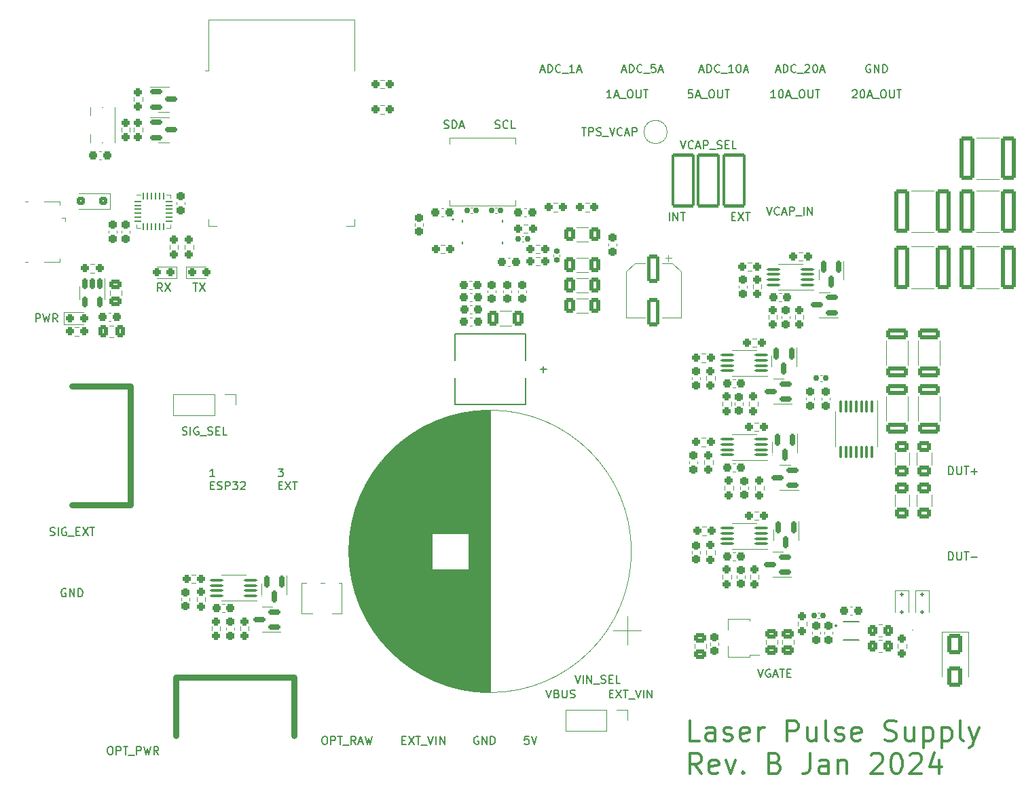
<source format=gbr>
%TF.GenerationSoftware,KiCad,Pcbnew,7.0.8*%
%TF.CreationDate,2024-02-01T17:09:28-05:00*%
%TF.ProjectId,cc_laser_supply_rev-B,63635f6c-6173-4657-925f-737570706c79,rev?*%
%TF.SameCoordinates,Original*%
%TF.FileFunction,Legend,Top*%
%TF.FilePolarity,Positive*%
%FSLAX46Y46*%
G04 Gerber Fmt 4.6, Leading zero omitted, Abs format (unit mm)*
G04 Created by KiCad (PCBNEW 7.0.8) date 2024-02-01 17:09:28*
%MOMM*%
%LPD*%
G01*
G04 APERTURE LIST*
G04 Aperture macros list*
%AMRoundRect*
0 Rectangle with rounded corners*
0 $1 Rounding radius*
0 $2 $3 $4 $5 $6 $7 $8 $9 X,Y pos of 4 corners*
0 Add a 4 corners polygon primitive as box body*
4,1,4,$2,$3,$4,$5,$6,$7,$8,$9,$2,$3,0*
0 Add four circle primitives for the rounded corners*
1,1,$1+$1,$2,$3*
1,1,$1+$1,$4,$5*
1,1,$1+$1,$6,$7*
1,1,$1+$1,$8,$9*
0 Add four rect primitives between the rounded corners*
20,1,$1+$1,$2,$3,$4,$5,0*
20,1,$1+$1,$4,$5,$6,$7,0*
20,1,$1+$1,$6,$7,$8,$9,0*
20,1,$1+$1,$8,$9,$2,$3,0*%
%AMFreePoly0*
4,1,9,3.862500,-0.866500,0.737500,-0.866500,0.737500,-0.450000,-0.737500,-0.450000,-0.737500,0.450000,0.737500,0.450000,0.737500,0.866500,3.862500,0.866500,3.862500,-0.866500,3.862500,-0.866500,$1*%
G04 Aperture macros list end*
%ADD10C,0.150000*%
%ADD11C,0.355600*%
%ADD12C,0.120000*%
%ADD13C,0.152400*%
%ADD14C,0.127000*%
%ADD15C,0.200000*%
%ADD16C,0.800000*%
%ADD17C,0.010000*%
%ADD18C,3.048000*%
%ADD19RoundRect,0.237500X0.237500X-0.300000X0.237500X0.300000X-0.237500X0.300000X-0.237500X-0.300000X0*%
%ADD20R,3.810000X1.498600*%
%ADD21RoundRect,0.237500X-0.237500X0.250000X-0.237500X-0.250000X0.237500X-0.250000X0.237500X0.250000X0*%
%ADD22RoundRect,0.150000X0.587500X0.150000X-0.587500X0.150000X-0.587500X-0.150000X0.587500X-0.150000X0*%
%ADD23RoundRect,0.237500X-0.300000X-0.237500X0.300000X-0.237500X0.300000X0.237500X-0.300000X0.237500X0*%
%ADD24RoundRect,0.237500X-0.237500X0.300000X-0.237500X-0.300000X0.237500X-0.300000X0.237500X0.300000X0*%
%ADD25RoundRect,0.249999X-1.075001X0.450001X-1.075001X-0.450001X1.075001X-0.450001X1.075001X0.450001X0*%
%ADD26RoundRect,0.237500X0.300000X0.237500X-0.300000X0.237500X-0.300000X-0.237500X0.300000X-0.237500X0*%
%ADD27RoundRect,0.250000X-0.650000X1.000000X-0.650000X-1.000000X0.650000X-1.000000X0.650000X1.000000X0*%
%ADD28RoundRect,0.237500X-0.250000X-0.237500X0.250000X-0.237500X0.250000X0.237500X-0.250000X0.237500X0*%
%ADD29R,0.310000X0.850000*%
%ADD30R,2.950000X0.654000*%
%ADD31R,2.200000X0.850000*%
%ADD32RoundRect,0.237500X0.250000X0.237500X-0.250000X0.237500X-0.250000X-0.237500X0.250000X-0.237500X0*%
%ADD33RoundRect,0.237500X-0.287500X-0.237500X0.287500X-0.237500X0.287500X0.237500X-0.287500X0.237500X0*%
%ADD34RoundRect,0.250000X-0.625000X0.400000X-0.625000X-0.400000X0.625000X-0.400000X0.625000X0.400000X0*%
%ADD35RoundRect,0.125000X-0.125000X0.125000X-0.125000X-0.125000X0.125000X-0.125000X0.125000X0.125000X0*%
%ADD36RoundRect,0.237500X0.237500X-0.250000X0.237500X0.250000X-0.237500X0.250000X-0.237500X-0.250000X0*%
%ADD37RoundRect,0.250000X-0.475000X0.337500X-0.475000X-0.337500X0.475000X-0.337500X0.475000X0.337500X0*%
%ADD38R,0.690000X0.320000*%
%ADD39R,1.000000X1.600000*%
%ADD40RoundRect,0.100000X0.712500X0.100000X-0.712500X0.100000X-0.712500X-0.100000X0.712500X-0.100000X0*%
%ADD41RoundRect,0.100000X-0.100000X0.637500X-0.100000X-0.637500X0.100000X-0.637500X0.100000X0.637500X0*%
%ADD42R,4.000000X4.000000*%
%ADD43C,4.000000*%
%ADD44R,1.000000X0.900000*%
%ADD45R,0.550000X1.700000*%
%ADD46RoundRect,0.250000X-0.412500X-0.650000X0.412500X-0.650000X0.412500X0.650000X-0.412500X0.650000X0*%
%ADD47RoundRect,0.150000X-0.150000X0.512500X-0.150000X-0.512500X0.150000X-0.512500X0.150000X0.512500X0*%
%ADD48C,3.000000*%
%ADD49C,1.524000*%
%ADD50RoundRect,0.250000X-0.650000X-2.450000X0.650000X-2.450000X0.650000X2.450000X-0.650000X2.450000X0*%
%ADD51RoundRect,0.155000X-0.212500X-0.155000X0.212500X-0.155000X0.212500X0.155000X-0.212500X0.155000X0*%
%ADD52RoundRect,0.150000X-0.150000X0.587500X-0.150000X-0.587500X0.150000X-0.587500X0.150000X0.587500X0*%
%ADD53C,3.500000*%
%ADD54R,1.300000X1.900000*%
%ADD55R,2.000000X1.900000*%
%ADD56RoundRect,0.250000X0.300000X0.300000X-0.300000X0.300000X-0.300000X-0.300000X0.300000X-0.300000X0*%
%ADD57RoundRect,0.250000X0.650000X2.450000X-0.650000X2.450000X-0.650000X-2.450000X0.650000X-2.450000X0*%
%ADD58RoundRect,0.250000X-0.350000X-0.450000X0.350000X-0.450000X0.350000X0.450000X-0.350000X0.450000X0*%
%ADD59R,1.920000X6.500000*%
%ADD60RoundRect,0.062500X-0.350000X-0.062500X0.350000X-0.062500X0.350000X0.062500X-0.350000X0.062500X0*%
%ADD61RoundRect,0.062500X-0.062500X-0.350000X0.062500X-0.350000X0.062500X0.350000X-0.062500X0.350000X0*%
%ADD62R,2.600000X2.600000*%
%ADD63C,2.500000*%
%ADD64RoundRect,0.150000X-0.587500X-0.150000X0.587500X-0.150000X0.587500X0.150000X-0.587500X0.150000X0*%
%ADD65RoundRect,0.155000X0.212500X0.155000X-0.212500X0.155000X-0.212500X-0.155000X0.212500X-0.155000X0*%
%ADD66R,1.300000X0.900000*%
%ADD67FreePoly0,180.000000*%
%ADD68R,1.350000X0.400000*%
%ADD69O,1.550000X0.890000*%
%ADD70R,1.550000X1.200000*%
%ADD71O,0.950000X1.250000*%
%ADD72R,1.550000X1.500000*%
%ADD73R,1.700000X1.700000*%
%ADD74O,1.700000X1.700000*%
%ADD75RoundRect,0.250000X-0.337500X-0.475000X0.337500X-0.475000X0.337500X0.475000X-0.337500X0.475000X0*%
%ADD76RoundRect,0.177800X-1.270000X-3.175000X1.270000X-3.175000X1.270000X3.175000X-1.270000X3.175000X0*%
%ADD77RoundRect,0.237500X0.287500X0.237500X-0.287500X0.237500X-0.287500X-0.237500X0.287500X-0.237500X0*%
%ADD78RoundRect,0.250000X-0.550000X1.500000X-0.550000X-1.500000X0.550000X-1.500000X0.550000X1.500000X0*%
%ADD79R,1.500000X0.900000*%
%ADD80R,0.900000X1.500000*%
%ADD81C,0.600000*%
%ADD82R,3.800000X3.800000*%
%ADD83RoundRect,0.250000X-0.400000X-0.625000X0.400000X-0.625000X0.400000X0.625000X-0.400000X0.625000X0*%
%ADD84RoundRect,0.155000X-0.155000X0.212500X-0.155000X-0.212500X0.155000X-0.212500X0.155000X0.212500X0*%
G04 APERTURE END LIST*
D10*
X157689779Y-76069819D02*
X157689779Y-75069819D01*
X158165969Y-76069819D02*
X158165969Y-75069819D01*
X158165969Y-75069819D02*
X158737397Y-76069819D01*
X158737397Y-76069819D02*
X158737397Y-75069819D01*
X159070731Y-75069819D02*
X159642159Y-75069819D01*
X159356445Y-76069819D02*
X159356445Y-75069819D01*
X165451683Y-75546009D02*
X165785016Y-75546009D01*
X165927873Y-76069819D02*
X165451683Y-76069819D01*
X165451683Y-76069819D02*
X165451683Y-75069819D01*
X165451683Y-75069819D02*
X165927873Y-75069819D01*
X166261207Y-75069819D02*
X166927873Y-76069819D01*
X166927873Y-75069819D02*
X166261207Y-76069819D01*
X167165969Y-75069819D02*
X167737397Y-75069819D01*
X167451683Y-76069819D02*
X167451683Y-75069819D01*
X100987388Y-108038619D02*
X100415960Y-108038619D01*
X100701674Y-108038619D02*
X100701674Y-107038619D01*
X100701674Y-107038619D02*
X100606436Y-107181476D01*
X100606436Y-107181476D02*
X100511198Y-107276714D01*
X100511198Y-107276714D02*
X100415960Y-107324333D01*
X108892150Y-107038619D02*
X109511197Y-107038619D01*
X109511197Y-107038619D02*
X109177864Y-107419571D01*
X109177864Y-107419571D02*
X109320721Y-107419571D01*
X109320721Y-107419571D02*
X109415959Y-107467190D01*
X109415959Y-107467190D02*
X109463578Y-107514809D01*
X109463578Y-107514809D02*
X109511197Y-107610047D01*
X109511197Y-107610047D02*
X109511197Y-107848142D01*
X109511197Y-107848142D02*
X109463578Y-107943380D01*
X109463578Y-107943380D02*
X109415959Y-107991000D01*
X109415959Y-107991000D02*
X109320721Y-108038619D01*
X109320721Y-108038619D02*
X109035007Y-108038619D01*
X109035007Y-108038619D02*
X108939769Y-107991000D01*
X108939769Y-107991000D02*
X108892150Y-107943380D01*
X100463579Y-109124809D02*
X100796912Y-109124809D01*
X100939769Y-109648619D02*
X100463579Y-109648619D01*
X100463579Y-109648619D02*
X100463579Y-108648619D01*
X100463579Y-108648619D02*
X100939769Y-108648619D01*
X101320722Y-109601000D02*
X101463579Y-109648619D01*
X101463579Y-109648619D02*
X101701674Y-109648619D01*
X101701674Y-109648619D02*
X101796912Y-109601000D01*
X101796912Y-109601000D02*
X101844531Y-109553380D01*
X101844531Y-109553380D02*
X101892150Y-109458142D01*
X101892150Y-109458142D02*
X101892150Y-109362904D01*
X101892150Y-109362904D02*
X101844531Y-109267666D01*
X101844531Y-109267666D02*
X101796912Y-109220047D01*
X101796912Y-109220047D02*
X101701674Y-109172428D01*
X101701674Y-109172428D02*
X101511198Y-109124809D01*
X101511198Y-109124809D02*
X101415960Y-109077190D01*
X101415960Y-109077190D02*
X101368341Y-109029571D01*
X101368341Y-109029571D02*
X101320722Y-108934333D01*
X101320722Y-108934333D02*
X101320722Y-108839095D01*
X101320722Y-108839095D02*
X101368341Y-108743857D01*
X101368341Y-108743857D02*
X101415960Y-108696238D01*
X101415960Y-108696238D02*
X101511198Y-108648619D01*
X101511198Y-108648619D02*
X101749293Y-108648619D01*
X101749293Y-108648619D02*
X101892150Y-108696238D01*
X102320722Y-109648619D02*
X102320722Y-108648619D01*
X102320722Y-108648619D02*
X102701674Y-108648619D01*
X102701674Y-108648619D02*
X102796912Y-108696238D01*
X102796912Y-108696238D02*
X102844531Y-108743857D01*
X102844531Y-108743857D02*
X102892150Y-108839095D01*
X102892150Y-108839095D02*
X102892150Y-108981952D01*
X102892150Y-108981952D02*
X102844531Y-109077190D01*
X102844531Y-109077190D02*
X102796912Y-109124809D01*
X102796912Y-109124809D02*
X102701674Y-109172428D01*
X102701674Y-109172428D02*
X102320722Y-109172428D01*
X103225484Y-108648619D02*
X103844531Y-108648619D01*
X103844531Y-108648619D02*
X103511198Y-109029571D01*
X103511198Y-109029571D02*
X103654055Y-109029571D01*
X103654055Y-109029571D02*
X103749293Y-109077190D01*
X103749293Y-109077190D02*
X103796912Y-109124809D01*
X103796912Y-109124809D02*
X103844531Y-109220047D01*
X103844531Y-109220047D02*
X103844531Y-109458142D01*
X103844531Y-109458142D02*
X103796912Y-109553380D01*
X103796912Y-109553380D02*
X103749293Y-109601000D01*
X103749293Y-109601000D02*
X103654055Y-109648619D01*
X103654055Y-109648619D02*
X103368341Y-109648619D01*
X103368341Y-109648619D02*
X103273103Y-109601000D01*
X103273103Y-109601000D02*
X103225484Y-109553380D01*
X104225484Y-108743857D02*
X104273103Y-108696238D01*
X104273103Y-108696238D02*
X104368341Y-108648619D01*
X104368341Y-108648619D02*
X104606436Y-108648619D01*
X104606436Y-108648619D02*
X104701674Y-108696238D01*
X104701674Y-108696238D02*
X104749293Y-108743857D01*
X104749293Y-108743857D02*
X104796912Y-108839095D01*
X104796912Y-108839095D02*
X104796912Y-108934333D01*
X104796912Y-108934333D02*
X104749293Y-109077190D01*
X104749293Y-109077190D02*
X104177865Y-109648619D01*
X104177865Y-109648619D02*
X104796912Y-109648619D01*
X108987388Y-109124809D02*
X109320721Y-109124809D01*
X109463578Y-109648619D02*
X108987388Y-109648619D01*
X108987388Y-109648619D02*
X108987388Y-108648619D01*
X108987388Y-108648619D02*
X109463578Y-108648619D01*
X109796912Y-108648619D02*
X110463578Y-109648619D01*
X110463578Y-108648619D02*
X109796912Y-109648619D01*
X110701674Y-108648619D02*
X111273102Y-108648619D01*
X110987388Y-109648619D02*
X110987388Y-108648619D01*
D11*
X161433232Y-140996260D02*
X160223708Y-140996260D01*
X160223708Y-140996260D02*
X160223708Y-138456260D01*
X163368470Y-140996260D02*
X163368470Y-139665784D01*
X163368470Y-139665784D02*
X163247517Y-139423879D01*
X163247517Y-139423879D02*
X163005613Y-139302927D01*
X163005613Y-139302927D02*
X162521803Y-139302927D01*
X162521803Y-139302927D02*
X162279898Y-139423879D01*
X163368470Y-140875308D02*
X163126565Y-140996260D01*
X163126565Y-140996260D02*
X162521803Y-140996260D01*
X162521803Y-140996260D02*
X162279898Y-140875308D01*
X162279898Y-140875308D02*
X162158946Y-140633403D01*
X162158946Y-140633403D02*
X162158946Y-140391498D01*
X162158946Y-140391498D02*
X162279898Y-140149593D01*
X162279898Y-140149593D02*
X162521803Y-140028641D01*
X162521803Y-140028641D02*
X163126565Y-140028641D01*
X163126565Y-140028641D02*
X163368470Y-139907688D01*
X164457041Y-140875308D02*
X164698946Y-140996260D01*
X164698946Y-140996260D02*
X165182755Y-140996260D01*
X165182755Y-140996260D02*
X165424660Y-140875308D01*
X165424660Y-140875308D02*
X165545612Y-140633403D01*
X165545612Y-140633403D02*
X165545612Y-140512450D01*
X165545612Y-140512450D02*
X165424660Y-140270546D01*
X165424660Y-140270546D02*
X165182755Y-140149593D01*
X165182755Y-140149593D02*
X164819898Y-140149593D01*
X164819898Y-140149593D02*
X164577993Y-140028641D01*
X164577993Y-140028641D02*
X164457041Y-139786736D01*
X164457041Y-139786736D02*
X164457041Y-139665784D01*
X164457041Y-139665784D02*
X164577993Y-139423879D01*
X164577993Y-139423879D02*
X164819898Y-139302927D01*
X164819898Y-139302927D02*
X165182755Y-139302927D01*
X165182755Y-139302927D02*
X165424660Y-139423879D01*
X167601802Y-140875308D02*
X167359898Y-140996260D01*
X167359898Y-140996260D02*
X166876088Y-140996260D01*
X166876088Y-140996260D02*
X166634183Y-140875308D01*
X166634183Y-140875308D02*
X166513231Y-140633403D01*
X166513231Y-140633403D02*
X166513231Y-139665784D01*
X166513231Y-139665784D02*
X166634183Y-139423879D01*
X166634183Y-139423879D02*
X166876088Y-139302927D01*
X166876088Y-139302927D02*
X167359898Y-139302927D01*
X167359898Y-139302927D02*
X167601802Y-139423879D01*
X167601802Y-139423879D02*
X167722755Y-139665784D01*
X167722755Y-139665784D02*
X167722755Y-139907688D01*
X167722755Y-139907688D02*
X166513231Y-140149593D01*
X168811326Y-140996260D02*
X168811326Y-139302927D01*
X168811326Y-139786736D02*
X168932279Y-139544831D01*
X168932279Y-139544831D02*
X169053231Y-139423879D01*
X169053231Y-139423879D02*
X169295136Y-139302927D01*
X169295136Y-139302927D02*
X169537041Y-139302927D01*
X172318945Y-140996260D02*
X172318945Y-138456260D01*
X172318945Y-138456260D02*
X173286564Y-138456260D01*
X173286564Y-138456260D02*
X173528469Y-138577212D01*
X173528469Y-138577212D02*
X173649422Y-138698165D01*
X173649422Y-138698165D02*
X173770374Y-138940069D01*
X173770374Y-138940069D02*
X173770374Y-139302927D01*
X173770374Y-139302927D02*
X173649422Y-139544831D01*
X173649422Y-139544831D02*
X173528469Y-139665784D01*
X173528469Y-139665784D02*
X173286564Y-139786736D01*
X173286564Y-139786736D02*
X172318945Y-139786736D01*
X175947517Y-139302927D02*
X175947517Y-140996260D01*
X174858945Y-139302927D02*
X174858945Y-140633403D01*
X174858945Y-140633403D02*
X174979898Y-140875308D01*
X174979898Y-140875308D02*
X175221803Y-140996260D01*
X175221803Y-140996260D02*
X175584660Y-140996260D01*
X175584660Y-140996260D02*
X175826564Y-140875308D01*
X175826564Y-140875308D02*
X175947517Y-140754355D01*
X177519898Y-140996260D02*
X177277993Y-140875308D01*
X177277993Y-140875308D02*
X177157040Y-140633403D01*
X177157040Y-140633403D02*
X177157040Y-138456260D01*
X178366564Y-140875308D02*
X178608469Y-140996260D01*
X178608469Y-140996260D02*
X179092278Y-140996260D01*
X179092278Y-140996260D02*
X179334183Y-140875308D01*
X179334183Y-140875308D02*
X179455135Y-140633403D01*
X179455135Y-140633403D02*
X179455135Y-140512450D01*
X179455135Y-140512450D02*
X179334183Y-140270546D01*
X179334183Y-140270546D02*
X179092278Y-140149593D01*
X179092278Y-140149593D02*
X178729421Y-140149593D01*
X178729421Y-140149593D02*
X178487516Y-140028641D01*
X178487516Y-140028641D02*
X178366564Y-139786736D01*
X178366564Y-139786736D02*
X178366564Y-139665784D01*
X178366564Y-139665784D02*
X178487516Y-139423879D01*
X178487516Y-139423879D02*
X178729421Y-139302927D01*
X178729421Y-139302927D02*
X179092278Y-139302927D01*
X179092278Y-139302927D02*
X179334183Y-139423879D01*
X181511325Y-140875308D02*
X181269421Y-140996260D01*
X181269421Y-140996260D02*
X180785611Y-140996260D01*
X180785611Y-140996260D02*
X180543706Y-140875308D01*
X180543706Y-140875308D02*
X180422754Y-140633403D01*
X180422754Y-140633403D02*
X180422754Y-139665784D01*
X180422754Y-139665784D02*
X180543706Y-139423879D01*
X180543706Y-139423879D02*
X180785611Y-139302927D01*
X180785611Y-139302927D02*
X181269421Y-139302927D01*
X181269421Y-139302927D02*
X181511325Y-139423879D01*
X181511325Y-139423879D02*
X181632278Y-139665784D01*
X181632278Y-139665784D02*
X181632278Y-139907688D01*
X181632278Y-139907688D02*
X180422754Y-140149593D01*
X184535135Y-140875308D02*
X184897992Y-140996260D01*
X184897992Y-140996260D02*
X185502754Y-140996260D01*
X185502754Y-140996260D02*
X185744659Y-140875308D01*
X185744659Y-140875308D02*
X185865611Y-140754355D01*
X185865611Y-140754355D02*
X185986564Y-140512450D01*
X185986564Y-140512450D02*
X185986564Y-140270546D01*
X185986564Y-140270546D02*
X185865611Y-140028641D01*
X185865611Y-140028641D02*
X185744659Y-139907688D01*
X185744659Y-139907688D02*
X185502754Y-139786736D01*
X185502754Y-139786736D02*
X185018945Y-139665784D01*
X185018945Y-139665784D02*
X184777040Y-139544831D01*
X184777040Y-139544831D02*
X184656087Y-139423879D01*
X184656087Y-139423879D02*
X184535135Y-139181974D01*
X184535135Y-139181974D02*
X184535135Y-138940069D01*
X184535135Y-138940069D02*
X184656087Y-138698165D01*
X184656087Y-138698165D02*
X184777040Y-138577212D01*
X184777040Y-138577212D02*
X185018945Y-138456260D01*
X185018945Y-138456260D02*
X185623706Y-138456260D01*
X185623706Y-138456260D02*
X185986564Y-138577212D01*
X188163707Y-139302927D02*
X188163707Y-140996260D01*
X187075135Y-139302927D02*
X187075135Y-140633403D01*
X187075135Y-140633403D02*
X187196088Y-140875308D01*
X187196088Y-140875308D02*
X187437993Y-140996260D01*
X187437993Y-140996260D02*
X187800850Y-140996260D01*
X187800850Y-140996260D02*
X188042754Y-140875308D01*
X188042754Y-140875308D02*
X188163707Y-140754355D01*
X189373230Y-139302927D02*
X189373230Y-141842927D01*
X189373230Y-139423879D02*
X189615135Y-139302927D01*
X189615135Y-139302927D02*
X190098945Y-139302927D01*
X190098945Y-139302927D02*
X190340849Y-139423879D01*
X190340849Y-139423879D02*
X190461802Y-139544831D01*
X190461802Y-139544831D02*
X190582754Y-139786736D01*
X190582754Y-139786736D02*
X190582754Y-140512450D01*
X190582754Y-140512450D02*
X190461802Y-140754355D01*
X190461802Y-140754355D02*
X190340849Y-140875308D01*
X190340849Y-140875308D02*
X190098945Y-140996260D01*
X190098945Y-140996260D02*
X189615135Y-140996260D01*
X189615135Y-140996260D02*
X189373230Y-140875308D01*
X191671325Y-139302927D02*
X191671325Y-141842927D01*
X191671325Y-139423879D02*
X191913230Y-139302927D01*
X191913230Y-139302927D02*
X192397040Y-139302927D01*
X192397040Y-139302927D02*
X192638944Y-139423879D01*
X192638944Y-139423879D02*
X192759897Y-139544831D01*
X192759897Y-139544831D02*
X192880849Y-139786736D01*
X192880849Y-139786736D02*
X192880849Y-140512450D01*
X192880849Y-140512450D02*
X192759897Y-140754355D01*
X192759897Y-140754355D02*
X192638944Y-140875308D01*
X192638944Y-140875308D02*
X192397040Y-140996260D01*
X192397040Y-140996260D02*
X191913230Y-140996260D01*
X191913230Y-140996260D02*
X191671325Y-140875308D01*
X194332278Y-140996260D02*
X194090373Y-140875308D01*
X194090373Y-140875308D02*
X193969420Y-140633403D01*
X193969420Y-140633403D02*
X193969420Y-138456260D01*
X195057992Y-139302927D02*
X195662754Y-140996260D01*
X196267515Y-139302927D02*
X195662754Y-140996260D01*
X195662754Y-140996260D02*
X195420849Y-141601022D01*
X195420849Y-141601022D02*
X195299896Y-141721974D01*
X195299896Y-141721974D02*
X195057992Y-141842927D01*
X161675137Y-145085660D02*
X160828470Y-143876136D01*
X160223708Y-145085660D02*
X160223708Y-142545660D01*
X160223708Y-142545660D02*
X161191327Y-142545660D01*
X161191327Y-142545660D02*
X161433232Y-142666612D01*
X161433232Y-142666612D02*
X161554185Y-142787565D01*
X161554185Y-142787565D02*
X161675137Y-143029469D01*
X161675137Y-143029469D02*
X161675137Y-143392327D01*
X161675137Y-143392327D02*
X161554185Y-143634231D01*
X161554185Y-143634231D02*
X161433232Y-143755184D01*
X161433232Y-143755184D02*
X161191327Y-143876136D01*
X161191327Y-143876136D02*
X160223708Y-143876136D01*
X163731327Y-144964708D02*
X163489423Y-145085660D01*
X163489423Y-145085660D02*
X163005613Y-145085660D01*
X163005613Y-145085660D02*
X162763708Y-144964708D01*
X162763708Y-144964708D02*
X162642756Y-144722803D01*
X162642756Y-144722803D02*
X162642756Y-143755184D01*
X162642756Y-143755184D02*
X162763708Y-143513279D01*
X162763708Y-143513279D02*
X163005613Y-143392327D01*
X163005613Y-143392327D02*
X163489423Y-143392327D01*
X163489423Y-143392327D02*
X163731327Y-143513279D01*
X163731327Y-143513279D02*
X163852280Y-143755184D01*
X163852280Y-143755184D02*
X163852280Y-143997088D01*
X163852280Y-143997088D02*
X162642756Y-144238993D01*
X164698947Y-143392327D02*
X165303709Y-145085660D01*
X165303709Y-145085660D02*
X165908470Y-143392327D01*
X166876089Y-144843755D02*
X166997042Y-144964708D01*
X166997042Y-144964708D02*
X166876089Y-145085660D01*
X166876089Y-145085660D02*
X166755137Y-144964708D01*
X166755137Y-144964708D02*
X166876089Y-144843755D01*
X166876089Y-144843755D02*
X166876089Y-145085660D01*
X170867518Y-143755184D02*
X171230375Y-143876136D01*
X171230375Y-143876136D02*
X171351328Y-143997088D01*
X171351328Y-143997088D02*
X171472280Y-144238993D01*
X171472280Y-144238993D02*
X171472280Y-144601850D01*
X171472280Y-144601850D02*
X171351328Y-144843755D01*
X171351328Y-144843755D02*
X171230375Y-144964708D01*
X171230375Y-144964708D02*
X170988470Y-145085660D01*
X170988470Y-145085660D02*
X170020851Y-145085660D01*
X170020851Y-145085660D02*
X170020851Y-142545660D01*
X170020851Y-142545660D02*
X170867518Y-142545660D01*
X170867518Y-142545660D02*
X171109423Y-142666612D01*
X171109423Y-142666612D02*
X171230375Y-142787565D01*
X171230375Y-142787565D02*
X171351328Y-143029469D01*
X171351328Y-143029469D02*
X171351328Y-143271374D01*
X171351328Y-143271374D02*
X171230375Y-143513279D01*
X171230375Y-143513279D02*
X171109423Y-143634231D01*
X171109423Y-143634231D02*
X170867518Y-143755184D01*
X170867518Y-143755184D02*
X170020851Y-143755184D01*
X175221804Y-142545660D02*
X175221804Y-144359946D01*
X175221804Y-144359946D02*
X175100851Y-144722803D01*
X175100851Y-144722803D02*
X174858947Y-144964708D01*
X174858947Y-144964708D02*
X174496089Y-145085660D01*
X174496089Y-145085660D02*
X174254185Y-145085660D01*
X177519899Y-145085660D02*
X177519899Y-143755184D01*
X177519899Y-143755184D02*
X177398946Y-143513279D01*
X177398946Y-143513279D02*
X177157042Y-143392327D01*
X177157042Y-143392327D02*
X176673232Y-143392327D01*
X176673232Y-143392327D02*
X176431327Y-143513279D01*
X177519899Y-144964708D02*
X177277994Y-145085660D01*
X177277994Y-145085660D02*
X176673232Y-145085660D01*
X176673232Y-145085660D02*
X176431327Y-144964708D01*
X176431327Y-144964708D02*
X176310375Y-144722803D01*
X176310375Y-144722803D02*
X176310375Y-144480898D01*
X176310375Y-144480898D02*
X176431327Y-144238993D01*
X176431327Y-144238993D02*
X176673232Y-144118041D01*
X176673232Y-144118041D02*
X177277994Y-144118041D01*
X177277994Y-144118041D02*
X177519899Y-143997088D01*
X178729422Y-143392327D02*
X178729422Y-145085660D01*
X178729422Y-143634231D02*
X178850375Y-143513279D01*
X178850375Y-143513279D02*
X179092280Y-143392327D01*
X179092280Y-143392327D02*
X179455137Y-143392327D01*
X179455137Y-143392327D02*
X179697041Y-143513279D01*
X179697041Y-143513279D02*
X179817994Y-143755184D01*
X179817994Y-143755184D02*
X179817994Y-145085660D01*
X182841803Y-142787565D02*
X182962755Y-142666612D01*
X182962755Y-142666612D02*
X183204660Y-142545660D01*
X183204660Y-142545660D02*
X183809422Y-142545660D01*
X183809422Y-142545660D02*
X184051327Y-142666612D01*
X184051327Y-142666612D02*
X184172279Y-142787565D01*
X184172279Y-142787565D02*
X184293232Y-143029469D01*
X184293232Y-143029469D02*
X184293232Y-143271374D01*
X184293232Y-143271374D02*
X184172279Y-143634231D01*
X184172279Y-143634231D02*
X182720851Y-145085660D01*
X182720851Y-145085660D02*
X184293232Y-145085660D01*
X185865613Y-142545660D02*
X186107518Y-142545660D01*
X186107518Y-142545660D02*
X186349422Y-142666612D01*
X186349422Y-142666612D02*
X186470375Y-142787565D01*
X186470375Y-142787565D02*
X186591327Y-143029469D01*
X186591327Y-143029469D02*
X186712280Y-143513279D01*
X186712280Y-143513279D02*
X186712280Y-144118041D01*
X186712280Y-144118041D02*
X186591327Y-144601850D01*
X186591327Y-144601850D02*
X186470375Y-144843755D01*
X186470375Y-144843755D02*
X186349422Y-144964708D01*
X186349422Y-144964708D02*
X186107518Y-145085660D01*
X186107518Y-145085660D02*
X185865613Y-145085660D01*
X185865613Y-145085660D02*
X185623708Y-144964708D01*
X185623708Y-144964708D02*
X185502756Y-144843755D01*
X185502756Y-144843755D02*
X185381803Y-144601850D01*
X185381803Y-144601850D02*
X185260851Y-144118041D01*
X185260851Y-144118041D02*
X185260851Y-143513279D01*
X185260851Y-143513279D02*
X185381803Y-143029469D01*
X185381803Y-143029469D02*
X185502756Y-142787565D01*
X185502756Y-142787565D02*
X185623708Y-142666612D01*
X185623708Y-142666612D02*
X185865613Y-142545660D01*
X187679899Y-142787565D02*
X187800851Y-142666612D01*
X187800851Y-142666612D02*
X188042756Y-142545660D01*
X188042756Y-142545660D02*
X188647518Y-142545660D01*
X188647518Y-142545660D02*
X188889423Y-142666612D01*
X188889423Y-142666612D02*
X189010375Y-142787565D01*
X189010375Y-142787565D02*
X189131328Y-143029469D01*
X189131328Y-143029469D02*
X189131328Y-143271374D01*
X189131328Y-143271374D02*
X189010375Y-143634231D01*
X189010375Y-143634231D02*
X187558947Y-145085660D01*
X187558947Y-145085660D02*
X189131328Y-145085660D01*
X191308471Y-143392327D02*
X191308471Y-145085660D01*
X190703709Y-142424708D02*
X190098947Y-144238993D01*
X190098947Y-144238993D02*
X191671328Y-144238993D01*
D10*
X142321922Y-134632819D02*
X142655255Y-135632819D01*
X142655255Y-135632819D02*
X142988588Y-134632819D01*
X143655255Y-135109009D02*
X143798112Y-135156628D01*
X143798112Y-135156628D02*
X143845731Y-135204247D01*
X143845731Y-135204247D02*
X143893350Y-135299485D01*
X143893350Y-135299485D02*
X143893350Y-135442342D01*
X143893350Y-135442342D02*
X143845731Y-135537580D01*
X143845731Y-135537580D02*
X143798112Y-135585200D01*
X143798112Y-135585200D02*
X143702874Y-135632819D01*
X143702874Y-135632819D02*
X143321922Y-135632819D01*
X143321922Y-135632819D02*
X143321922Y-134632819D01*
X143321922Y-134632819D02*
X143655255Y-134632819D01*
X143655255Y-134632819D02*
X143750493Y-134680438D01*
X143750493Y-134680438D02*
X143798112Y-134728057D01*
X143798112Y-134728057D02*
X143845731Y-134823295D01*
X143845731Y-134823295D02*
X143845731Y-134918533D01*
X143845731Y-134918533D02*
X143798112Y-135013771D01*
X143798112Y-135013771D02*
X143750493Y-135061390D01*
X143750493Y-135061390D02*
X143655255Y-135109009D01*
X143655255Y-135109009D02*
X143321922Y-135109009D01*
X144321922Y-134632819D02*
X144321922Y-135442342D01*
X144321922Y-135442342D02*
X144369541Y-135537580D01*
X144369541Y-135537580D02*
X144417160Y-135585200D01*
X144417160Y-135585200D02*
X144512398Y-135632819D01*
X144512398Y-135632819D02*
X144702874Y-135632819D01*
X144702874Y-135632819D02*
X144798112Y-135585200D01*
X144798112Y-135585200D02*
X144845731Y-135537580D01*
X144845731Y-135537580D02*
X144893350Y-135442342D01*
X144893350Y-135442342D02*
X144893350Y-134632819D01*
X145321922Y-135585200D02*
X145464779Y-135632819D01*
X145464779Y-135632819D02*
X145702874Y-135632819D01*
X145702874Y-135632819D02*
X145798112Y-135585200D01*
X145798112Y-135585200D02*
X145845731Y-135537580D01*
X145845731Y-135537580D02*
X145893350Y-135442342D01*
X145893350Y-135442342D02*
X145893350Y-135347104D01*
X145893350Y-135347104D02*
X145845731Y-135251866D01*
X145845731Y-135251866D02*
X145798112Y-135204247D01*
X145798112Y-135204247D02*
X145702874Y-135156628D01*
X145702874Y-135156628D02*
X145512398Y-135109009D01*
X145512398Y-135109009D02*
X145417160Y-135061390D01*
X145417160Y-135061390D02*
X145369541Y-135013771D01*
X145369541Y-135013771D02*
X145321922Y-134918533D01*
X145321922Y-134918533D02*
X145321922Y-134823295D01*
X145321922Y-134823295D02*
X145369541Y-134728057D01*
X145369541Y-134728057D02*
X145417160Y-134680438D01*
X145417160Y-134680438D02*
X145512398Y-134632819D01*
X145512398Y-134632819D02*
X145750493Y-134632819D01*
X145750493Y-134632819D02*
X145893350Y-134680438D01*
X150226683Y-135109009D02*
X150560016Y-135109009D01*
X150702873Y-135632819D02*
X150226683Y-135632819D01*
X150226683Y-135632819D02*
X150226683Y-134632819D01*
X150226683Y-134632819D02*
X150702873Y-134632819D01*
X151036207Y-134632819D02*
X151702873Y-135632819D01*
X151702873Y-134632819D02*
X151036207Y-135632819D01*
X151940969Y-134632819D02*
X152512397Y-134632819D01*
X152226683Y-135632819D02*
X152226683Y-134632819D01*
X152607636Y-135728057D02*
X153369540Y-135728057D01*
X153464779Y-134632819D02*
X153798112Y-135632819D01*
X153798112Y-135632819D02*
X154131445Y-134632819D01*
X154464779Y-135632819D02*
X154464779Y-134632819D01*
X154940969Y-135632819D02*
X154940969Y-134632819D01*
X154940969Y-134632819D02*
X155512397Y-135632819D01*
X155512397Y-135632819D02*
X155512397Y-134632819D01*
X124357143Y-140901009D02*
X124690476Y-140901009D01*
X124833333Y-141424819D02*
X124357143Y-141424819D01*
X124357143Y-141424819D02*
X124357143Y-140424819D01*
X124357143Y-140424819D02*
X124833333Y-140424819D01*
X125166667Y-140424819D02*
X125833333Y-141424819D01*
X125833333Y-140424819D02*
X125166667Y-141424819D01*
X126071429Y-140424819D02*
X126642857Y-140424819D01*
X126357143Y-141424819D02*
X126357143Y-140424819D01*
X126738096Y-141520057D02*
X127500000Y-141520057D01*
X127595239Y-140424819D02*
X127928572Y-141424819D01*
X127928572Y-141424819D02*
X128261905Y-140424819D01*
X128595239Y-141424819D02*
X128595239Y-140424819D01*
X129071429Y-141424819D02*
X129071429Y-140424819D01*
X129071429Y-140424819D02*
X129642857Y-141424819D01*
X129642857Y-141424819D02*
X129642857Y-140424819D01*
X80470714Y-115343200D02*
X80613571Y-115390819D01*
X80613571Y-115390819D02*
X80851666Y-115390819D01*
X80851666Y-115390819D02*
X80946904Y-115343200D01*
X80946904Y-115343200D02*
X80994523Y-115295580D01*
X80994523Y-115295580D02*
X81042142Y-115200342D01*
X81042142Y-115200342D02*
X81042142Y-115105104D01*
X81042142Y-115105104D02*
X80994523Y-115009866D01*
X80994523Y-115009866D02*
X80946904Y-114962247D01*
X80946904Y-114962247D02*
X80851666Y-114914628D01*
X80851666Y-114914628D02*
X80661190Y-114867009D01*
X80661190Y-114867009D02*
X80565952Y-114819390D01*
X80565952Y-114819390D02*
X80518333Y-114771771D01*
X80518333Y-114771771D02*
X80470714Y-114676533D01*
X80470714Y-114676533D02*
X80470714Y-114581295D01*
X80470714Y-114581295D02*
X80518333Y-114486057D01*
X80518333Y-114486057D02*
X80565952Y-114438438D01*
X80565952Y-114438438D02*
X80661190Y-114390819D01*
X80661190Y-114390819D02*
X80899285Y-114390819D01*
X80899285Y-114390819D02*
X81042142Y-114438438D01*
X81470714Y-115390819D02*
X81470714Y-114390819D01*
X82470713Y-114438438D02*
X82375475Y-114390819D01*
X82375475Y-114390819D02*
X82232618Y-114390819D01*
X82232618Y-114390819D02*
X82089761Y-114438438D01*
X82089761Y-114438438D02*
X81994523Y-114533676D01*
X81994523Y-114533676D02*
X81946904Y-114628914D01*
X81946904Y-114628914D02*
X81899285Y-114819390D01*
X81899285Y-114819390D02*
X81899285Y-114962247D01*
X81899285Y-114962247D02*
X81946904Y-115152723D01*
X81946904Y-115152723D02*
X81994523Y-115247961D01*
X81994523Y-115247961D02*
X82089761Y-115343200D01*
X82089761Y-115343200D02*
X82232618Y-115390819D01*
X82232618Y-115390819D02*
X82327856Y-115390819D01*
X82327856Y-115390819D02*
X82470713Y-115343200D01*
X82470713Y-115343200D02*
X82518332Y-115295580D01*
X82518332Y-115295580D02*
X82518332Y-114962247D01*
X82518332Y-114962247D02*
X82327856Y-114962247D01*
X82708809Y-115486057D02*
X83470713Y-115486057D01*
X83708809Y-114867009D02*
X84042142Y-114867009D01*
X84184999Y-115390819D02*
X83708809Y-115390819D01*
X83708809Y-115390819D02*
X83708809Y-114390819D01*
X83708809Y-114390819D02*
X84184999Y-114390819D01*
X84518333Y-114390819D02*
X85184999Y-115390819D01*
X85184999Y-114390819D02*
X84518333Y-115390819D01*
X85423095Y-114390819D02*
X85994523Y-114390819D01*
X85708809Y-115390819D02*
X85708809Y-114390819D01*
X170990000Y-57319104D02*
X171466190Y-57319104D01*
X170894762Y-57604819D02*
X171228095Y-56604819D01*
X171228095Y-56604819D02*
X171561428Y-57604819D01*
X171894762Y-57604819D02*
X171894762Y-56604819D01*
X171894762Y-56604819D02*
X172132857Y-56604819D01*
X172132857Y-56604819D02*
X172275714Y-56652438D01*
X172275714Y-56652438D02*
X172370952Y-56747676D01*
X172370952Y-56747676D02*
X172418571Y-56842914D01*
X172418571Y-56842914D02*
X172466190Y-57033390D01*
X172466190Y-57033390D02*
X172466190Y-57176247D01*
X172466190Y-57176247D02*
X172418571Y-57366723D01*
X172418571Y-57366723D02*
X172370952Y-57461961D01*
X172370952Y-57461961D02*
X172275714Y-57557200D01*
X172275714Y-57557200D02*
X172132857Y-57604819D01*
X172132857Y-57604819D02*
X171894762Y-57604819D01*
X173466190Y-57509580D02*
X173418571Y-57557200D01*
X173418571Y-57557200D02*
X173275714Y-57604819D01*
X173275714Y-57604819D02*
X173180476Y-57604819D01*
X173180476Y-57604819D02*
X173037619Y-57557200D01*
X173037619Y-57557200D02*
X172942381Y-57461961D01*
X172942381Y-57461961D02*
X172894762Y-57366723D01*
X172894762Y-57366723D02*
X172847143Y-57176247D01*
X172847143Y-57176247D02*
X172847143Y-57033390D01*
X172847143Y-57033390D02*
X172894762Y-56842914D01*
X172894762Y-56842914D02*
X172942381Y-56747676D01*
X172942381Y-56747676D02*
X173037619Y-56652438D01*
X173037619Y-56652438D02*
X173180476Y-56604819D01*
X173180476Y-56604819D02*
X173275714Y-56604819D01*
X173275714Y-56604819D02*
X173418571Y-56652438D01*
X173418571Y-56652438D02*
X173466190Y-56700057D01*
X173656667Y-57700057D02*
X174418571Y-57700057D01*
X174609048Y-56700057D02*
X174656667Y-56652438D01*
X174656667Y-56652438D02*
X174751905Y-56604819D01*
X174751905Y-56604819D02*
X174990000Y-56604819D01*
X174990000Y-56604819D02*
X175085238Y-56652438D01*
X175085238Y-56652438D02*
X175132857Y-56700057D01*
X175132857Y-56700057D02*
X175180476Y-56795295D01*
X175180476Y-56795295D02*
X175180476Y-56890533D01*
X175180476Y-56890533D02*
X175132857Y-57033390D01*
X175132857Y-57033390D02*
X174561429Y-57604819D01*
X174561429Y-57604819D02*
X175180476Y-57604819D01*
X175799524Y-56604819D02*
X175894762Y-56604819D01*
X175894762Y-56604819D02*
X175990000Y-56652438D01*
X175990000Y-56652438D02*
X176037619Y-56700057D01*
X176037619Y-56700057D02*
X176085238Y-56795295D01*
X176085238Y-56795295D02*
X176132857Y-56985771D01*
X176132857Y-56985771D02*
X176132857Y-57223866D01*
X176132857Y-57223866D02*
X176085238Y-57414342D01*
X176085238Y-57414342D02*
X176037619Y-57509580D01*
X176037619Y-57509580D02*
X175990000Y-57557200D01*
X175990000Y-57557200D02*
X175894762Y-57604819D01*
X175894762Y-57604819D02*
X175799524Y-57604819D01*
X175799524Y-57604819D02*
X175704286Y-57557200D01*
X175704286Y-57557200D02*
X175656667Y-57509580D01*
X175656667Y-57509580D02*
X175609048Y-57414342D01*
X175609048Y-57414342D02*
X175561429Y-57223866D01*
X175561429Y-57223866D02*
X175561429Y-56985771D01*
X175561429Y-56985771D02*
X175609048Y-56795295D01*
X175609048Y-56795295D02*
X175656667Y-56700057D01*
X175656667Y-56700057D02*
X175704286Y-56652438D01*
X175704286Y-56652438D02*
X175799524Y-56604819D01*
X176513810Y-57319104D02*
X176990000Y-57319104D01*
X176418572Y-57604819D02*
X176751905Y-56604819D01*
X176751905Y-56604819D02*
X177085238Y-57604819D01*
X98298095Y-83909819D02*
X98869523Y-83909819D01*
X98583809Y-84909819D02*
X98583809Y-83909819D01*
X99107619Y-83909819D02*
X99774285Y-84909819D01*
X99774285Y-83909819D02*
X99107619Y-84909819D01*
X114617857Y-140424819D02*
X114808333Y-140424819D01*
X114808333Y-140424819D02*
X114903571Y-140472438D01*
X114903571Y-140472438D02*
X114998809Y-140567676D01*
X114998809Y-140567676D02*
X115046428Y-140758152D01*
X115046428Y-140758152D02*
X115046428Y-141091485D01*
X115046428Y-141091485D02*
X114998809Y-141281961D01*
X114998809Y-141281961D02*
X114903571Y-141377200D01*
X114903571Y-141377200D02*
X114808333Y-141424819D01*
X114808333Y-141424819D02*
X114617857Y-141424819D01*
X114617857Y-141424819D02*
X114522619Y-141377200D01*
X114522619Y-141377200D02*
X114427381Y-141281961D01*
X114427381Y-141281961D02*
X114379762Y-141091485D01*
X114379762Y-141091485D02*
X114379762Y-140758152D01*
X114379762Y-140758152D02*
X114427381Y-140567676D01*
X114427381Y-140567676D02*
X114522619Y-140472438D01*
X114522619Y-140472438D02*
X114617857Y-140424819D01*
X115475000Y-141424819D02*
X115475000Y-140424819D01*
X115475000Y-140424819D02*
X115855952Y-140424819D01*
X115855952Y-140424819D02*
X115951190Y-140472438D01*
X115951190Y-140472438D02*
X115998809Y-140520057D01*
X115998809Y-140520057D02*
X116046428Y-140615295D01*
X116046428Y-140615295D02*
X116046428Y-140758152D01*
X116046428Y-140758152D02*
X115998809Y-140853390D01*
X115998809Y-140853390D02*
X115951190Y-140901009D01*
X115951190Y-140901009D02*
X115855952Y-140948628D01*
X115855952Y-140948628D02*
X115475000Y-140948628D01*
X116332143Y-140424819D02*
X116903571Y-140424819D01*
X116617857Y-141424819D02*
X116617857Y-140424819D01*
X116998810Y-141520057D02*
X117760714Y-141520057D01*
X118570238Y-141424819D02*
X118236905Y-140948628D01*
X117998810Y-141424819D02*
X117998810Y-140424819D01*
X117998810Y-140424819D02*
X118379762Y-140424819D01*
X118379762Y-140424819D02*
X118475000Y-140472438D01*
X118475000Y-140472438D02*
X118522619Y-140520057D01*
X118522619Y-140520057D02*
X118570238Y-140615295D01*
X118570238Y-140615295D02*
X118570238Y-140758152D01*
X118570238Y-140758152D02*
X118522619Y-140853390D01*
X118522619Y-140853390D02*
X118475000Y-140901009D01*
X118475000Y-140901009D02*
X118379762Y-140948628D01*
X118379762Y-140948628D02*
X117998810Y-140948628D01*
X118951191Y-141139104D02*
X119427381Y-141139104D01*
X118855953Y-141424819D02*
X119189286Y-140424819D01*
X119189286Y-140424819D02*
X119522619Y-141424819D01*
X119760715Y-140424819D02*
X119998810Y-141424819D01*
X119998810Y-141424819D02*
X120189286Y-140710533D01*
X120189286Y-140710533D02*
X120379762Y-141424819D01*
X120379762Y-141424819D02*
X120617858Y-140424819D01*
X141621190Y-57319104D02*
X142097380Y-57319104D01*
X141525952Y-57604819D02*
X141859285Y-56604819D01*
X141859285Y-56604819D02*
X142192618Y-57604819D01*
X142525952Y-57604819D02*
X142525952Y-56604819D01*
X142525952Y-56604819D02*
X142764047Y-56604819D01*
X142764047Y-56604819D02*
X142906904Y-56652438D01*
X142906904Y-56652438D02*
X143002142Y-56747676D01*
X143002142Y-56747676D02*
X143049761Y-56842914D01*
X143049761Y-56842914D02*
X143097380Y-57033390D01*
X143097380Y-57033390D02*
X143097380Y-57176247D01*
X143097380Y-57176247D02*
X143049761Y-57366723D01*
X143049761Y-57366723D02*
X143002142Y-57461961D01*
X143002142Y-57461961D02*
X142906904Y-57557200D01*
X142906904Y-57557200D02*
X142764047Y-57604819D01*
X142764047Y-57604819D02*
X142525952Y-57604819D01*
X144097380Y-57509580D02*
X144049761Y-57557200D01*
X144049761Y-57557200D02*
X143906904Y-57604819D01*
X143906904Y-57604819D02*
X143811666Y-57604819D01*
X143811666Y-57604819D02*
X143668809Y-57557200D01*
X143668809Y-57557200D02*
X143573571Y-57461961D01*
X143573571Y-57461961D02*
X143525952Y-57366723D01*
X143525952Y-57366723D02*
X143478333Y-57176247D01*
X143478333Y-57176247D02*
X143478333Y-57033390D01*
X143478333Y-57033390D02*
X143525952Y-56842914D01*
X143525952Y-56842914D02*
X143573571Y-56747676D01*
X143573571Y-56747676D02*
X143668809Y-56652438D01*
X143668809Y-56652438D02*
X143811666Y-56604819D01*
X143811666Y-56604819D02*
X143906904Y-56604819D01*
X143906904Y-56604819D02*
X144049761Y-56652438D01*
X144049761Y-56652438D02*
X144097380Y-56700057D01*
X144287857Y-57700057D02*
X145049761Y-57700057D01*
X145811666Y-57604819D02*
X145240238Y-57604819D01*
X145525952Y-57604819D02*
X145525952Y-56604819D01*
X145525952Y-56604819D02*
X145430714Y-56747676D01*
X145430714Y-56747676D02*
X145335476Y-56842914D01*
X145335476Y-56842914D02*
X145240238Y-56890533D01*
X146192619Y-57319104D02*
X146668809Y-57319104D01*
X146097381Y-57604819D02*
X146430714Y-56604819D01*
X146430714Y-56604819D02*
X146764047Y-57604819D01*
X133858095Y-140472438D02*
X133762857Y-140424819D01*
X133762857Y-140424819D02*
X133620000Y-140424819D01*
X133620000Y-140424819D02*
X133477143Y-140472438D01*
X133477143Y-140472438D02*
X133381905Y-140567676D01*
X133381905Y-140567676D02*
X133334286Y-140662914D01*
X133334286Y-140662914D02*
X133286667Y-140853390D01*
X133286667Y-140853390D02*
X133286667Y-140996247D01*
X133286667Y-140996247D02*
X133334286Y-141186723D01*
X133334286Y-141186723D02*
X133381905Y-141281961D01*
X133381905Y-141281961D02*
X133477143Y-141377200D01*
X133477143Y-141377200D02*
X133620000Y-141424819D01*
X133620000Y-141424819D02*
X133715238Y-141424819D01*
X133715238Y-141424819D02*
X133858095Y-141377200D01*
X133858095Y-141377200D02*
X133905714Y-141329580D01*
X133905714Y-141329580D02*
X133905714Y-140996247D01*
X133905714Y-140996247D02*
X133715238Y-140996247D01*
X134334286Y-141424819D02*
X134334286Y-140424819D01*
X134334286Y-140424819D02*
X134905714Y-141424819D01*
X134905714Y-141424819D02*
X134905714Y-140424819D01*
X135381905Y-141424819D02*
X135381905Y-140424819D01*
X135381905Y-140424819D02*
X135620000Y-140424819D01*
X135620000Y-140424819D02*
X135762857Y-140472438D01*
X135762857Y-140472438D02*
X135858095Y-140567676D01*
X135858095Y-140567676D02*
X135905714Y-140662914D01*
X135905714Y-140662914D02*
X135953333Y-140853390D01*
X135953333Y-140853390D02*
X135953333Y-140996247D01*
X135953333Y-140996247D02*
X135905714Y-141186723D01*
X135905714Y-141186723D02*
X135858095Y-141281961D01*
X135858095Y-141281961D02*
X135762857Y-141377200D01*
X135762857Y-141377200D02*
X135620000Y-141424819D01*
X135620000Y-141424819D02*
X135381905Y-141424819D01*
X87876428Y-141694819D02*
X88066904Y-141694819D01*
X88066904Y-141694819D02*
X88162142Y-141742438D01*
X88162142Y-141742438D02*
X88257380Y-141837676D01*
X88257380Y-141837676D02*
X88304999Y-142028152D01*
X88304999Y-142028152D02*
X88304999Y-142361485D01*
X88304999Y-142361485D02*
X88257380Y-142551961D01*
X88257380Y-142551961D02*
X88162142Y-142647200D01*
X88162142Y-142647200D02*
X88066904Y-142694819D01*
X88066904Y-142694819D02*
X87876428Y-142694819D01*
X87876428Y-142694819D02*
X87781190Y-142647200D01*
X87781190Y-142647200D02*
X87685952Y-142551961D01*
X87685952Y-142551961D02*
X87638333Y-142361485D01*
X87638333Y-142361485D02*
X87638333Y-142028152D01*
X87638333Y-142028152D02*
X87685952Y-141837676D01*
X87685952Y-141837676D02*
X87781190Y-141742438D01*
X87781190Y-141742438D02*
X87876428Y-141694819D01*
X88733571Y-142694819D02*
X88733571Y-141694819D01*
X88733571Y-141694819D02*
X89114523Y-141694819D01*
X89114523Y-141694819D02*
X89209761Y-141742438D01*
X89209761Y-141742438D02*
X89257380Y-141790057D01*
X89257380Y-141790057D02*
X89304999Y-141885295D01*
X89304999Y-141885295D02*
X89304999Y-142028152D01*
X89304999Y-142028152D02*
X89257380Y-142123390D01*
X89257380Y-142123390D02*
X89209761Y-142171009D01*
X89209761Y-142171009D02*
X89114523Y-142218628D01*
X89114523Y-142218628D02*
X88733571Y-142218628D01*
X89590714Y-141694819D02*
X90162142Y-141694819D01*
X89876428Y-142694819D02*
X89876428Y-141694819D01*
X90257381Y-142790057D02*
X91019285Y-142790057D01*
X91257381Y-142694819D02*
X91257381Y-141694819D01*
X91257381Y-141694819D02*
X91638333Y-141694819D01*
X91638333Y-141694819D02*
X91733571Y-141742438D01*
X91733571Y-141742438D02*
X91781190Y-141790057D01*
X91781190Y-141790057D02*
X91828809Y-141885295D01*
X91828809Y-141885295D02*
X91828809Y-142028152D01*
X91828809Y-142028152D02*
X91781190Y-142123390D01*
X91781190Y-142123390D02*
X91733571Y-142171009D01*
X91733571Y-142171009D02*
X91638333Y-142218628D01*
X91638333Y-142218628D02*
X91257381Y-142218628D01*
X92162143Y-141694819D02*
X92400238Y-142694819D01*
X92400238Y-142694819D02*
X92590714Y-141980533D01*
X92590714Y-141980533D02*
X92781190Y-142694819D01*
X92781190Y-142694819D02*
X93019286Y-141694819D01*
X93971666Y-142694819D02*
X93638333Y-142218628D01*
X93400238Y-142694819D02*
X93400238Y-141694819D01*
X93400238Y-141694819D02*
X93781190Y-141694819D01*
X93781190Y-141694819D02*
X93876428Y-141742438D01*
X93876428Y-141742438D02*
X93924047Y-141790057D01*
X93924047Y-141790057D02*
X93971666Y-141885295D01*
X93971666Y-141885295D02*
X93971666Y-142028152D01*
X93971666Y-142028152D02*
X93924047Y-142123390D01*
X93924047Y-142123390D02*
X93876428Y-142171009D01*
X93876428Y-142171009D02*
X93781190Y-142218628D01*
X93781190Y-142218628D02*
X93400238Y-142218628D01*
X129595714Y-64542200D02*
X129738571Y-64589819D01*
X129738571Y-64589819D02*
X129976666Y-64589819D01*
X129976666Y-64589819D02*
X130071904Y-64542200D01*
X130071904Y-64542200D02*
X130119523Y-64494580D01*
X130119523Y-64494580D02*
X130167142Y-64399342D01*
X130167142Y-64399342D02*
X130167142Y-64304104D01*
X130167142Y-64304104D02*
X130119523Y-64208866D01*
X130119523Y-64208866D02*
X130071904Y-64161247D01*
X130071904Y-64161247D02*
X129976666Y-64113628D01*
X129976666Y-64113628D02*
X129786190Y-64066009D01*
X129786190Y-64066009D02*
X129690952Y-64018390D01*
X129690952Y-64018390D02*
X129643333Y-63970771D01*
X129643333Y-63970771D02*
X129595714Y-63875533D01*
X129595714Y-63875533D02*
X129595714Y-63780295D01*
X129595714Y-63780295D02*
X129643333Y-63685057D01*
X129643333Y-63685057D02*
X129690952Y-63637438D01*
X129690952Y-63637438D02*
X129786190Y-63589819D01*
X129786190Y-63589819D02*
X130024285Y-63589819D01*
X130024285Y-63589819D02*
X130167142Y-63637438D01*
X130595714Y-64589819D02*
X130595714Y-63589819D01*
X130595714Y-63589819D02*
X130833809Y-63589819D01*
X130833809Y-63589819D02*
X130976666Y-63637438D01*
X130976666Y-63637438D02*
X131071904Y-63732676D01*
X131071904Y-63732676D02*
X131119523Y-63827914D01*
X131119523Y-63827914D02*
X131167142Y-64018390D01*
X131167142Y-64018390D02*
X131167142Y-64161247D01*
X131167142Y-64161247D02*
X131119523Y-64351723D01*
X131119523Y-64351723D02*
X131071904Y-64446961D01*
X131071904Y-64446961D02*
X130976666Y-64542200D01*
X130976666Y-64542200D02*
X130833809Y-64589819D01*
X130833809Y-64589819D02*
X130595714Y-64589819D01*
X131548095Y-64304104D02*
X132024285Y-64304104D01*
X131452857Y-64589819D02*
X131786190Y-63589819D01*
X131786190Y-63589819D02*
X132119523Y-64589819D01*
X192524286Y-118437819D02*
X192524286Y-117437819D01*
X192524286Y-117437819D02*
X192762381Y-117437819D01*
X192762381Y-117437819D02*
X192905238Y-117485438D01*
X192905238Y-117485438D02*
X193000476Y-117580676D01*
X193000476Y-117580676D02*
X193048095Y-117675914D01*
X193048095Y-117675914D02*
X193095714Y-117866390D01*
X193095714Y-117866390D02*
X193095714Y-118009247D01*
X193095714Y-118009247D02*
X193048095Y-118199723D01*
X193048095Y-118199723D02*
X193000476Y-118294961D01*
X193000476Y-118294961D02*
X192905238Y-118390200D01*
X192905238Y-118390200D02*
X192762381Y-118437819D01*
X192762381Y-118437819D02*
X192524286Y-118437819D01*
X193524286Y-117437819D02*
X193524286Y-118247342D01*
X193524286Y-118247342D02*
X193571905Y-118342580D01*
X193571905Y-118342580D02*
X193619524Y-118390200D01*
X193619524Y-118390200D02*
X193714762Y-118437819D01*
X193714762Y-118437819D02*
X193905238Y-118437819D01*
X193905238Y-118437819D02*
X194000476Y-118390200D01*
X194000476Y-118390200D02*
X194048095Y-118342580D01*
X194048095Y-118342580D02*
X194095714Y-118247342D01*
X194095714Y-118247342D02*
X194095714Y-117437819D01*
X194429048Y-117437819D02*
X195000476Y-117437819D01*
X194714762Y-118437819D02*
X194714762Y-117437819D01*
X195333810Y-118056866D02*
X196095715Y-118056866D01*
X140144523Y-140424819D02*
X139668333Y-140424819D01*
X139668333Y-140424819D02*
X139620714Y-140901009D01*
X139620714Y-140901009D02*
X139668333Y-140853390D01*
X139668333Y-140853390D02*
X139763571Y-140805771D01*
X139763571Y-140805771D02*
X140001666Y-140805771D01*
X140001666Y-140805771D02*
X140096904Y-140853390D01*
X140096904Y-140853390D02*
X140144523Y-140901009D01*
X140144523Y-140901009D02*
X140192142Y-140996247D01*
X140192142Y-140996247D02*
X140192142Y-141234342D01*
X140192142Y-141234342D02*
X140144523Y-141329580D01*
X140144523Y-141329580D02*
X140096904Y-141377200D01*
X140096904Y-141377200D02*
X140001666Y-141424819D01*
X140001666Y-141424819D02*
X139763571Y-141424819D01*
X139763571Y-141424819D02*
X139668333Y-141377200D01*
X139668333Y-141377200D02*
X139620714Y-141329580D01*
X140477857Y-140424819D02*
X140811190Y-141424819D01*
X140811190Y-141424819D02*
X141144523Y-140424819D01*
X151781190Y-57319104D02*
X152257380Y-57319104D01*
X151685952Y-57604819D02*
X152019285Y-56604819D01*
X152019285Y-56604819D02*
X152352618Y-57604819D01*
X152685952Y-57604819D02*
X152685952Y-56604819D01*
X152685952Y-56604819D02*
X152924047Y-56604819D01*
X152924047Y-56604819D02*
X153066904Y-56652438D01*
X153066904Y-56652438D02*
X153162142Y-56747676D01*
X153162142Y-56747676D02*
X153209761Y-56842914D01*
X153209761Y-56842914D02*
X153257380Y-57033390D01*
X153257380Y-57033390D02*
X153257380Y-57176247D01*
X153257380Y-57176247D02*
X153209761Y-57366723D01*
X153209761Y-57366723D02*
X153162142Y-57461961D01*
X153162142Y-57461961D02*
X153066904Y-57557200D01*
X153066904Y-57557200D02*
X152924047Y-57604819D01*
X152924047Y-57604819D02*
X152685952Y-57604819D01*
X154257380Y-57509580D02*
X154209761Y-57557200D01*
X154209761Y-57557200D02*
X154066904Y-57604819D01*
X154066904Y-57604819D02*
X153971666Y-57604819D01*
X153971666Y-57604819D02*
X153828809Y-57557200D01*
X153828809Y-57557200D02*
X153733571Y-57461961D01*
X153733571Y-57461961D02*
X153685952Y-57366723D01*
X153685952Y-57366723D02*
X153638333Y-57176247D01*
X153638333Y-57176247D02*
X153638333Y-57033390D01*
X153638333Y-57033390D02*
X153685952Y-56842914D01*
X153685952Y-56842914D02*
X153733571Y-56747676D01*
X153733571Y-56747676D02*
X153828809Y-56652438D01*
X153828809Y-56652438D02*
X153971666Y-56604819D01*
X153971666Y-56604819D02*
X154066904Y-56604819D01*
X154066904Y-56604819D02*
X154209761Y-56652438D01*
X154209761Y-56652438D02*
X154257380Y-56700057D01*
X154447857Y-57700057D02*
X155209761Y-57700057D01*
X155924047Y-56604819D02*
X155447857Y-56604819D01*
X155447857Y-56604819D02*
X155400238Y-57081009D01*
X155400238Y-57081009D02*
X155447857Y-57033390D01*
X155447857Y-57033390D02*
X155543095Y-56985771D01*
X155543095Y-56985771D02*
X155781190Y-56985771D01*
X155781190Y-56985771D02*
X155876428Y-57033390D01*
X155876428Y-57033390D02*
X155924047Y-57081009D01*
X155924047Y-57081009D02*
X155971666Y-57176247D01*
X155971666Y-57176247D02*
X155971666Y-57414342D01*
X155971666Y-57414342D02*
X155924047Y-57509580D01*
X155924047Y-57509580D02*
X155876428Y-57557200D01*
X155876428Y-57557200D02*
X155781190Y-57604819D01*
X155781190Y-57604819D02*
X155543095Y-57604819D01*
X155543095Y-57604819D02*
X155447857Y-57557200D01*
X155447857Y-57557200D02*
X155400238Y-57509580D01*
X156352619Y-57319104D02*
X156828809Y-57319104D01*
X156257381Y-57604819D02*
X156590714Y-56604819D01*
X156590714Y-56604819D02*
X156924047Y-57604819D01*
X150447618Y-60779819D02*
X149876190Y-60779819D01*
X150161904Y-60779819D02*
X150161904Y-59779819D01*
X150161904Y-59779819D02*
X150066666Y-59922676D01*
X150066666Y-59922676D02*
X149971428Y-60017914D01*
X149971428Y-60017914D02*
X149876190Y-60065533D01*
X150828571Y-60494104D02*
X151304761Y-60494104D01*
X150733333Y-60779819D02*
X151066666Y-59779819D01*
X151066666Y-59779819D02*
X151399999Y-60779819D01*
X151495238Y-60875057D02*
X152257142Y-60875057D01*
X152685714Y-59779819D02*
X152876190Y-59779819D01*
X152876190Y-59779819D02*
X152971428Y-59827438D01*
X152971428Y-59827438D02*
X153066666Y-59922676D01*
X153066666Y-59922676D02*
X153114285Y-60113152D01*
X153114285Y-60113152D02*
X153114285Y-60446485D01*
X153114285Y-60446485D02*
X153066666Y-60636961D01*
X153066666Y-60636961D02*
X152971428Y-60732200D01*
X152971428Y-60732200D02*
X152876190Y-60779819D01*
X152876190Y-60779819D02*
X152685714Y-60779819D01*
X152685714Y-60779819D02*
X152590476Y-60732200D01*
X152590476Y-60732200D02*
X152495238Y-60636961D01*
X152495238Y-60636961D02*
X152447619Y-60446485D01*
X152447619Y-60446485D02*
X152447619Y-60113152D01*
X152447619Y-60113152D02*
X152495238Y-59922676D01*
X152495238Y-59922676D02*
X152590476Y-59827438D01*
X152590476Y-59827438D02*
X152685714Y-59779819D01*
X153542857Y-59779819D02*
X153542857Y-60589342D01*
X153542857Y-60589342D02*
X153590476Y-60684580D01*
X153590476Y-60684580D02*
X153638095Y-60732200D01*
X153638095Y-60732200D02*
X153733333Y-60779819D01*
X153733333Y-60779819D02*
X153923809Y-60779819D01*
X153923809Y-60779819D02*
X154019047Y-60732200D01*
X154019047Y-60732200D02*
X154066666Y-60684580D01*
X154066666Y-60684580D02*
X154114285Y-60589342D01*
X154114285Y-60589342D02*
X154114285Y-59779819D01*
X154447619Y-59779819D02*
X155019047Y-59779819D01*
X154733333Y-60779819D02*
X154733333Y-59779819D01*
X169815238Y-74384819D02*
X170148571Y-75384819D01*
X170148571Y-75384819D02*
X170481904Y-74384819D01*
X171386666Y-75289580D02*
X171339047Y-75337200D01*
X171339047Y-75337200D02*
X171196190Y-75384819D01*
X171196190Y-75384819D02*
X171100952Y-75384819D01*
X171100952Y-75384819D02*
X170958095Y-75337200D01*
X170958095Y-75337200D02*
X170862857Y-75241961D01*
X170862857Y-75241961D02*
X170815238Y-75146723D01*
X170815238Y-75146723D02*
X170767619Y-74956247D01*
X170767619Y-74956247D02*
X170767619Y-74813390D01*
X170767619Y-74813390D02*
X170815238Y-74622914D01*
X170815238Y-74622914D02*
X170862857Y-74527676D01*
X170862857Y-74527676D02*
X170958095Y-74432438D01*
X170958095Y-74432438D02*
X171100952Y-74384819D01*
X171100952Y-74384819D02*
X171196190Y-74384819D01*
X171196190Y-74384819D02*
X171339047Y-74432438D01*
X171339047Y-74432438D02*
X171386666Y-74480057D01*
X171767619Y-75099104D02*
X172243809Y-75099104D01*
X171672381Y-75384819D02*
X172005714Y-74384819D01*
X172005714Y-74384819D02*
X172339047Y-75384819D01*
X172672381Y-75384819D02*
X172672381Y-74384819D01*
X172672381Y-74384819D02*
X173053333Y-74384819D01*
X173053333Y-74384819D02*
X173148571Y-74432438D01*
X173148571Y-74432438D02*
X173196190Y-74480057D01*
X173196190Y-74480057D02*
X173243809Y-74575295D01*
X173243809Y-74575295D02*
X173243809Y-74718152D01*
X173243809Y-74718152D02*
X173196190Y-74813390D01*
X173196190Y-74813390D02*
X173148571Y-74861009D01*
X173148571Y-74861009D02*
X173053333Y-74908628D01*
X173053333Y-74908628D02*
X172672381Y-74908628D01*
X173434286Y-75480057D02*
X174196190Y-75480057D01*
X174434286Y-75384819D02*
X174434286Y-74384819D01*
X174910476Y-75384819D02*
X174910476Y-74384819D01*
X174910476Y-74384819D02*
X175481904Y-75384819D01*
X175481904Y-75384819D02*
X175481904Y-74384819D01*
X146741000Y-64478819D02*
X147312428Y-64478819D01*
X147026714Y-65478819D02*
X147026714Y-64478819D01*
X147645762Y-65478819D02*
X147645762Y-64478819D01*
X147645762Y-64478819D02*
X148026714Y-64478819D01*
X148026714Y-64478819D02*
X148121952Y-64526438D01*
X148121952Y-64526438D02*
X148169571Y-64574057D01*
X148169571Y-64574057D02*
X148217190Y-64669295D01*
X148217190Y-64669295D02*
X148217190Y-64812152D01*
X148217190Y-64812152D02*
X148169571Y-64907390D01*
X148169571Y-64907390D02*
X148121952Y-64955009D01*
X148121952Y-64955009D02*
X148026714Y-65002628D01*
X148026714Y-65002628D02*
X147645762Y-65002628D01*
X148598143Y-65431200D02*
X148741000Y-65478819D01*
X148741000Y-65478819D02*
X148979095Y-65478819D01*
X148979095Y-65478819D02*
X149074333Y-65431200D01*
X149074333Y-65431200D02*
X149121952Y-65383580D01*
X149121952Y-65383580D02*
X149169571Y-65288342D01*
X149169571Y-65288342D02*
X149169571Y-65193104D01*
X149169571Y-65193104D02*
X149121952Y-65097866D01*
X149121952Y-65097866D02*
X149074333Y-65050247D01*
X149074333Y-65050247D02*
X148979095Y-65002628D01*
X148979095Y-65002628D02*
X148788619Y-64955009D01*
X148788619Y-64955009D02*
X148693381Y-64907390D01*
X148693381Y-64907390D02*
X148645762Y-64859771D01*
X148645762Y-64859771D02*
X148598143Y-64764533D01*
X148598143Y-64764533D02*
X148598143Y-64669295D01*
X148598143Y-64669295D02*
X148645762Y-64574057D01*
X148645762Y-64574057D02*
X148693381Y-64526438D01*
X148693381Y-64526438D02*
X148788619Y-64478819D01*
X148788619Y-64478819D02*
X149026714Y-64478819D01*
X149026714Y-64478819D02*
X149169571Y-64526438D01*
X149360048Y-65574057D02*
X150121952Y-65574057D01*
X150217191Y-64478819D02*
X150550524Y-65478819D01*
X150550524Y-65478819D02*
X150883857Y-64478819D01*
X151788619Y-65383580D02*
X151741000Y-65431200D01*
X151741000Y-65431200D02*
X151598143Y-65478819D01*
X151598143Y-65478819D02*
X151502905Y-65478819D01*
X151502905Y-65478819D02*
X151360048Y-65431200D01*
X151360048Y-65431200D02*
X151264810Y-65335961D01*
X151264810Y-65335961D02*
X151217191Y-65240723D01*
X151217191Y-65240723D02*
X151169572Y-65050247D01*
X151169572Y-65050247D02*
X151169572Y-64907390D01*
X151169572Y-64907390D02*
X151217191Y-64716914D01*
X151217191Y-64716914D02*
X151264810Y-64621676D01*
X151264810Y-64621676D02*
X151360048Y-64526438D01*
X151360048Y-64526438D02*
X151502905Y-64478819D01*
X151502905Y-64478819D02*
X151598143Y-64478819D01*
X151598143Y-64478819D02*
X151741000Y-64526438D01*
X151741000Y-64526438D02*
X151788619Y-64574057D01*
X152169572Y-65193104D02*
X152645762Y-65193104D01*
X152074334Y-65478819D02*
X152407667Y-64478819D01*
X152407667Y-64478819D02*
X152741000Y-65478819D01*
X153074334Y-65478819D02*
X153074334Y-64478819D01*
X153074334Y-64478819D02*
X153455286Y-64478819D01*
X153455286Y-64478819D02*
X153550524Y-64526438D01*
X153550524Y-64526438D02*
X153598143Y-64574057D01*
X153598143Y-64574057D02*
X153645762Y-64669295D01*
X153645762Y-64669295D02*
X153645762Y-64812152D01*
X153645762Y-64812152D02*
X153598143Y-64907390D01*
X153598143Y-64907390D02*
X153550524Y-64955009D01*
X153550524Y-64955009D02*
X153455286Y-65002628D01*
X153455286Y-65002628D02*
X153074334Y-65002628D01*
X192524286Y-107769819D02*
X192524286Y-106769819D01*
X192524286Y-106769819D02*
X192762381Y-106769819D01*
X192762381Y-106769819D02*
X192905238Y-106817438D01*
X192905238Y-106817438D02*
X193000476Y-106912676D01*
X193000476Y-106912676D02*
X193048095Y-107007914D01*
X193048095Y-107007914D02*
X193095714Y-107198390D01*
X193095714Y-107198390D02*
X193095714Y-107341247D01*
X193095714Y-107341247D02*
X193048095Y-107531723D01*
X193048095Y-107531723D02*
X193000476Y-107626961D01*
X193000476Y-107626961D02*
X192905238Y-107722200D01*
X192905238Y-107722200D02*
X192762381Y-107769819D01*
X192762381Y-107769819D02*
X192524286Y-107769819D01*
X193524286Y-106769819D02*
X193524286Y-107579342D01*
X193524286Y-107579342D02*
X193571905Y-107674580D01*
X193571905Y-107674580D02*
X193619524Y-107722200D01*
X193619524Y-107722200D02*
X193714762Y-107769819D01*
X193714762Y-107769819D02*
X193905238Y-107769819D01*
X193905238Y-107769819D02*
X194000476Y-107722200D01*
X194000476Y-107722200D02*
X194048095Y-107674580D01*
X194048095Y-107674580D02*
X194095714Y-107579342D01*
X194095714Y-107579342D02*
X194095714Y-106769819D01*
X194429048Y-106769819D02*
X195000476Y-106769819D01*
X194714762Y-107769819D02*
X194714762Y-106769819D01*
X195333810Y-107388866D02*
X196095715Y-107388866D01*
X195714762Y-107769819D02*
X195714762Y-107007914D01*
X182753095Y-56652438D02*
X182657857Y-56604819D01*
X182657857Y-56604819D02*
X182515000Y-56604819D01*
X182515000Y-56604819D02*
X182372143Y-56652438D01*
X182372143Y-56652438D02*
X182276905Y-56747676D01*
X182276905Y-56747676D02*
X182229286Y-56842914D01*
X182229286Y-56842914D02*
X182181667Y-57033390D01*
X182181667Y-57033390D02*
X182181667Y-57176247D01*
X182181667Y-57176247D02*
X182229286Y-57366723D01*
X182229286Y-57366723D02*
X182276905Y-57461961D01*
X182276905Y-57461961D02*
X182372143Y-57557200D01*
X182372143Y-57557200D02*
X182515000Y-57604819D01*
X182515000Y-57604819D02*
X182610238Y-57604819D01*
X182610238Y-57604819D02*
X182753095Y-57557200D01*
X182753095Y-57557200D02*
X182800714Y-57509580D01*
X182800714Y-57509580D02*
X182800714Y-57176247D01*
X182800714Y-57176247D02*
X182610238Y-57176247D01*
X183229286Y-57604819D02*
X183229286Y-56604819D01*
X183229286Y-56604819D02*
X183800714Y-57604819D01*
X183800714Y-57604819D02*
X183800714Y-56604819D01*
X184276905Y-57604819D02*
X184276905Y-56604819D01*
X184276905Y-56604819D02*
X184515000Y-56604819D01*
X184515000Y-56604819D02*
X184657857Y-56652438D01*
X184657857Y-56652438D02*
X184753095Y-56747676D01*
X184753095Y-56747676D02*
X184800714Y-56842914D01*
X184800714Y-56842914D02*
X184848333Y-57033390D01*
X184848333Y-57033390D02*
X184848333Y-57176247D01*
X184848333Y-57176247D02*
X184800714Y-57366723D01*
X184800714Y-57366723D02*
X184753095Y-57461961D01*
X184753095Y-57461961D02*
X184657857Y-57557200D01*
X184657857Y-57557200D02*
X184515000Y-57604819D01*
X184515000Y-57604819D02*
X184276905Y-57604819D01*
X161465000Y-57319104D02*
X161941190Y-57319104D01*
X161369762Y-57604819D02*
X161703095Y-56604819D01*
X161703095Y-56604819D02*
X162036428Y-57604819D01*
X162369762Y-57604819D02*
X162369762Y-56604819D01*
X162369762Y-56604819D02*
X162607857Y-56604819D01*
X162607857Y-56604819D02*
X162750714Y-56652438D01*
X162750714Y-56652438D02*
X162845952Y-56747676D01*
X162845952Y-56747676D02*
X162893571Y-56842914D01*
X162893571Y-56842914D02*
X162941190Y-57033390D01*
X162941190Y-57033390D02*
X162941190Y-57176247D01*
X162941190Y-57176247D02*
X162893571Y-57366723D01*
X162893571Y-57366723D02*
X162845952Y-57461961D01*
X162845952Y-57461961D02*
X162750714Y-57557200D01*
X162750714Y-57557200D02*
X162607857Y-57604819D01*
X162607857Y-57604819D02*
X162369762Y-57604819D01*
X163941190Y-57509580D02*
X163893571Y-57557200D01*
X163893571Y-57557200D02*
X163750714Y-57604819D01*
X163750714Y-57604819D02*
X163655476Y-57604819D01*
X163655476Y-57604819D02*
X163512619Y-57557200D01*
X163512619Y-57557200D02*
X163417381Y-57461961D01*
X163417381Y-57461961D02*
X163369762Y-57366723D01*
X163369762Y-57366723D02*
X163322143Y-57176247D01*
X163322143Y-57176247D02*
X163322143Y-57033390D01*
X163322143Y-57033390D02*
X163369762Y-56842914D01*
X163369762Y-56842914D02*
X163417381Y-56747676D01*
X163417381Y-56747676D02*
X163512619Y-56652438D01*
X163512619Y-56652438D02*
X163655476Y-56604819D01*
X163655476Y-56604819D02*
X163750714Y-56604819D01*
X163750714Y-56604819D02*
X163893571Y-56652438D01*
X163893571Y-56652438D02*
X163941190Y-56700057D01*
X164131667Y-57700057D02*
X164893571Y-57700057D01*
X165655476Y-57604819D02*
X165084048Y-57604819D01*
X165369762Y-57604819D02*
X165369762Y-56604819D01*
X165369762Y-56604819D02*
X165274524Y-56747676D01*
X165274524Y-56747676D02*
X165179286Y-56842914D01*
X165179286Y-56842914D02*
X165084048Y-56890533D01*
X166274524Y-56604819D02*
X166369762Y-56604819D01*
X166369762Y-56604819D02*
X166465000Y-56652438D01*
X166465000Y-56652438D02*
X166512619Y-56700057D01*
X166512619Y-56700057D02*
X166560238Y-56795295D01*
X166560238Y-56795295D02*
X166607857Y-56985771D01*
X166607857Y-56985771D02*
X166607857Y-57223866D01*
X166607857Y-57223866D02*
X166560238Y-57414342D01*
X166560238Y-57414342D02*
X166512619Y-57509580D01*
X166512619Y-57509580D02*
X166465000Y-57557200D01*
X166465000Y-57557200D02*
X166369762Y-57604819D01*
X166369762Y-57604819D02*
X166274524Y-57604819D01*
X166274524Y-57604819D02*
X166179286Y-57557200D01*
X166179286Y-57557200D02*
X166131667Y-57509580D01*
X166131667Y-57509580D02*
X166084048Y-57414342D01*
X166084048Y-57414342D02*
X166036429Y-57223866D01*
X166036429Y-57223866D02*
X166036429Y-56985771D01*
X166036429Y-56985771D02*
X166084048Y-56795295D01*
X166084048Y-56795295D02*
X166131667Y-56700057D01*
X166131667Y-56700057D02*
X166179286Y-56652438D01*
X166179286Y-56652438D02*
X166274524Y-56604819D01*
X166988810Y-57319104D02*
X167465000Y-57319104D01*
X166893572Y-57604819D02*
X167226905Y-56604819D01*
X167226905Y-56604819D02*
X167560238Y-57604819D01*
X170926428Y-60779819D02*
X170355000Y-60779819D01*
X170640714Y-60779819D02*
X170640714Y-59779819D01*
X170640714Y-59779819D02*
X170545476Y-59922676D01*
X170545476Y-59922676D02*
X170450238Y-60017914D01*
X170450238Y-60017914D02*
X170355000Y-60065533D01*
X171545476Y-59779819D02*
X171640714Y-59779819D01*
X171640714Y-59779819D02*
X171735952Y-59827438D01*
X171735952Y-59827438D02*
X171783571Y-59875057D01*
X171783571Y-59875057D02*
X171831190Y-59970295D01*
X171831190Y-59970295D02*
X171878809Y-60160771D01*
X171878809Y-60160771D02*
X171878809Y-60398866D01*
X171878809Y-60398866D02*
X171831190Y-60589342D01*
X171831190Y-60589342D02*
X171783571Y-60684580D01*
X171783571Y-60684580D02*
X171735952Y-60732200D01*
X171735952Y-60732200D02*
X171640714Y-60779819D01*
X171640714Y-60779819D02*
X171545476Y-60779819D01*
X171545476Y-60779819D02*
X171450238Y-60732200D01*
X171450238Y-60732200D02*
X171402619Y-60684580D01*
X171402619Y-60684580D02*
X171355000Y-60589342D01*
X171355000Y-60589342D02*
X171307381Y-60398866D01*
X171307381Y-60398866D02*
X171307381Y-60160771D01*
X171307381Y-60160771D02*
X171355000Y-59970295D01*
X171355000Y-59970295D02*
X171402619Y-59875057D01*
X171402619Y-59875057D02*
X171450238Y-59827438D01*
X171450238Y-59827438D02*
X171545476Y-59779819D01*
X172259762Y-60494104D02*
X172735952Y-60494104D01*
X172164524Y-60779819D02*
X172497857Y-59779819D01*
X172497857Y-59779819D02*
X172831190Y-60779819D01*
X172926429Y-60875057D02*
X173688333Y-60875057D01*
X174116905Y-59779819D02*
X174307381Y-59779819D01*
X174307381Y-59779819D02*
X174402619Y-59827438D01*
X174402619Y-59827438D02*
X174497857Y-59922676D01*
X174497857Y-59922676D02*
X174545476Y-60113152D01*
X174545476Y-60113152D02*
X174545476Y-60446485D01*
X174545476Y-60446485D02*
X174497857Y-60636961D01*
X174497857Y-60636961D02*
X174402619Y-60732200D01*
X174402619Y-60732200D02*
X174307381Y-60779819D01*
X174307381Y-60779819D02*
X174116905Y-60779819D01*
X174116905Y-60779819D02*
X174021667Y-60732200D01*
X174021667Y-60732200D02*
X173926429Y-60636961D01*
X173926429Y-60636961D02*
X173878810Y-60446485D01*
X173878810Y-60446485D02*
X173878810Y-60113152D01*
X173878810Y-60113152D02*
X173926429Y-59922676D01*
X173926429Y-59922676D02*
X174021667Y-59827438D01*
X174021667Y-59827438D02*
X174116905Y-59779819D01*
X174974048Y-59779819D02*
X174974048Y-60589342D01*
X174974048Y-60589342D02*
X175021667Y-60684580D01*
X175021667Y-60684580D02*
X175069286Y-60732200D01*
X175069286Y-60732200D02*
X175164524Y-60779819D01*
X175164524Y-60779819D02*
X175355000Y-60779819D01*
X175355000Y-60779819D02*
X175450238Y-60732200D01*
X175450238Y-60732200D02*
X175497857Y-60684580D01*
X175497857Y-60684580D02*
X175545476Y-60589342D01*
X175545476Y-60589342D02*
X175545476Y-59779819D01*
X175878810Y-59779819D02*
X176450238Y-59779819D01*
X176164524Y-60779819D02*
X176164524Y-59779819D01*
X168719762Y-132042819D02*
X169053095Y-133042819D01*
X169053095Y-133042819D02*
X169386428Y-132042819D01*
X170243571Y-132090438D02*
X170148333Y-132042819D01*
X170148333Y-132042819D02*
X170005476Y-132042819D01*
X170005476Y-132042819D02*
X169862619Y-132090438D01*
X169862619Y-132090438D02*
X169767381Y-132185676D01*
X169767381Y-132185676D02*
X169719762Y-132280914D01*
X169719762Y-132280914D02*
X169672143Y-132471390D01*
X169672143Y-132471390D02*
X169672143Y-132614247D01*
X169672143Y-132614247D02*
X169719762Y-132804723D01*
X169719762Y-132804723D02*
X169767381Y-132899961D01*
X169767381Y-132899961D02*
X169862619Y-132995200D01*
X169862619Y-132995200D02*
X170005476Y-133042819D01*
X170005476Y-133042819D02*
X170100714Y-133042819D01*
X170100714Y-133042819D02*
X170243571Y-132995200D01*
X170243571Y-132995200D02*
X170291190Y-132947580D01*
X170291190Y-132947580D02*
X170291190Y-132614247D01*
X170291190Y-132614247D02*
X170100714Y-132614247D01*
X170672143Y-132757104D02*
X171148333Y-132757104D01*
X170576905Y-133042819D02*
X170910238Y-132042819D01*
X170910238Y-132042819D02*
X171243571Y-133042819D01*
X171434048Y-132042819D02*
X172005476Y-132042819D01*
X171719762Y-133042819D02*
X171719762Y-132042819D01*
X172338810Y-132519009D02*
X172672143Y-132519009D01*
X172815000Y-133042819D02*
X172338810Y-133042819D01*
X172338810Y-133042819D02*
X172338810Y-132042819D01*
X172338810Y-132042819D02*
X172815000Y-132042819D01*
X135969524Y-64542200D02*
X136112381Y-64589819D01*
X136112381Y-64589819D02*
X136350476Y-64589819D01*
X136350476Y-64589819D02*
X136445714Y-64542200D01*
X136445714Y-64542200D02*
X136493333Y-64494580D01*
X136493333Y-64494580D02*
X136540952Y-64399342D01*
X136540952Y-64399342D02*
X136540952Y-64304104D01*
X136540952Y-64304104D02*
X136493333Y-64208866D01*
X136493333Y-64208866D02*
X136445714Y-64161247D01*
X136445714Y-64161247D02*
X136350476Y-64113628D01*
X136350476Y-64113628D02*
X136160000Y-64066009D01*
X136160000Y-64066009D02*
X136064762Y-64018390D01*
X136064762Y-64018390D02*
X136017143Y-63970771D01*
X136017143Y-63970771D02*
X135969524Y-63875533D01*
X135969524Y-63875533D02*
X135969524Y-63780295D01*
X135969524Y-63780295D02*
X136017143Y-63685057D01*
X136017143Y-63685057D02*
X136064762Y-63637438D01*
X136064762Y-63637438D02*
X136160000Y-63589819D01*
X136160000Y-63589819D02*
X136398095Y-63589819D01*
X136398095Y-63589819D02*
X136540952Y-63637438D01*
X137540952Y-64494580D02*
X137493333Y-64542200D01*
X137493333Y-64542200D02*
X137350476Y-64589819D01*
X137350476Y-64589819D02*
X137255238Y-64589819D01*
X137255238Y-64589819D02*
X137112381Y-64542200D01*
X137112381Y-64542200D02*
X137017143Y-64446961D01*
X137017143Y-64446961D02*
X136969524Y-64351723D01*
X136969524Y-64351723D02*
X136921905Y-64161247D01*
X136921905Y-64161247D02*
X136921905Y-64018390D01*
X136921905Y-64018390D02*
X136969524Y-63827914D01*
X136969524Y-63827914D02*
X137017143Y-63732676D01*
X137017143Y-63732676D02*
X137112381Y-63637438D01*
X137112381Y-63637438D02*
X137255238Y-63589819D01*
X137255238Y-63589819D02*
X137350476Y-63589819D01*
X137350476Y-63589819D02*
X137493333Y-63637438D01*
X137493333Y-63637438D02*
X137540952Y-63685057D01*
X138445714Y-64589819D02*
X137969524Y-64589819D01*
X137969524Y-64589819D02*
X137969524Y-63589819D01*
X145922476Y-132804819D02*
X146255809Y-133804819D01*
X146255809Y-133804819D02*
X146589142Y-132804819D01*
X146922476Y-133804819D02*
X146922476Y-132804819D01*
X147398666Y-133804819D02*
X147398666Y-132804819D01*
X147398666Y-132804819D02*
X147970094Y-133804819D01*
X147970094Y-133804819D02*
X147970094Y-132804819D01*
X148208190Y-133900057D02*
X148970094Y-133900057D01*
X149160571Y-133757200D02*
X149303428Y-133804819D01*
X149303428Y-133804819D02*
X149541523Y-133804819D01*
X149541523Y-133804819D02*
X149636761Y-133757200D01*
X149636761Y-133757200D02*
X149684380Y-133709580D01*
X149684380Y-133709580D02*
X149731999Y-133614342D01*
X149731999Y-133614342D02*
X149731999Y-133519104D01*
X149731999Y-133519104D02*
X149684380Y-133423866D01*
X149684380Y-133423866D02*
X149636761Y-133376247D01*
X149636761Y-133376247D02*
X149541523Y-133328628D01*
X149541523Y-133328628D02*
X149351047Y-133281009D01*
X149351047Y-133281009D02*
X149255809Y-133233390D01*
X149255809Y-133233390D02*
X149208190Y-133185771D01*
X149208190Y-133185771D02*
X149160571Y-133090533D01*
X149160571Y-133090533D02*
X149160571Y-132995295D01*
X149160571Y-132995295D02*
X149208190Y-132900057D01*
X149208190Y-132900057D02*
X149255809Y-132852438D01*
X149255809Y-132852438D02*
X149351047Y-132804819D01*
X149351047Y-132804819D02*
X149589142Y-132804819D01*
X149589142Y-132804819D02*
X149731999Y-132852438D01*
X150160571Y-133281009D02*
X150493904Y-133281009D01*
X150636761Y-133804819D02*
X150160571Y-133804819D01*
X150160571Y-133804819D02*
X150160571Y-132804819D01*
X150160571Y-132804819D02*
X150636761Y-132804819D01*
X151541523Y-133804819D02*
X151065333Y-133804819D01*
X151065333Y-133804819D02*
X151065333Y-132804819D01*
X159083809Y-66129819D02*
X159417142Y-67129819D01*
X159417142Y-67129819D02*
X159750475Y-66129819D01*
X160655237Y-67034580D02*
X160607618Y-67082200D01*
X160607618Y-67082200D02*
X160464761Y-67129819D01*
X160464761Y-67129819D02*
X160369523Y-67129819D01*
X160369523Y-67129819D02*
X160226666Y-67082200D01*
X160226666Y-67082200D02*
X160131428Y-66986961D01*
X160131428Y-66986961D02*
X160083809Y-66891723D01*
X160083809Y-66891723D02*
X160036190Y-66701247D01*
X160036190Y-66701247D02*
X160036190Y-66558390D01*
X160036190Y-66558390D02*
X160083809Y-66367914D01*
X160083809Y-66367914D02*
X160131428Y-66272676D01*
X160131428Y-66272676D02*
X160226666Y-66177438D01*
X160226666Y-66177438D02*
X160369523Y-66129819D01*
X160369523Y-66129819D02*
X160464761Y-66129819D01*
X160464761Y-66129819D02*
X160607618Y-66177438D01*
X160607618Y-66177438D02*
X160655237Y-66225057D01*
X161036190Y-66844104D02*
X161512380Y-66844104D01*
X160940952Y-67129819D02*
X161274285Y-66129819D01*
X161274285Y-66129819D02*
X161607618Y-67129819D01*
X161940952Y-67129819D02*
X161940952Y-66129819D01*
X161940952Y-66129819D02*
X162321904Y-66129819D01*
X162321904Y-66129819D02*
X162417142Y-66177438D01*
X162417142Y-66177438D02*
X162464761Y-66225057D01*
X162464761Y-66225057D02*
X162512380Y-66320295D01*
X162512380Y-66320295D02*
X162512380Y-66463152D01*
X162512380Y-66463152D02*
X162464761Y-66558390D01*
X162464761Y-66558390D02*
X162417142Y-66606009D01*
X162417142Y-66606009D02*
X162321904Y-66653628D01*
X162321904Y-66653628D02*
X161940952Y-66653628D01*
X162702857Y-67225057D02*
X163464761Y-67225057D01*
X163655238Y-67082200D02*
X163798095Y-67129819D01*
X163798095Y-67129819D02*
X164036190Y-67129819D01*
X164036190Y-67129819D02*
X164131428Y-67082200D01*
X164131428Y-67082200D02*
X164179047Y-67034580D01*
X164179047Y-67034580D02*
X164226666Y-66939342D01*
X164226666Y-66939342D02*
X164226666Y-66844104D01*
X164226666Y-66844104D02*
X164179047Y-66748866D01*
X164179047Y-66748866D02*
X164131428Y-66701247D01*
X164131428Y-66701247D02*
X164036190Y-66653628D01*
X164036190Y-66653628D02*
X163845714Y-66606009D01*
X163845714Y-66606009D02*
X163750476Y-66558390D01*
X163750476Y-66558390D02*
X163702857Y-66510771D01*
X163702857Y-66510771D02*
X163655238Y-66415533D01*
X163655238Y-66415533D02*
X163655238Y-66320295D01*
X163655238Y-66320295D02*
X163702857Y-66225057D01*
X163702857Y-66225057D02*
X163750476Y-66177438D01*
X163750476Y-66177438D02*
X163845714Y-66129819D01*
X163845714Y-66129819D02*
X164083809Y-66129819D01*
X164083809Y-66129819D02*
X164226666Y-66177438D01*
X164655238Y-66606009D02*
X164988571Y-66606009D01*
X165131428Y-67129819D02*
X164655238Y-67129819D01*
X164655238Y-67129819D02*
X164655238Y-66129819D01*
X164655238Y-66129819D02*
X165131428Y-66129819D01*
X166036190Y-67129819D02*
X165560000Y-67129819D01*
X165560000Y-67129819D02*
X165560000Y-66129819D01*
X160559999Y-59779819D02*
X160083809Y-59779819D01*
X160083809Y-59779819D02*
X160036190Y-60256009D01*
X160036190Y-60256009D02*
X160083809Y-60208390D01*
X160083809Y-60208390D02*
X160179047Y-60160771D01*
X160179047Y-60160771D02*
X160417142Y-60160771D01*
X160417142Y-60160771D02*
X160512380Y-60208390D01*
X160512380Y-60208390D02*
X160559999Y-60256009D01*
X160559999Y-60256009D02*
X160607618Y-60351247D01*
X160607618Y-60351247D02*
X160607618Y-60589342D01*
X160607618Y-60589342D02*
X160559999Y-60684580D01*
X160559999Y-60684580D02*
X160512380Y-60732200D01*
X160512380Y-60732200D02*
X160417142Y-60779819D01*
X160417142Y-60779819D02*
X160179047Y-60779819D01*
X160179047Y-60779819D02*
X160083809Y-60732200D01*
X160083809Y-60732200D02*
X160036190Y-60684580D01*
X160988571Y-60494104D02*
X161464761Y-60494104D01*
X160893333Y-60779819D02*
X161226666Y-59779819D01*
X161226666Y-59779819D02*
X161559999Y-60779819D01*
X161655238Y-60875057D02*
X162417142Y-60875057D01*
X162845714Y-59779819D02*
X163036190Y-59779819D01*
X163036190Y-59779819D02*
X163131428Y-59827438D01*
X163131428Y-59827438D02*
X163226666Y-59922676D01*
X163226666Y-59922676D02*
X163274285Y-60113152D01*
X163274285Y-60113152D02*
X163274285Y-60446485D01*
X163274285Y-60446485D02*
X163226666Y-60636961D01*
X163226666Y-60636961D02*
X163131428Y-60732200D01*
X163131428Y-60732200D02*
X163036190Y-60779819D01*
X163036190Y-60779819D02*
X162845714Y-60779819D01*
X162845714Y-60779819D02*
X162750476Y-60732200D01*
X162750476Y-60732200D02*
X162655238Y-60636961D01*
X162655238Y-60636961D02*
X162607619Y-60446485D01*
X162607619Y-60446485D02*
X162607619Y-60113152D01*
X162607619Y-60113152D02*
X162655238Y-59922676D01*
X162655238Y-59922676D02*
X162750476Y-59827438D01*
X162750476Y-59827438D02*
X162845714Y-59779819D01*
X163702857Y-59779819D02*
X163702857Y-60589342D01*
X163702857Y-60589342D02*
X163750476Y-60684580D01*
X163750476Y-60684580D02*
X163798095Y-60732200D01*
X163798095Y-60732200D02*
X163893333Y-60779819D01*
X163893333Y-60779819D02*
X164083809Y-60779819D01*
X164083809Y-60779819D02*
X164179047Y-60732200D01*
X164179047Y-60732200D02*
X164226666Y-60684580D01*
X164226666Y-60684580D02*
X164274285Y-60589342D01*
X164274285Y-60589342D02*
X164274285Y-59779819D01*
X164607619Y-59779819D02*
X165179047Y-59779819D01*
X164893333Y-60779819D02*
X164893333Y-59779819D01*
X82423095Y-122057438D02*
X82327857Y-122009819D01*
X82327857Y-122009819D02*
X82185000Y-122009819D01*
X82185000Y-122009819D02*
X82042143Y-122057438D01*
X82042143Y-122057438D02*
X81946905Y-122152676D01*
X81946905Y-122152676D02*
X81899286Y-122247914D01*
X81899286Y-122247914D02*
X81851667Y-122438390D01*
X81851667Y-122438390D02*
X81851667Y-122581247D01*
X81851667Y-122581247D02*
X81899286Y-122771723D01*
X81899286Y-122771723D02*
X81946905Y-122866961D01*
X81946905Y-122866961D02*
X82042143Y-122962200D01*
X82042143Y-122962200D02*
X82185000Y-123009819D01*
X82185000Y-123009819D02*
X82280238Y-123009819D01*
X82280238Y-123009819D02*
X82423095Y-122962200D01*
X82423095Y-122962200D02*
X82470714Y-122914580D01*
X82470714Y-122914580D02*
X82470714Y-122581247D01*
X82470714Y-122581247D02*
X82280238Y-122581247D01*
X82899286Y-123009819D02*
X82899286Y-122009819D01*
X82899286Y-122009819D02*
X83470714Y-123009819D01*
X83470714Y-123009819D02*
X83470714Y-122009819D01*
X83946905Y-123009819D02*
X83946905Y-122009819D01*
X83946905Y-122009819D02*
X84185000Y-122009819D01*
X84185000Y-122009819D02*
X84327857Y-122057438D01*
X84327857Y-122057438D02*
X84423095Y-122152676D01*
X84423095Y-122152676D02*
X84470714Y-122247914D01*
X84470714Y-122247914D02*
X84518333Y-122438390D01*
X84518333Y-122438390D02*
X84518333Y-122581247D01*
X84518333Y-122581247D02*
X84470714Y-122771723D01*
X84470714Y-122771723D02*
X84423095Y-122866961D01*
X84423095Y-122866961D02*
X84327857Y-122962200D01*
X84327857Y-122962200D02*
X84185000Y-123009819D01*
X84185000Y-123009819D02*
X83946905Y-123009819D01*
X78676667Y-88719819D02*
X78676667Y-87719819D01*
X78676667Y-87719819D02*
X79057619Y-87719819D01*
X79057619Y-87719819D02*
X79152857Y-87767438D01*
X79152857Y-87767438D02*
X79200476Y-87815057D01*
X79200476Y-87815057D02*
X79248095Y-87910295D01*
X79248095Y-87910295D02*
X79248095Y-88053152D01*
X79248095Y-88053152D02*
X79200476Y-88148390D01*
X79200476Y-88148390D02*
X79152857Y-88196009D01*
X79152857Y-88196009D02*
X79057619Y-88243628D01*
X79057619Y-88243628D02*
X78676667Y-88243628D01*
X79581429Y-87719819D02*
X79819524Y-88719819D01*
X79819524Y-88719819D02*
X80010000Y-88005533D01*
X80010000Y-88005533D02*
X80200476Y-88719819D01*
X80200476Y-88719819D02*
X80438572Y-87719819D01*
X81390952Y-88719819D02*
X81057619Y-88243628D01*
X80819524Y-88719819D02*
X80819524Y-87719819D01*
X80819524Y-87719819D02*
X81200476Y-87719819D01*
X81200476Y-87719819D02*
X81295714Y-87767438D01*
X81295714Y-87767438D02*
X81343333Y-87815057D01*
X81343333Y-87815057D02*
X81390952Y-87910295D01*
X81390952Y-87910295D02*
X81390952Y-88053152D01*
X81390952Y-88053152D02*
X81343333Y-88148390D01*
X81343333Y-88148390D02*
X81295714Y-88196009D01*
X81295714Y-88196009D02*
X81200476Y-88243628D01*
X81200476Y-88243628D02*
X80819524Y-88243628D01*
X94448333Y-84909819D02*
X94115000Y-84433628D01*
X93876905Y-84909819D02*
X93876905Y-83909819D01*
X93876905Y-83909819D02*
X94257857Y-83909819D01*
X94257857Y-83909819D02*
X94353095Y-83957438D01*
X94353095Y-83957438D02*
X94400714Y-84005057D01*
X94400714Y-84005057D02*
X94448333Y-84100295D01*
X94448333Y-84100295D02*
X94448333Y-84243152D01*
X94448333Y-84243152D02*
X94400714Y-84338390D01*
X94400714Y-84338390D02*
X94353095Y-84386009D01*
X94353095Y-84386009D02*
X94257857Y-84433628D01*
X94257857Y-84433628D02*
X93876905Y-84433628D01*
X94781667Y-83909819D02*
X95448333Y-84909819D01*
X95448333Y-83909819D02*
X94781667Y-84909819D01*
X180515000Y-59875057D02*
X180562619Y-59827438D01*
X180562619Y-59827438D02*
X180657857Y-59779819D01*
X180657857Y-59779819D02*
X180895952Y-59779819D01*
X180895952Y-59779819D02*
X180991190Y-59827438D01*
X180991190Y-59827438D02*
X181038809Y-59875057D01*
X181038809Y-59875057D02*
X181086428Y-59970295D01*
X181086428Y-59970295D02*
X181086428Y-60065533D01*
X181086428Y-60065533D02*
X181038809Y-60208390D01*
X181038809Y-60208390D02*
X180467381Y-60779819D01*
X180467381Y-60779819D02*
X181086428Y-60779819D01*
X181705476Y-59779819D02*
X181800714Y-59779819D01*
X181800714Y-59779819D02*
X181895952Y-59827438D01*
X181895952Y-59827438D02*
X181943571Y-59875057D01*
X181943571Y-59875057D02*
X181991190Y-59970295D01*
X181991190Y-59970295D02*
X182038809Y-60160771D01*
X182038809Y-60160771D02*
X182038809Y-60398866D01*
X182038809Y-60398866D02*
X181991190Y-60589342D01*
X181991190Y-60589342D02*
X181943571Y-60684580D01*
X181943571Y-60684580D02*
X181895952Y-60732200D01*
X181895952Y-60732200D02*
X181800714Y-60779819D01*
X181800714Y-60779819D02*
X181705476Y-60779819D01*
X181705476Y-60779819D02*
X181610238Y-60732200D01*
X181610238Y-60732200D02*
X181562619Y-60684580D01*
X181562619Y-60684580D02*
X181515000Y-60589342D01*
X181515000Y-60589342D02*
X181467381Y-60398866D01*
X181467381Y-60398866D02*
X181467381Y-60160771D01*
X181467381Y-60160771D02*
X181515000Y-59970295D01*
X181515000Y-59970295D02*
X181562619Y-59875057D01*
X181562619Y-59875057D02*
X181610238Y-59827438D01*
X181610238Y-59827438D02*
X181705476Y-59779819D01*
X182419762Y-60494104D02*
X182895952Y-60494104D01*
X182324524Y-60779819D02*
X182657857Y-59779819D01*
X182657857Y-59779819D02*
X182991190Y-60779819D01*
X183086429Y-60875057D02*
X183848333Y-60875057D01*
X184276905Y-59779819D02*
X184467381Y-59779819D01*
X184467381Y-59779819D02*
X184562619Y-59827438D01*
X184562619Y-59827438D02*
X184657857Y-59922676D01*
X184657857Y-59922676D02*
X184705476Y-60113152D01*
X184705476Y-60113152D02*
X184705476Y-60446485D01*
X184705476Y-60446485D02*
X184657857Y-60636961D01*
X184657857Y-60636961D02*
X184562619Y-60732200D01*
X184562619Y-60732200D02*
X184467381Y-60779819D01*
X184467381Y-60779819D02*
X184276905Y-60779819D01*
X184276905Y-60779819D02*
X184181667Y-60732200D01*
X184181667Y-60732200D02*
X184086429Y-60636961D01*
X184086429Y-60636961D02*
X184038810Y-60446485D01*
X184038810Y-60446485D02*
X184038810Y-60113152D01*
X184038810Y-60113152D02*
X184086429Y-59922676D01*
X184086429Y-59922676D02*
X184181667Y-59827438D01*
X184181667Y-59827438D02*
X184276905Y-59779819D01*
X185134048Y-59779819D02*
X185134048Y-60589342D01*
X185134048Y-60589342D02*
X185181667Y-60684580D01*
X185181667Y-60684580D02*
X185229286Y-60732200D01*
X185229286Y-60732200D02*
X185324524Y-60779819D01*
X185324524Y-60779819D02*
X185515000Y-60779819D01*
X185515000Y-60779819D02*
X185610238Y-60732200D01*
X185610238Y-60732200D02*
X185657857Y-60684580D01*
X185657857Y-60684580D02*
X185705476Y-60589342D01*
X185705476Y-60589342D02*
X185705476Y-59779819D01*
X186038810Y-59779819D02*
X186610238Y-59779819D01*
X186324524Y-60779819D02*
X186324524Y-59779819D01*
X96956905Y-102769200D02*
X97099762Y-102816819D01*
X97099762Y-102816819D02*
X97337857Y-102816819D01*
X97337857Y-102816819D02*
X97433095Y-102769200D01*
X97433095Y-102769200D02*
X97480714Y-102721580D01*
X97480714Y-102721580D02*
X97528333Y-102626342D01*
X97528333Y-102626342D02*
X97528333Y-102531104D01*
X97528333Y-102531104D02*
X97480714Y-102435866D01*
X97480714Y-102435866D02*
X97433095Y-102388247D01*
X97433095Y-102388247D02*
X97337857Y-102340628D01*
X97337857Y-102340628D02*
X97147381Y-102293009D01*
X97147381Y-102293009D02*
X97052143Y-102245390D01*
X97052143Y-102245390D02*
X97004524Y-102197771D01*
X97004524Y-102197771D02*
X96956905Y-102102533D01*
X96956905Y-102102533D02*
X96956905Y-102007295D01*
X96956905Y-102007295D02*
X97004524Y-101912057D01*
X97004524Y-101912057D02*
X97052143Y-101864438D01*
X97052143Y-101864438D02*
X97147381Y-101816819D01*
X97147381Y-101816819D02*
X97385476Y-101816819D01*
X97385476Y-101816819D02*
X97528333Y-101864438D01*
X97956905Y-102816819D02*
X97956905Y-101816819D01*
X98956904Y-101864438D02*
X98861666Y-101816819D01*
X98861666Y-101816819D02*
X98718809Y-101816819D01*
X98718809Y-101816819D02*
X98575952Y-101864438D01*
X98575952Y-101864438D02*
X98480714Y-101959676D01*
X98480714Y-101959676D02*
X98433095Y-102054914D01*
X98433095Y-102054914D02*
X98385476Y-102245390D01*
X98385476Y-102245390D02*
X98385476Y-102388247D01*
X98385476Y-102388247D02*
X98433095Y-102578723D01*
X98433095Y-102578723D02*
X98480714Y-102673961D01*
X98480714Y-102673961D02*
X98575952Y-102769200D01*
X98575952Y-102769200D02*
X98718809Y-102816819D01*
X98718809Y-102816819D02*
X98814047Y-102816819D01*
X98814047Y-102816819D02*
X98956904Y-102769200D01*
X98956904Y-102769200D02*
X99004523Y-102721580D01*
X99004523Y-102721580D02*
X99004523Y-102388247D01*
X99004523Y-102388247D02*
X98814047Y-102388247D01*
X99195000Y-102912057D02*
X99956904Y-102912057D01*
X100147381Y-102769200D02*
X100290238Y-102816819D01*
X100290238Y-102816819D02*
X100528333Y-102816819D01*
X100528333Y-102816819D02*
X100623571Y-102769200D01*
X100623571Y-102769200D02*
X100671190Y-102721580D01*
X100671190Y-102721580D02*
X100718809Y-102626342D01*
X100718809Y-102626342D02*
X100718809Y-102531104D01*
X100718809Y-102531104D02*
X100671190Y-102435866D01*
X100671190Y-102435866D02*
X100623571Y-102388247D01*
X100623571Y-102388247D02*
X100528333Y-102340628D01*
X100528333Y-102340628D02*
X100337857Y-102293009D01*
X100337857Y-102293009D02*
X100242619Y-102245390D01*
X100242619Y-102245390D02*
X100195000Y-102197771D01*
X100195000Y-102197771D02*
X100147381Y-102102533D01*
X100147381Y-102102533D02*
X100147381Y-102007295D01*
X100147381Y-102007295D02*
X100195000Y-101912057D01*
X100195000Y-101912057D02*
X100242619Y-101864438D01*
X100242619Y-101864438D02*
X100337857Y-101816819D01*
X100337857Y-101816819D02*
X100575952Y-101816819D01*
X100575952Y-101816819D02*
X100718809Y-101864438D01*
X101147381Y-102293009D02*
X101480714Y-102293009D01*
X101623571Y-102816819D02*
X101147381Y-102816819D01*
X101147381Y-102816819D02*
X101147381Y-101816819D01*
X101147381Y-101816819D02*
X101623571Y-101816819D01*
X102528333Y-102816819D02*
X102052143Y-102816819D01*
X102052143Y-102816819D02*
X102052143Y-101816819D01*
D12*
%TO.C,C14*%
X176655000Y-98444267D02*
X176655000Y-98151733D01*
X177675000Y-98444267D02*
X177675000Y-98151733D01*
D13*
%TO.C,C45*%
X141987100Y-95008000D02*
X141987100Y-94246000D01*
X141606100Y-94627000D02*
X142368100Y-94627000D01*
X139739200Y-99008500D02*
X139739200Y-95709040D01*
X139739200Y-93544960D02*
X139739200Y-90245500D01*
X139739200Y-90245500D02*
X130976200Y-90245500D01*
X130976200Y-99008500D02*
X139739200Y-99008500D01*
X130976200Y-95709040D02*
X130976200Y-99008500D01*
X130976200Y-90245500D02*
X130976200Y-93544960D01*
D12*
%TO.C,R35*%
X168670500Y-98678276D02*
X168670500Y-99187724D01*
X167625500Y-98678276D02*
X167625500Y-99187724D01*
%TO.C,D15*%
X172085000Y-109715500D02*
X173760000Y-109715500D01*
X172085000Y-109715500D02*
X171435000Y-109715500D01*
X172085000Y-106595500D02*
X172735000Y-106595500D01*
X172085000Y-106595500D02*
X171435000Y-106595500D01*
%TO.C,C32*%
X165588733Y-106375500D02*
X165881267Y-106375500D01*
X165588733Y-107395500D02*
X165881267Y-107395500D01*
%TO.C,C36*%
X161546000Y-117328733D02*
X161546000Y-117621267D01*
X160526000Y-117328733D02*
X160526000Y-117621267D01*
%TO.C,R15*%
X191390000Y-98040936D02*
X191390000Y-101095064D01*
X188670000Y-98040936D02*
X188670000Y-101095064D01*
%TO.C,C31*%
X166880000Y-98786733D02*
X166880000Y-99079267D01*
X165860000Y-98786733D02*
X165860000Y-99079267D01*
%TO.C,C34*%
X167515000Y-109279233D02*
X167515000Y-109571767D01*
X166495000Y-109279233D02*
X166495000Y-109571767D01*
%TO.C,C42*%
X133104767Y-87644000D02*
X132812233Y-87644000D01*
X133104767Y-86624000D02*
X132812233Y-86624000D01*
%TO.C,D7*%
X194944000Y-127427000D02*
X191644000Y-127427000D01*
X194944000Y-127427000D02*
X194944000Y-132937000D01*
X191644000Y-127427000D02*
X191644000Y-132937000D01*
%TO.C,R6*%
X121665276Y-61707500D02*
X122174724Y-61707500D01*
X121665276Y-62752500D02*
X122174724Y-62752500D01*
%TO.C,Q3*%
X188034800Y-127155000D02*
G75*
G03*
X188034800Y-127155000I-50800J0D01*
G01*
%TO.C,C15*%
X174750000Y-98444267D02*
X174750000Y-98151733D01*
X175770000Y-98444267D02*
X175770000Y-98151733D01*
%TO.C,C23*%
X171350233Y-85144000D02*
X171642767Y-85144000D01*
X171350233Y-86164000D02*
X171642767Y-86164000D01*
%TO.C,R33*%
X168020276Y-90790500D02*
X168529724Y-90790500D01*
X168020276Y-91835500D02*
X168529724Y-91835500D01*
%TO.C,R42*%
X162306724Y-115330500D02*
X161797276Y-115330500D01*
X162306724Y-114285500D02*
X161797276Y-114285500D01*
%TO.C,C2*%
X87737733Y-87628000D02*
X88030267Y-87628000D01*
X87737733Y-88648000D02*
X88030267Y-88648000D01*
%TO.C,D3*%
X97400000Y-81815000D02*
X97400000Y-83285000D01*
X97400000Y-83285000D02*
X99860000Y-83285000D01*
X99860000Y-81815000D02*
X97400000Y-81815000D01*
%TO.C,R51*%
X147168776Y-73899500D02*
X147678224Y-73899500D01*
X147168776Y-74944500D02*
X147678224Y-74944500D01*
%TO.C,R18*%
X187600000Y-105063936D02*
X187600000Y-106518064D01*
X185780000Y-105063936D02*
X185780000Y-106518064D01*
%TO.C,D6*%
X187540000Y-122258000D02*
X185840000Y-122258000D01*
X187540000Y-122258000D02*
X187540000Y-124918000D01*
X185840000Y-122258000D02*
X185840000Y-124918000D01*
%TO.C,R32*%
X162179724Y-93740500D02*
X161670276Y-93740500D01*
X162179724Y-92695500D02*
X161670276Y-92695500D01*
%TO.C,R41*%
X162291500Y-117729724D02*
X162291500Y-117220276D01*
X163336500Y-117729724D02*
X163336500Y-117220276D01*
%TO.C,R19*%
X190370000Y-110270936D02*
X190370000Y-111725064D01*
X188550000Y-110270936D02*
X188550000Y-111725064D01*
%TO.C,R1*%
X90917500Y-61214724D02*
X90917500Y-60705276D01*
X91962500Y-61214724D02*
X91962500Y-60705276D01*
%TO.C,R36*%
X162037500Y-106505224D02*
X162037500Y-105995776D01*
X163082500Y-106505224D02*
X163082500Y-105995776D01*
%TO.C,C19*%
X162279000Y-128897748D02*
X162279000Y-129420252D01*
X160809000Y-128897748D02*
X160809000Y-129420252D01*
D14*
%TO.C,U5*%
X179340000Y-126145500D02*
X181340000Y-126145500D01*
X179340000Y-128405500D02*
X181340000Y-128405500D01*
D15*
X178530000Y-126625500D02*
G75*
G03*
X178530000Y-126625500I-100000J0D01*
G01*
D12*
%TO.C,R4*%
X84074724Y-90438500D02*
X83565276Y-90438500D01*
X84074724Y-89393500D02*
X83565276Y-89393500D01*
%TO.C,C16*%
X176532000Y-127356733D02*
X176532000Y-127649267D01*
X175512000Y-127356733D02*
X175512000Y-127649267D01*
%TO.C,C53*%
X136056000Y-84802233D02*
X136056000Y-85094767D01*
X135036000Y-84802233D02*
X135036000Y-85094767D01*
%TO.C,U9*%
X167005000Y-95463000D02*
X169930000Y-95463000D01*
X167005000Y-95463000D02*
X165505000Y-95463000D01*
X167005000Y-92243000D02*
X168505000Y-92243000D01*
X167005000Y-92243000D02*
X165505000Y-92243000D01*
X170555800Y-94853000D02*
G75*
G03*
X170555800Y-94853000I-50800J0D01*
G01*
%TO.C,U4*%
X183585000Y-102108000D02*
X183585000Y-98508000D01*
X183585000Y-102108000D02*
X183585000Y-104308000D01*
X178365000Y-102108000D02*
X178365000Y-99908000D01*
X178365000Y-102108000D02*
X178365000Y-104308000D01*
%TO.C,R29*%
X174398000Y-87883276D02*
X174398000Y-88392724D01*
X173353000Y-87883276D02*
X173353000Y-88392724D01*
%TO.C,R20*%
X187600000Y-110270936D02*
X187600000Y-111725064D01*
X185780000Y-110270936D02*
X185780000Y-111725064D01*
%TO.C,C13*%
X154174501Y-127223000D02*
X150674501Y-127223000D01*
X152424501Y-128973000D02*
X152424501Y-125473000D01*
X135320499Y-134928000D02*
X135320499Y-99768000D01*
X135280499Y-134928000D02*
X135280499Y-99768000D01*
X135240499Y-134928000D02*
X135240499Y-99768000D01*
X135200499Y-134928000D02*
X135200499Y-99768000D01*
X135160499Y-134928000D02*
X135160499Y-99768000D01*
X135120499Y-134927000D02*
X135120499Y-99769000D01*
X135080499Y-134927000D02*
X135080499Y-99769000D01*
X135040499Y-134926000D02*
X135040499Y-99770000D01*
X135000499Y-134926000D02*
X135000499Y-99770000D01*
X134960499Y-134925000D02*
X134960499Y-99771000D01*
X134920499Y-134924000D02*
X134920499Y-99772000D01*
X134880499Y-134923000D02*
X134880499Y-99773000D01*
X134840499Y-134922000D02*
X134840499Y-99774000D01*
X134800499Y-134921000D02*
X134800499Y-99775000D01*
X134760499Y-134920000D02*
X134760499Y-99776000D01*
X134720499Y-134918000D02*
X134720499Y-99778000D01*
X134680499Y-134917000D02*
X134680499Y-99779000D01*
X134640499Y-134915000D02*
X134640499Y-99781000D01*
X134599499Y-134914000D02*
X134599499Y-99782000D01*
X134559499Y-134912000D02*
X134559499Y-99784000D01*
X134519499Y-134910000D02*
X134519499Y-99786000D01*
X134479499Y-134908000D02*
X134479499Y-99788000D01*
X134439499Y-134907000D02*
X134439499Y-99789000D01*
X134399499Y-134904000D02*
X134399499Y-99792000D01*
X134359499Y-134902000D02*
X134359499Y-99794000D01*
X134319499Y-134900000D02*
X134319499Y-99796000D01*
X134279499Y-134898000D02*
X134279499Y-99798000D01*
X134239499Y-134895000D02*
X134239499Y-99801000D01*
X134199499Y-134893000D02*
X134199499Y-99803000D01*
X134159499Y-134890000D02*
X134159499Y-99806000D01*
X134119499Y-134888000D02*
X134119499Y-99808000D01*
X134079499Y-134885000D02*
X134079499Y-99811000D01*
X134039499Y-134882000D02*
X134039499Y-99814000D01*
X133999499Y-134879000D02*
X133999499Y-99817000D01*
X133959499Y-134876000D02*
X133959499Y-99820000D01*
X133919499Y-134873000D02*
X133919499Y-99823000D01*
X133879499Y-134870000D02*
X133879499Y-99826000D01*
X133839499Y-134866000D02*
X133839499Y-99830000D01*
X133799499Y-134863000D02*
X133799499Y-99833000D01*
X133759499Y-134859000D02*
X133759499Y-99837000D01*
X133719499Y-134856000D02*
X133719499Y-99840000D01*
X133679499Y-134852000D02*
X133679499Y-99844000D01*
X133639499Y-134848000D02*
X133639499Y-99848000D01*
X133599499Y-134844000D02*
X133599499Y-99852000D01*
X133559499Y-134840000D02*
X133559499Y-99856000D01*
X133519499Y-134836000D02*
X133519499Y-99860000D01*
X133479499Y-134832000D02*
X133479499Y-99864000D01*
X133439499Y-134828000D02*
X133439499Y-99868000D01*
X133399499Y-134824000D02*
X133399499Y-99872000D01*
X133359499Y-134819000D02*
X133359499Y-99877000D01*
X133319499Y-134815000D02*
X133319499Y-99881000D01*
X133279499Y-134810000D02*
X133279499Y-99886000D01*
X133239499Y-134805000D02*
X133239499Y-99891000D01*
X133199499Y-134800000D02*
X133199499Y-99896000D01*
X133159499Y-134796000D02*
X133159499Y-99900000D01*
X133119499Y-134791000D02*
X133119499Y-99905000D01*
X133079499Y-134786000D02*
X133079499Y-99910000D01*
X133039499Y-134780000D02*
X133039499Y-99916000D01*
X132999499Y-134775000D02*
X132999499Y-99921000D01*
X132959499Y-134770000D02*
X132959499Y-99926000D01*
X132919499Y-134764000D02*
X132919499Y-99932000D01*
X132879499Y-134759000D02*
X132879499Y-99937000D01*
X132839499Y-134753000D02*
X132839499Y-99943000D01*
X132799499Y-134747000D02*
X132799499Y-99949000D01*
X132759499Y-134742000D02*
X132759499Y-99954000D01*
X132719499Y-134736000D02*
X132719499Y-99960000D01*
X132679499Y-134730000D02*
X132679499Y-99966000D01*
X132639499Y-134723000D02*
X132639499Y-99973000D01*
X132599499Y-134717000D02*
X132599499Y-99979000D01*
X132559499Y-134711000D02*
X132559499Y-119588000D01*
X132559499Y-115108000D02*
X132559499Y-99985000D01*
X132519499Y-134705000D02*
X132519499Y-119588000D01*
X132519499Y-115108000D02*
X132519499Y-99991000D01*
X132479499Y-134698000D02*
X132479499Y-119588000D01*
X132479499Y-115108000D02*
X132479499Y-99998000D01*
X132439499Y-134692000D02*
X132439499Y-119588000D01*
X132439499Y-115108000D02*
X132439499Y-100004000D01*
X132399499Y-134685000D02*
X132399499Y-119588000D01*
X132399499Y-115108000D02*
X132399499Y-100011000D01*
X132359499Y-134678000D02*
X132359499Y-119588000D01*
X132359499Y-115108000D02*
X132359499Y-100018000D01*
X132319499Y-134671000D02*
X132319499Y-119588000D01*
X132319499Y-115108000D02*
X132319499Y-100025000D01*
X132279499Y-134664000D02*
X132279499Y-119588000D01*
X132279499Y-115108000D02*
X132279499Y-100032000D01*
X132239499Y-134657000D02*
X132239499Y-119588000D01*
X132239499Y-115108000D02*
X132239499Y-100039000D01*
X132199499Y-134650000D02*
X132199499Y-119588000D01*
X132199499Y-115108000D02*
X132199499Y-100046000D01*
X132159499Y-134643000D02*
X132159499Y-119588000D01*
X132159499Y-115108000D02*
X132159499Y-100053000D01*
X132119499Y-134635000D02*
X132119499Y-119588000D01*
X132119499Y-115108000D02*
X132119499Y-100061000D01*
X132079499Y-134628000D02*
X132079499Y-119588000D01*
X132079499Y-115108000D02*
X132079499Y-100068000D01*
X132039499Y-134621000D02*
X132039499Y-119588000D01*
X132039499Y-115108000D02*
X132039499Y-100075000D01*
X131999499Y-134613000D02*
X131999499Y-119588000D01*
X131999499Y-115108000D02*
X131999499Y-100083000D01*
X131959499Y-134605000D02*
X131959499Y-119588000D01*
X131959499Y-115108000D02*
X131959499Y-100091000D01*
X131919499Y-134597000D02*
X131919499Y-119588000D01*
X131919499Y-115108000D02*
X131919499Y-100099000D01*
X131879499Y-134589000D02*
X131879499Y-119588000D01*
X131879499Y-115108000D02*
X131879499Y-100107000D01*
X131839499Y-134581000D02*
X131839499Y-119588000D01*
X131839499Y-115108000D02*
X131839499Y-100115000D01*
X131799499Y-134573000D02*
X131799499Y-119588000D01*
X131799499Y-115108000D02*
X131799499Y-100123000D01*
X131759499Y-134565000D02*
X131759499Y-119588000D01*
X131759499Y-115108000D02*
X131759499Y-100131000D01*
X131719499Y-134557000D02*
X131719499Y-119588000D01*
X131719499Y-115108000D02*
X131719499Y-100139000D01*
X131679499Y-134548000D02*
X131679499Y-119588000D01*
X131679499Y-115108000D02*
X131679499Y-100148000D01*
X131639499Y-134540000D02*
X131639499Y-119588000D01*
X131639499Y-115108000D02*
X131639499Y-100156000D01*
X131599499Y-134531000D02*
X131599499Y-119588000D01*
X131599499Y-115108000D02*
X131599499Y-100165000D01*
X131559499Y-134523000D02*
X131559499Y-119588000D01*
X131559499Y-115108000D02*
X131559499Y-100173000D01*
X131519499Y-134514000D02*
X131519499Y-119588000D01*
X131519499Y-115108000D02*
X131519499Y-100182000D01*
X131479499Y-134505000D02*
X131479499Y-119588000D01*
X131479499Y-115108000D02*
X131479499Y-100191000D01*
X131439499Y-134496000D02*
X131439499Y-119588000D01*
X131439499Y-115108000D02*
X131439499Y-100200000D01*
X131399499Y-134487000D02*
X131399499Y-119588000D01*
X131399499Y-115108000D02*
X131399499Y-100209000D01*
X131359499Y-134478000D02*
X131359499Y-119588000D01*
X131359499Y-115108000D02*
X131359499Y-100218000D01*
X131319499Y-134468000D02*
X131319499Y-119588000D01*
X131319499Y-115108000D02*
X131319499Y-100228000D01*
X131279499Y-134459000D02*
X131279499Y-119588000D01*
X131279499Y-115108000D02*
X131279499Y-100237000D01*
X131239499Y-134450000D02*
X131239499Y-119588000D01*
X131239499Y-115108000D02*
X131239499Y-100246000D01*
X131199499Y-134440000D02*
X131199499Y-119588000D01*
X131199499Y-115108000D02*
X131199499Y-100256000D01*
X131159499Y-134430000D02*
X131159499Y-119588000D01*
X131159499Y-115108000D02*
X131159499Y-100266000D01*
X131119499Y-134421000D02*
X131119499Y-119588000D01*
X131119499Y-115108000D02*
X131119499Y-100275000D01*
X131079499Y-134411000D02*
X131079499Y-119588000D01*
X131079499Y-115108000D02*
X131079499Y-100285000D01*
X131039499Y-134401000D02*
X131039499Y-119588000D01*
X131039499Y-115108000D02*
X131039499Y-100295000D01*
X130999499Y-134391000D02*
X130999499Y-119588000D01*
X130999499Y-115108000D02*
X130999499Y-100305000D01*
X130959499Y-134381000D02*
X130959499Y-119588000D01*
X130959499Y-115108000D02*
X130959499Y-100315000D01*
X130919499Y-134370000D02*
X130919499Y-119588000D01*
X130919499Y-115108000D02*
X130919499Y-100326000D01*
X130879499Y-134360000D02*
X130879499Y-119588000D01*
X130879499Y-115108000D02*
X130879499Y-100336000D01*
X130839499Y-134349000D02*
X130839499Y-119588000D01*
X130839499Y-115108000D02*
X130839499Y-100347000D01*
X130799499Y-134339000D02*
X130799499Y-119588000D01*
X130799499Y-115108000D02*
X130799499Y-100357000D01*
X130759499Y-134328000D02*
X130759499Y-119588000D01*
X130759499Y-115108000D02*
X130759499Y-100368000D01*
X130719499Y-134317000D02*
X130719499Y-119588000D01*
X130719499Y-115108000D02*
X130719499Y-100379000D01*
X130679499Y-134307000D02*
X130679499Y-119588000D01*
X130679499Y-115108000D02*
X130679499Y-100389000D01*
X130639499Y-134296000D02*
X130639499Y-119588000D01*
X130639499Y-115108000D02*
X130639499Y-100400000D01*
X130599499Y-134285000D02*
X130599499Y-119588000D01*
X130599499Y-115108000D02*
X130599499Y-100411000D01*
X130559499Y-134273000D02*
X130559499Y-119588000D01*
X130559499Y-115108000D02*
X130559499Y-100423000D01*
X130519499Y-134262000D02*
X130519499Y-119588000D01*
X130519499Y-115108000D02*
X130519499Y-100434000D01*
X130479499Y-134251000D02*
X130479499Y-119588000D01*
X130479499Y-115108000D02*
X130479499Y-100445000D01*
X130439499Y-134239000D02*
X130439499Y-119588000D01*
X130439499Y-115108000D02*
X130439499Y-100457000D01*
X130399499Y-134228000D02*
X130399499Y-119588000D01*
X130399499Y-115108000D02*
X130399499Y-100468000D01*
X130359499Y-134216000D02*
X130359499Y-119588000D01*
X130359499Y-115108000D02*
X130359499Y-100480000D01*
X130319499Y-134204000D02*
X130319499Y-119588000D01*
X130319499Y-115108000D02*
X130319499Y-100492000D01*
X130279499Y-134192000D02*
X130279499Y-119588000D01*
X130279499Y-115108000D02*
X130279499Y-100504000D01*
X130239499Y-134180000D02*
X130239499Y-119588000D01*
X130239499Y-115108000D02*
X130239499Y-100516000D01*
X130199499Y-134168000D02*
X130199499Y-119588000D01*
X130199499Y-115108000D02*
X130199499Y-100528000D01*
X130159499Y-134156000D02*
X130159499Y-119588000D01*
X130159499Y-115108000D02*
X130159499Y-100540000D01*
X130119499Y-134144000D02*
X130119499Y-119588000D01*
X130119499Y-115108000D02*
X130119499Y-100552000D01*
X130079499Y-134131000D02*
X130079499Y-119588000D01*
X130079499Y-115108000D02*
X130079499Y-100565000D01*
X130039499Y-134119000D02*
X130039499Y-119588000D01*
X130039499Y-115108000D02*
X130039499Y-100577000D01*
X129999499Y-134106000D02*
X129999499Y-119588000D01*
X129999499Y-115108000D02*
X129999499Y-100590000D01*
X129959499Y-134093000D02*
X129959499Y-119588000D01*
X129959499Y-115108000D02*
X129959499Y-100603000D01*
X129919499Y-134081000D02*
X129919499Y-119588000D01*
X129919499Y-115108000D02*
X129919499Y-100615000D01*
X129879499Y-134068000D02*
X129879499Y-119588000D01*
X129879499Y-115108000D02*
X129879499Y-100628000D01*
X129839499Y-134055000D02*
X129839499Y-119588000D01*
X129839499Y-115108000D02*
X129839499Y-100641000D01*
X129799499Y-134042000D02*
X129799499Y-119588000D01*
X129799499Y-115108000D02*
X129799499Y-100654000D01*
X129759499Y-134028000D02*
X129759499Y-119588000D01*
X129759499Y-115108000D02*
X129759499Y-100668000D01*
X129719499Y-134015000D02*
X129719499Y-119588000D01*
X129719499Y-115108000D02*
X129719499Y-100681000D01*
X129679499Y-134001000D02*
X129679499Y-119588000D01*
X129679499Y-115108000D02*
X129679499Y-100695000D01*
X129639499Y-133988000D02*
X129639499Y-119588000D01*
X129639499Y-115108000D02*
X129639499Y-100708000D01*
X129599499Y-133974000D02*
X129599499Y-119588000D01*
X129599499Y-115108000D02*
X129599499Y-100722000D01*
X129559499Y-133960000D02*
X129559499Y-119588000D01*
X129559499Y-115108000D02*
X129559499Y-100736000D01*
X129519499Y-133947000D02*
X129519499Y-119588000D01*
X129519499Y-115108000D02*
X129519499Y-100749000D01*
X129479499Y-133933000D02*
X129479499Y-119588000D01*
X129479499Y-115108000D02*
X129479499Y-100763000D01*
X129439499Y-133918000D02*
X129439499Y-119588000D01*
X129439499Y-115108000D02*
X129439499Y-100778000D01*
X129399499Y-133904000D02*
X129399499Y-119588000D01*
X129399499Y-115108000D02*
X129399499Y-100792000D01*
X129359499Y-133890000D02*
X129359499Y-119588000D01*
X129359499Y-115108000D02*
X129359499Y-100806000D01*
X129319499Y-133875000D02*
X129319499Y-119588000D01*
X129319499Y-115108000D02*
X129319499Y-100821000D01*
X129279499Y-133861000D02*
X129279499Y-119588000D01*
X129279499Y-115108000D02*
X129279499Y-100835000D01*
X129239499Y-133846000D02*
X129239499Y-119588000D01*
X129239499Y-115108000D02*
X129239499Y-100850000D01*
X129199499Y-133832000D02*
X129199499Y-119588000D01*
X129199499Y-115108000D02*
X129199499Y-100864000D01*
X129159499Y-133817000D02*
X129159499Y-119588000D01*
X129159499Y-115108000D02*
X129159499Y-100879000D01*
X129119499Y-133802000D02*
X129119499Y-119588000D01*
X129119499Y-115108000D02*
X129119499Y-100894000D01*
X129079499Y-133787000D02*
X129079499Y-119588000D01*
X129079499Y-115108000D02*
X129079499Y-100909000D01*
X129039499Y-133771000D02*
X129039499Y-119588000D01*
X129039499Y-115108000D02*
X129039499Y-100925000D01*
X128999499Y-133756000D02*
X128999499Y-119588000D01*
X128999499Y-115108000D02*
X128999499Y-100940000D01*
X128959499Y-133741000D02*
X128959499Y-119588000D01*
X128959499Y-115108000D02*
X128959499Y-100955000D01*
X128919499Y-133725000D02*
X128919499Y-119588000D01*
X128919499Y-115108000D02*
X128919499Y-100971000D01*
X128879499Y-133709000D02*
X128879499Y-119588000D01*
X128879499Y-115108000D02*
X128879499Y-100987000D01*
X128839499Y-133694000D02*
X128839499Y-119588000D01*
X128839499Y-115108000D02*
X128839499Y-101002000D01*
X128799499Y-133678000D02*
X128799499Y-119588000D01*
X128799499Y-115108000D02*
X128799499Y-101018000D01*
X128759499Y-133662000D02*
X128759499Y-119588000D01*
X128759499Y-115108000D02*
X128759499Y-101034000D01*
X128719499Y-133646000D02*
X128719499Y-119588000D01*
X128719499Y-115108000D02*
X128719499Y-101050000D01*
X128679499Y-133629000D02*
X128679499Y-119588000D01*
X128679499Y-115108000D02*
X128679499Y-101067000D01*
X128639499Y-133613000D02*
X128639499Y-119588000D01*
X128639499Y-115108000D02*
X128639499Y-101083000D01*
X128599499Y-133597000D02*
X128599499Y-119588000D01*
X128599499Y-115108000D02*
X128599499Y-101099000D01*
X128559499Y-133580000D02*
X128559499Y-119588000D01*
X128559499Y-115108000D02*
X128559499Y-101116000D01*
X128519499Y-133563000D02*
X128519499Y-119588000D01*
X128519499Y-115108000D02*
X128519499Y-101133000D01*
X128479499Y-133547000D02*
X128479499Y-119588000D01*
X128479499Y-115108000D02*
X128479499Y-101149000D01*
X128439499Y-133530000D02*
X128439499Y-119588000D01*
X128439499Y-115108000D02*
X128439499Y-101166000D01*
X128399499Y-133513000D02*
X128399499Y-119588000D01*
X128399499Y-115108000D02*
X128399499Y-101183000D01*
X128359499Y-133496000D02*
X128359499Y-119588000D01*
X128359499Y-115108000D02*
X128359499Y-101200000D01*
X128319499Y-133478000D02*
X128319499Y-119588000D01*
X128319499Y-115108000D02*
X128319499Y-101218000D01*
X128279499Y-133461000D02*
X128279499Y-119588000D01*
X128279499Y-115108000D02*
X128279499Y-101235000D01*
X128239499Y-133443000D02*
X128239499Y-119588000D01*
X128239499Y-115108000D02*
X128239499Y-101253000D01*
X128199499Y-133426000D02*
X128199499Y-119588000D01*
X128199499Y-115108000D02*
X128199499Y-101270000D01*
X128159499Y-133408000D02*
X128159499Y-119588000D01*
X128159499Y-115108000D02*
X128159499Y-101288000D01*
X128119499Y-133390000D02*
X128119499Y-119588000D01*
X128119499Y-115108000D02*
X128119499Y-101306000D01*
X128079499Y-133372000D02*
X128079499Y-101324000D01*
X128039499Y-133354000D02*
X128039499Y-101342000D01*
X127999499Y-133336000D02*
X127999499Y-101360000D01*
X127959499Y-133318000D02*
X127959499Y-101378000D01*
X127919499Y-133299000D02*
X127919499Y-101397000D01*
X127879499Y-133281000D02*
X127879499Y-101415000D01*
X127839499Y-133262000D02*
X127839499Y-101434000D01*
X127799499Y-133243000D02*
X127799499Y-101453000D01*
X127759499Y-133224000D02*
X127759499Y-101472000D01*
X127719499Y-133205000D02*
X127719499Y-101491000D01*
X127679499Y-133186000D02*
X127679499Y-101510000D01*
X127639499Y-133167000D02*
X127639499Y-101529000D01*
X127599499Y-133147000D02*
X127599499Y-101549000D01*
X127559499Y-133128000D02*
X127559499Y-101568000D01*
X127519499Y-133108000D02*
X127519499Y-101588000D01*
X127479499Y-133088000D02*
X127479499Y-101608000D01*
X127439499Y-133068000D02*
X127439499Y-101628000D01*
X127399499Y-133048000D02*
X127399499Y-101648000D01*
X127359499Y-133028000D02*
X127359499Y-101668000D01*
X127319499Y-133008000D02*
X127319499Y-101688000D01*
X127279499Y-132987000D02*
X127279499Y-101709000D01*
X127239499Y-132967000D02*
X127239499Y-101729000D01*
X127199499Y-132946000D02*
X127199499Y-101750000D01*
X127159499Y-132925000D02*
X127159499Y-101771000D01*
X127120499Y-132904000D02*
X127120499Y-101792000D01*
X127080499Y-132883000D02*
X127080499Y-101813000D01*
X127040499Y-132862000D02*
X127040499Y-101834000D01*
X127000499Y-132840000D02*
X127000499Y-101856000D01*
X126960499Y-132819000D02*
X126960499Y-101877000D01*
X126920499Y-132797000D02*
X126920499Y-101899000D01*
X126880499Y-132776000D02*
X126880499Y-101920000D01*
X126840499Y-132754000D02*
X126840499Y-101942000D01*
X126800499Y-132732000D02*
X126800499Y-101964000D01*
X126760499Y-132709000D02*
X126760499Y-101987000D01*
X126720499Y-132687000D02*
X126720499Y-102009000D01*
X126680499Y-132665000D02*
X126680499Y-102031000D01*
X126640499Y-132642000D02*
X126640499Y-102054000D01*
X126600499Y-132619000D02*
X126600499Y-102077000D01*
X126560499Y-132597000D02*
X126560499Y-102099000D01*
X126520499Y-132574000D02*
X126520499Y-102122000D01*
X126480499Y-132551000D02*
X126480499Y-102145000D01*
X126440499Y-132527000D02*
X126440499Y-102169000D01*
X126400499Y-132504000D02*
X126400499Y-102192000D01*
X126360499Y-132480000D02*
X126360499Y-102216000D01*
X126320499Y-132457000D02*
X126320499Y-102239000D01*
X126280499Y-132433000D02*
X126280499Y-102263000D01*
X126240499Y-132409000D02*
X126240499Y-102287000D01*
X126200499Y-132385000D02*
X126200499Y-102311000D01*
X126160499Y-132360000D02*
X126160499Y-102336000D01*
X126120499Y-132336000D02*
X126120499Y-102360000D01*
X126080499Y-132311000D02*
X126080499Y-102385000D01*
X126040499Y-132287000D02*
X126040499Y-102409000D01*
X126000499Y-132262000D02*
X126000499Y-102434000D01*
X125960499Y-132237000D02*
X125960499Y-102459000D01*
X125920499Y-132212000D02*
X125920499Y-102484000D01*
X125880499Y-132186000D02*
X125880499Y-102510000D01*
X125840499Y-132161000D02*
X125840499Y-102535000D01*
X125800499Y-132135000D02*
X125800499Y-102561000D01*
X125760499Y-132110000D02*
X125760499Y-102586000D01*
X125720499Y-132084000D02*
X125720499Y-102612000D01*
X125680499Y-132058000D02*
X125680499Y-102638000D01*
X125640499Y-132031000D02*
X125640499Y-102665000D01*
X125600499Y-132005000D02*
X125600499Y-102691000D01*
X125560499Y-131978000D02*
X125560499Y-102718000D01*
X125520499Y-131952000D02*
X125520499Y-102744000D01*
X125480499Y-131925000D02*
X125480499Y-102771000D01*
X125440499Y-131898000D02*
X125440499Y-102798000D01*
X125400499Y-131871000D02*
X125400499Y-102825000D01*
X125360499Y-131843000D02*
X125360499Y-102853000D01*
X125320499Y-131816000D02*
X125320499Y-102880000D01*
X125280499Y-131788000D02*
X125280499Y-102908000D01*
X125240499Y-131760000D02*
X125240499Y-102936000D01*
X125200499Y-131732000D02*
X125200499Y-102964000D01*
X125160499Y-131704000D02*
X125160499Y-102992000D01*
X125120499Y-131676000D02*
X125120499Y-103020000D01*
X125080499Y-131647000D02*
X125080499Y-103049000D01*
X125040499Y-131619000D02*
X125040499Y-103077000D01*
X125000499Y-131590000D02*
X125000499Y-103106000D01*
X124960499Y-131561000D02*
X124960499Y-103135000D01*
X124920499Y-131532000D02*
X124920499Y-103164000D01*
X124880499Y-131503000D02*
X124880499Y-103193000D01*
X124840499Y-131473000D02*
X124840499Y-103223000D01*
X124800499Y-131443000D02*
X124800499Y-103253000D01*
X124760499Y-131413000D02*
X124760499Y-103283000D01*
X124720499Y-131383000D02*
X124720499Y-103313000D01*
X124680499Y-131353000D02*
X124680499Y-103343000D01*
X124640499Y-131323000D02*
X124640499Y-103373000D01*
X124600499Y-131292000D02*
X124600499Y-103404000D01*
X124560499Y-131262000D02*
X124560499Y-103434000D01*
X124520499Y-131231000D02*
X124520499Y-103465000D01*
X124480499Y-131199000D02*
X124480499Y-103497000D01*
X124440499Y-131168000D02*
X124440499Y-103528000D01*
X124400499Y-131137000D02*
X124400499Y-103559000D01*
X124360499Y-131105000D02*
X124360499Y-103591000D01*
X124320499Y-131073000D02*
X124320499Y-103623000D01*
X124280499Y-131041000D02*
X124280499Y-103655000D01*
X124240499Y-131009000D02*
X124240499Y-103687000D01*
X124200499Y-130976000D02*
X124200499Y-103720000D01*
X124160499Y-130944000D02*
X124160499Y-103752000D01*
X124120499Y-130911000D02*
X124120499Y-103785000D01*
X124080499Y-130878000D02*
X124080499Y-103818000D01*
X124040499Y-130845000D02*
X124040499Y-103851000D01*
X124000499Y-130811000D02*
X124000499Y-103885000D01*
X123960499Y-130778000D02*
X123960499Y-103918000D01*
X123920499Y-130744000D02*
X123920499Y-103952000D01*
X123880499Y-130710000D02*
X123880499Y-103986000D01*
X123840499Y-130675000D02*
X123840499Y-104021000D01*
X123800499Y-130641000D02*
X123800499Y-104055000D01*
X123760499Y-130606000D02*
X123760499Y-104090000D01*
X123720499Y-130571000D02*
X123720499Y-104125000D01*
X123680499Y-130536000D02*
X123680499Y-104160000D01*
X123640499Y-130501000D02*
X123640499Y-104195000D01*
X123600499Y-130465000D02*
X123600499Y-104231000D01*
X123560499Y-130430000D02*
X123560499Y-104266000D01*
X123520499Y-130394000D02*
X123520499Y-104302000D01*
X123480499Y-130358000D02*
X123480499Y-104338000D01*
X123440499Y-130321000D02*
X123440499Y-104375000D01*
X123400499Y-130285000D02*
X123400499Y-104411000D01*
X123360499Y-130248000D02*
X123360499Y-104448000D01*
X123320499Y-130211000D02*
X123320499Y-104485000D01*
X123280499Y-130173000D02*
X123280499Y-104523000D01*
X123240499Y-130136000D02*
X123240499Y-104560000D01*
X123200499Y-130098000D02*
X123200499Y-104598000D01*
X123160499Y-130060000D02*
X123160499Y-104636000D01*
X123120499Y-130022000D02*
X123120499Y-104674000D01*
X123080499Y-129983000D02*
X123080499Y-104713000D01*
X123040499Y-129944000D02*
X123040499Y-104752000D01*
X123000499Y-129905000D02*
X123000499Y-104791000D01*
X122960499Y-129866000D02*
X122960499Y-104830000D01*
X122920499Y-129827000D02*
X122920499Y-104869000D01*
X122880499Y-129787000D02*
X122880499Y-104909000D01*
X122840499Y-129747000D02*
X122840499Y-104949000D01*
X122800499Y-129707000D02*
X122800499Y-104989000D01*
X122760499Y-129666000D02*
X122760499Y-105030000D01*
X122720499Y-129625000D02*
X122720499Y-105071000D01*
X122680499Y-129584000D02*
X122680499Y-105112000D01*
X122640499Y-129543000D02*
X122640499Y-105153000D01*
X122600499Y-129501000D02*
X122600499Y-105195000D01*
X122560499Y-129459000D02*
X122560499Y-105237000D01*
X122520499Y-129417000D02*
X122520499Y-105279000D01*
X122480499Y-129375000D02*
X122480499Y-105321000D01*
X122440499Y-129332000D02*
X122440499Y-105364000D01*
X122400499Y-129289000D02*
X122400499Y-105407000D01*
X122360499Y-129246000D02*
X122360499Y-105450000D01*
X122320499Y-129202000D02*
X122320499Y-105494000D01*
X122280499Y-129159000D02*
X122280499Y-105537000D01*
X122240499Y-129114000D02*
X122240499Y-105582000D01*
X122200499Y-129070000D02*
X122200499Y-105626000D01*
X122160499Y-129025000D02*
X122160499Y-105671000D01*
X122120499Y-128980000D02*
X122120499Y-105716000D01*
X122080499Y-128935000D02*
X122080499Y-105761000D01*
X122040499Y-128889000D02*
X122040499Y-105807000D01*
X122000499Y-128843000D02*
X122000499Y-105853000D01*
X121960499Y-128797000D02*
X121960499Y-105899000D01*
X121920499Y-128750000D02*
X121920499Y-105946000D01*
X121880499Y-128703000D02*
X121880499Y-105993000D01*
X121840499Y-128655000D02*
X121840499Y-106041000D01*
X121800499Y-128608000D02*
X121800499Y-106088000D01*
X121760499Y-128560000D02*
X121760499Y-106136000D01*
X121720499Y-128511000D02*
X121720499Y-106185000D01*
X121680499Y-128463000D02*
X121680499Y-106233000D01*
X121640499Y-128414000D02*
X121640499Y-106282000D01*
X121600499Y-128364000D02*
X121600499Y-106332000D01*
X121560499Y-128314000D02*
X121560499Y-106382000D01*
X121520499Y-128264000D02*
X121520499Y-106432000D01*
X121480499Y-128213000D02*
X121480499Y-106483000D01*
X121440499Y-128163000D02*
X121440499Y-106533000D01*
X121400499Y-128111000D02*
X121400499Y-106585000D01*
X121360499Y-128059000D02*
X121360499Y-106637000D01*
X121320499Y-128007000D02*
X121320499Y-106689000D01*
X121280499Y-127955000D02*
X121280499Y-106741000D01*
X121240499Y-127902000D02*
X121240499Y-106794000D01*
X121200499Y-127848000D02*
X121200499Y-106848000D01*
X121160499Y-127795000D02*
X121160499Y-106901000D01*
X121120499Y-127740000D02*
X121120499Y-106956000D01*
X121080499Y-127686000D02*
X121080499Y-107010000D01*
X121040499Y-127631000D02*
X121040499Y-107065000D01*
X121000499Y-127575000D02*
X121000499Y-107121000D01*
X120960499Y-127519000D02*
X120960499Y-107177000D01*
X120920499Y-127463000D02*
X120920499Y-107233000D01*
X120880499Y-127406000D02*
X120880499Y-107290000D01*
X120840499Y-127348000D02*
X120840499Y-107348000D01*
X120800499Y-127290000D02*
X120800499Y-107406000D01*
X120760499Y-127232000D02*
X120760499Y-107464000D01*
X120720499Y-127173000D02*
X120720499Y-107523000D01*
X120680499Y-127113000D02*
X120680499Y-107583000D01*
X120640499Y-127053000D02*
X120640499Y-107643000D01*
X120600499Y-126993000D02*
X120600499Y-107703000D01*
X120560499Y-126932000D02*
X120560499Y-107764000D01*
X120520499Y-126870000D02*
X120520499Y-107826000D01*
X120480499Y-126808000D02*
X120480499Y-107888000D01*
X120440499Y-126745000D02*
X120440499Y-107951000D01*
X120400499Y-126682000D02*
X120400499Y-108014000D01*
X120360499Y-126618000D02*
X120360499Y-108078000D01*
X120320499Y-126553000D02*
X120320499Y-108143000D01*
X120280499Y-126488000D02*
X120280499Y-108208000D01*
X120240499Y-126422000D02*
X120240499Y-108274000D01*
X120200499Y-126356000D02*
X120200499Y-108340000D01*
X120160499Y-126288000D02*
X120160499Y-108408000D01*
X120120499Y-126221000D02*
X120120499Y-108475000D01*
X120080499Y-126152000D02*
X120080499Y-108544000D01*
X120040499Y-126083000D02*
X120040499Y-108613000D01*
X120000499Y-126013000D02*
X120000499Y-108683000D01*
X119960499Y-125942000D02*
X119960499Y-108754000D01*
X119920499Y-125870000D02*
X119920499Y-108826000D01*
X119880499Y-125798000D02*
X119880499Y-108898000D01*
X119840499Y-125725000D02*
X119840499Y-108971000D01*
X119800499Y-125651000D02*
X119800499Y-109045000D01*
X119760499Y-125576000D02*
X119760499Y-109120000D01*
X119720499Y-125500000D02*
X119720499Y-109196000D01*
X119680499Y-125424000D02*
X119680499Y-109272000D01*
X119640499Y-125346000D02*
X119640499Y-109350000D01*
X119600499Y-125268000D02*
X119600499Y-109428000D01*
X119560499Y-125188000D02*
X119560499Y-109508000D01*
X119520499Y-125107000D02*
X119520499Y-109589000D01*
X119480499Y-125026000D02*
X119480499Y-109670000D01*
X119440499Y-124943000D02*
X119440499Y-109753000D01*
X119400499Y-124860000D02*
X119400499Y-109836000D01*
X119360499Y-124775000D02*
X119360499Y-109921000D01*
X119320499Y-124689000D02*
X119320499Y-110007000D01*
X119280499Y-124601000D02*
X119280499Y-110095000D01*
X119240499Y-124513000D02*
X119240499Y-110183000D01*
X119200499Y-124423000D02*
X119200499Y-110273000D01*
X119160499Y-124331000D02*
X119160499Y-110365000D01*
X119120499Y-124238000D02*
X119120499Y-110458000D01*
X119080499Y-124144000D02*
X119080499Y-110552000D01*
X119040499Y-124048000D02*
X119040499Y-110648000D01*
X119000499Y-123951000D02*
X119000499Y-110745000D01*
X118960499Y-123852000D02*
X118960499Y-110844000D01*
X118920499Y-123751000D02*
X118920499Y-110945000D01*
X118880499Y-123648000D02*
X118880499Y-111048000D01*
X118840499Y-123543000D02*
X118840499Y-111153000D01*
X118800499Y-123437000D02*
X118800499Y-111259000D01*
X118760499Y-123328000D02*
X118760499Y-111368000D01*
X118720499Y-123216000D02*
X118720499Y-111480000D01*
X118680499Y-123103000D02*
X118680499Y-111593000D01*
X118640499Y-122987000D02*
X118640499Y-111709000D01*
X118600499Y-122868000D02*
X118600499Y-111828000D01*
X118560499Y-122746000D02*
X118560499Y-111950000D01*
X118520499Y-122621000D02*
X118520499Y-112075000D01*
X118480499Y-122493000D02*
X118480499Y-112203000D01*
X118440499Y-122361000D02*
X118440499Y-112335000D01*
X118400499Y-122226000D02*
X118400499Y-112470000D01*
X118360499Y-122086000D02*
X118360499Y-112610000D01*
X118320499Y-121941000D02*
X118320499Y-112755000D01*
X118280499Y-121792000D02*
X118280499Y-112904000D01*
X118240499Y-121637000D02*
X118240499Y-113059000D01*
X118200499Y-121476000D02*
X118200499Y-113220000D01*
X118160499Y-121308000D02*
X118160499Y-113388000D01*
X118120499Y-121133000D02*
X118120499Y-113563000D01*
X118080499Y-120948000D02*
X118080499Y-113748000D01*
X118040499Y-120753000D02*
X118040499Y-113943000D01*
X118000499Y-120546000D02*
X118000499Y-114150000D01*
X117960499Y-120324000D02*
X117960499Y-114372000D01*
X117920499Y-120084000D02*
X117920499Y-114612000D01*
X117880499Y-119821000D02*
X117880499Y-114875000D01*
X117840499Y-119525000D02*
X117840499Y-115171000D01*
X117800499Y-119183000D02*
X117800499Y-115513000D01*
X117760499Y-118761000D02*
X117760499Y-115935000D01*
X117720499Y-118148000D02*
X117720499Y-116548000D01*
X152940499Y-117348000D02*
G75*
G03*
X152940499Y-117348000I-17620000J0D01*
G01*
%TO.C,SW1*%
X87045000Y-66335000D02*
X86945000Y-66335000D01*
X88545000Y-66335000D02*
X88545000Y-61935000D01*
X85445000Y-65285000D02*
X85445000Y-66335000D01*
X85445000Y-61935000D02*
X85445000Y-62985000D01*
X87045000Y-61935000D02*
X86945000Y-61935000D01*
%TO.C,C56*%
X146100748Y-80710126D02*
X147523252Y-80710126D01*
X146100748Y-82530126D02*
X147523252Y-82530126D01*
%TO.C,U1*%
X87285000Y-85090000D02*
X87285000Y-83290000D01*
X87285000Y-85090000D02*
X87285000Y-85890000D01*
X84165000Y-85090000D02*
X84165000Y-84290000D01*
X84165000Y-85090000D02*
X84165000Y-85890000D01*
%TO.C,R7*%
X121665276Y-58532500D02*
X122174724Y-58532500D01*
X121665276Y-59577500D02*
X122174724Y-59577500D01*
D16*
%TO.C,J3*%
X96125000Y-133085000D02*
X96125000Y-140335000D01*
X96125000Y-133085000D02*
X110885000Y-133085000D01*
X110885000Y-133085000D02*
X110885000Y-140335000D01*
D12*
%TO.C,C11*%
X195942252Y-65716000D02*
X198773748Y-65716000D01*
X195942252Y-70936000D02*
X198773748Y-70936000D01*
%TO.C,FB1*%
X176481665Y-95398000D02*
X176713335Y-95398000D01*
X176481665Y-96118000D02*
X176713335Y-96118000D01*
%TO.C,D16*%
X173772000Y-115267500D02*
X173772000Y-113592500D01*
X173772000Y-115267500D02*
X173772000Y-115917500D01*
X170652000Y-115267500D02*
X170652000Y-114617500D01*
X170652000Y-115267500D02*
X170652000Y-115917500D01*
%TO.C,C21*%
X171169000Y-128411248D02*
X171169000Y-128933752D01*
X169699000Y-128411248D02*
X169699000Y-128933752D01*
%TO.C,C54*%
X146100748Y-85790126D02*
X147523252Y-85790126D01*
X146100748Y-87610126D02*
X147523252Y-87610126D01*
%TO.C,RV1*%
X111800000Y-121330000D02*
X111800000Y-125070000D01*
X111800000Y-121330000D02*
X112381000Y-121330000D01*
X111800000Y-125070000D02*
X113180000Y-125070000D01*
X114160000Y-121330000D02*
X114680000Y-121330000D01*
X115660000Y-125070000D02*
X116840000Y-125070000D01*
X116460000Y-121330000D02*
X116840000Y-121330000D01*
X116840000Y-121330000D02*
X116840000Y-125070000D01*
%TO.C,C27*%
X172688000Y-87991733D02*
X172688000Y-88284267D01*
X171668000Y-87991733D02*
X171668000Y-88284267D01*
%TO.C,C51*%
X139866000Y-84802233D02*
X139866000Y-85094767D01*
X138846000Y-84802233D02*
X138846000Y-85094767D01*
%TO.C,C37*%
X167134000Y-120376733D02*
X167134000Y-120669267D01*
X166114000Y-120376733D02*
X166114000Y-120669267D01*
%TO.C,U11*%
X167005000Y-117053000D02*
X169930000Y-117053000D01*
X167005000Y-117053000D02*
X165505000Y-117053000D01*
X167005000Y-113833000D02*
X168505000Y-113833000D01*
X167005000Y-113833000D02*
X165505000Y-113833000D01*
X170555800Y-116443000D02*
G75*
G03*
X170555800Y-116443000I-50800J0D01*
G01*
%TO.C,U10*%
X167005000Y-105955500D02*
X169930000Y-105955500D01*
X167005000Y-105955500D02*
X165505000Y-105955500D01*
X167005000Y-102735500D02*
X168505000Y-102735500D01*
X167005000Y-102735500D02*
X165505000Y-102735500D01*
X170555800Y-105345500D02*
G75*
G03*
X170555800Y-105345500I-50800J0D01*
G01*
%TO.C,D5*%
X190080000Y-122258000D02*
X188380000Y-122258000D01*
X190080000Y-122258000D02*
X190080000Y-124918000D01*
X188380000Y-122258000D02*
X188380000Y-124918000D01*
%TO.C,R31*%
X162291500Y-96012724D02*
X162291500Y-95503276D01*
X163336500Y-96012724D02*
X163336500Y-95503276D01*
%TO.C,C52*%
X137961000Y-84802233D02*
X137961000Y-85094767D01*
X136941000Y-84802233D02*
X136941000Y-85094767D01*
%TO.C,D2*%
X87935000Y-74660000D02*
X87935000Y-72660000D01*
X87935000Y-74660000D02*
X84075000Y-74660000D01*
X87935000Y-72660000D02*
X84075000Y-72660000D01*
%TO.C,R23*%
X98741250Y-123571724D02*
X98741250Y-123062276D01*
X99786250Y-123571724D02*
X99786250Y-123062276D01*
%TO.C,C8*%
X190645748Y-84525000D02*
X187814252Y-84525000D01*
X190645748Y-79305000D02*
X187814252Y-79305000D01*
%TO.C,C4*%
X86851267Y-68455000D02*
X86558733Y-68455000D01*
X86851267Y-67435000D02*
X86558733Y-67435000D01*
%TO.C,C9*%
X190645748Y-77540000D02*
X187814252Y-77540000D01*
X190645748Y-72320000D02*
X187814252Y-72320000D01*
%TO.C,C30*%
X161546000Y-95611733D02*
X161546000Y-95904267D01*
X160526000Y-95611733D02*
X160526000Y-95904267D01*
%TO.C,C43*%
X133078267Y-89168000D02*
X132785733Y-89168000D01*
X133078267Y-88148000D02*
X132785733Y-88148000D01*
%TO.C,R13*%
X183770536Y-128445500D02*
X184224664Y-128445500D01*
X183770536Y-129915500D02*
X184224664Y-129915500D01*
%TO.C,C57*%
X151132000Y-78933859D02*
X151132000Y-79226393D01*
X150112000Y-78933859D02*
X150112000Y-79226393D01*
%TO.C,C41*%
X133078267Y-86120000D02*
X132785733Y-86120000D01*
X133078267Y-85100000D02*
X132785733Y-85100000D01*
%TO.C,C38*%
X139553733Y-74572400D02*
X139846267Y-74572400D01*
X139553733Y-75592400D02*
X139846267Y-75592400D01*
D16*
%TO.C,J2*%
X90435000Y-96760000D02*
X83185000Y-96760000D01*
X90435000Y-96760000D02*
X90435000Y-111520000D01*
X90435000Y-111520000D02*
X83185000Y-111520000D01*
D12*
%TO.C,C10*%
X195942252Y-72320000D02*
X198773748Y-72320000D01*
X195942252Y-77540000D02*
X198773748Y-77540000D01*
%TO.C,C25*%
X167354000Y-84181733D02*
X167354000Y-84474267D01*
X166334000Y-84181733D02*
X166334000Y-84474267D01*
%TO.C,R28*%
X105247250Y-126745276D02*
X105247250Y-127254724D01*
X104202250Y-126745276D02*
X104202250Y-127254724D01*
%TO.C,C26*%
X97868750Y-123170733D02*
X97868750Y-123463267D01*
X96848750Y-123170733D02*
X96848750Y-123463267D01*
%TO.C,C44*%
X136538748Y-87367000D02*
X137961252Y-87367000D01*
X136538748Y-89187000D02*
X137961252Y-89187000D01*
%TO.C,L1*%
X130296000Y-65729000D02*
X130296000Y-66479000D01*
X130296000Y-65729000D02*
X138516000Y-65729000D01*
X130296000Y-74249000D02*
X130296000Y-73499000D01*
X130296000Y-74249000D02*
X138516000Y-74249000D01*
X138516000Y-65729000D02*
X138516000Y-66479000D01*
X138516000Y-74249000D02*
X138516000Y-73499000D01*
%TO.C,D14*%
X173645000Y-104345500D02*
X173645000Y-102670500D01*
X173645000Y-104345500D02*
X173645000Y-104995500D01*
X170525000Y-104345500D02*
X170525000Y-103695500D01*
X170525000Y-104345500D02*
X170525000Y-104995500D01*
%TO.C,C17*%
X178056000Y-127356733D02*
X178056000Y-127649267D01*
X177036000Y-127356733D02*
X177036000Y-127649267D01*
%TO.C,R40*%
X164577500Y-109680224D02*
X164577500Y-109170776D01*
X165622500Y-109680224D02*
X165622500Y-109170776D01*
%TO.C,U3*%
X91235000Y-77040000D02*
X91235000Y-76565000D01*
X91710000Y-72820000D02*
X91235000Y-72820000D01*
X91710000Y-77040000D02*
X91235000Y-77040000D01*
X94980000Y-72820000D02*
X95455000Y-72820000D01*
X94980000Y-77040000D02*
X95455000Y-77040000D01*
X95455000Y-72820000D02*
X95455000Y-73295000D01*
X95455000Y-77040000D02*
X95455000Y-76565000D01*
X90395800Y-73430000D02*
G75*
G03*
X90395800Y-73430000I-50800J0D01*
G01*
%TO.C,R24*%
X167941224Y-82366500D02*
X167431776Y-82366500D01*
X167941224Y-81321500D02*
X167431776Y-81321500D01*
%TO.C,TP23*%
X157406000Y-65024000D02*
G75*
G03*
X157406000Y-65024000I-1450000J0D01*
G01*
%TO.C,R17*%
X190370000Y-105063936D02*
X190370000Y-106518064D01*
X188550000Y-105063936D02*
X188550000Y-106518064D01*
%TO.C,Q2*%
X94615000Y-63210000D02*
X92940000Y-63210000D01*
X94615000Y-63210000D02*
X95265000Y-63210000D01*
X94615000Y-66330000D02*
X93965000Y-66330000D01*
X94615000Y-66330000D02*
X95265000Y-66330000D01*
%TO.C,D11*%
X107518750Y-127417000D02*
X109193750Y-127417000D01*
X107518750Y-127417000D02*
X106868750Y-127417000D01*
X107518750Y-124297000D02*
X108168750Y-124297000D01*
X107518750Y-124297000D02*
X106868750Y-124297000D01*
%TO.C,C46*%
X133121835Y-75175000D02*
X132890165Y-75175000D01*
X133121835Y-74455000D02*
X132890165Y-74455000D01*
%TO.C,C5*%
X88775000Y-77323733D02*
X88775000Y-77616267D01*
X87755000Y-77323733D02*
X87755000Y-77616267D01*
%TO.C,R12*%
X183770536Y-126493600D02*
X184224664Y-126493600D01*
X183770536Y-127963600D02*
X184224664Y-127963600D01*
%TO.C,R10*%
X191390000Y-91055936D02*
X191390000Y-94110064D01*
X188670000Y-91055936D02*
X188670000Y-94110064D01*
%TO.C,C47*%
X139299665Y-78011000D02*
X139531335Y-78011000D01*
X139299665Y-78731000D02*
X139531335Y-78731000D01*
%TO.C,U6*%
X168870000Y-130273000D02*
X167730000Y-130273000D01*
X167730000Y-130503000D02*
X167730000Y-130273000D01*
X167730000Y-130503000D02*
X165010000Y-130503000D01*
X167730000Y-125783000D02*
X167730000Y-126013000D01*
X165010000Y-130503000D02*
X165010000Y-129193000D01*
X165010000Y-127093000D02*
X165010000Y-125783000D01*
X165010000Y-125783000D02*
X167730000Y-125783000D01*
%TO.C,C6*%
X90426000Y-77323733D02*
X90426000Y-77616267D01*
X89406000Y-77323733D02*
X89406000Y-77616267D01*
%TO.C,U7*%
X172766500Y-84724000D02*
X175691500Y-84724000D01*
X172766500Y-84724000D02*
X171266500Y-84724000D01*
X172766500Y-81504000D02*
X174266500Y-81504000D01*
X172766500Y-81504000D02*
X171266500Y-81504000D01*
X176317300Y-84114000D02*
G75*
G03*
X176317300Y-84114000I-50800J0D01*
G01*
%TO.C,R48*%
X129704724Y-80163500D02*
X129195276Y-80163500D01*
X129704724Y-79118500D02*
X129195276Y-79118500D01*
%TO.C,C28*%
X103456750Y-126853733D02*
X103456750Y-127146267D01*
X102436750Y-126853733D02*
X102436750Y-127146267D01*
%TO.C,D17*%
X171196000Y-120559000D02*
X172871000Y-120559000D01*
X171196000Y-120559000D02*
X170546000Y-120559000D01*
X171196000Y-117439000D02*
X171846000Y-117439000D01*
X171196000Y-117439000D02*
X170546000Y-117439000D01*
%TO.C,J1*%
X81670000Y-73710000D02*
X81670000Y-74130000D01*
X79690000Y-73710000D02*
X81670000Y-73710000D01*
X77320000Y-73710000D02*
X77720000Y-73710000D01*
X81900000Y-75710000D02*
X82350000Y-75710000D01*
X82350000Y-76160000D02*
X82350000Y-75710000D01*
X81670000Y-81230000D02*
X81670000Y-80810000D01*
X79690000Y-81230000D02*
X81670000Y-81230000D01*
X77720000Y-81230000D02*
X77320000Y-81230000D01*
%TO.C,R8*%
X98312500Y-79120276D02*
X98312500Y-79629724D01*
X97267500Y-79120276D02*
X97267500Y-79629724D01*
%TO.C,R38*%
X168807224Y-102328000D02*
X168297776Y-102328000D01*
X168807224Y-101283000D02*
X168297776Y-101283000D01*
%TO.C,R27*%
X171096000Y-87883276D02*
X171096000Y-88392724D01*
X170051000Y-87883276D02*
X170051000Y-88392724D01*
%TO.C,C29*%
X165588733Y-95883000D02*
X165881267Y-95883000D01*
X165588733Y-96903000D02*
X165881267Y-96903000D01*
%TO.C,JP2*%
X152460000Y-137100000D02*
X152460000Y-138430000D01*
X151130000Y-137100000D02*
X152460000Y-137100000D01*
X149860000Y-137100000D02*
X144720000Y-137100000D01*
X149860000Y-137100000D02*
X149860000Y-139760000D01*
X144720000Y-137100000D02*
X144720000Y-139760000D01*
X149860000Y-139760000D02*
X144720000Y-139760000D01*
%TO.C,C35*%
X165588733Y-117473000D02*
X165881267Y-117473000D01*
X165588733Y-118493000D02*
X165881267Y-118493000D01*
%TO.C,R37*%
X162179724Y-104233000D02*
X161670276Y-104233000D01*
X162179724Y-103188000D02*
X161670276Y-103188000D01*
%TO.C,D10*%
X177004000Y-88174000D02*
X178679000Y-88174000D01*
X177004000Y-88174000D02*
X176354000Y-88174000D01*
X177004000Y-85054000D02*
X177654000Y-85054000D01*
X177004000Y-85054000D02*
X176354000Y-85054000D01*
%TO.C,R43*%
X168807224Y-113425500D02*
X168297776Y-113425500D01*
X168807224Y-112380500D02*
X168297776Y-112380500D01*
%TO.C,D12*%
X173518000Y-93599000D02*
X173518000Y-91924000D01*
X173518000Y-93599000D02*
X173518000Y-94249000D01*
X170398000Y-93599000D02*
X170398000Y-92949000D01*
X170398000Y-93599000D02*
X170398000Y-94249000D01*
%TO.C,C3*%
X87876748Y-89181000D02*
X88399252Y-89181000D01*
X87876748Y-90651000D02*
X88399252Y-90651000D01*
%TO.C,R39*%
X169432500Y-109170776D02*
X169432500Y-109680224D01*
X168387500Y-109170776D02*
X168387500Y-109680224D01*
%TO.C,R49*%
X139505776Y-76578500D02*
X140015224Y-76578500D01*
X139505776Y-77623500D02*
X140015224Y-77623500D01*
%TO.C,R25*%
X98629474Y-121299500D02*
X98120026Y-121299500D01*
X98629474Y-120254500D02*
X98120026Y-120254500D01*
%TO.C,R22*%
X168099500Y-84582724D02*
X168099500Y-84073276D01*
X169144500Y-84582724D02*
X169144500Y-84073276D01*
%TO.C,R30*%
X100646250Y-127254724D02*
X100646250Y-126745276D01*
X101691250Y-127254724D02*
X101691250Y-126745276D01*
%TO.C,D13*%
X171274500Y-98969000D02*
X172949500Y-98969000D01*
X171274500Y-98969000D02*
X170624500Y-98969000D01*
X171274500Y-95849000D02*
X171924500Y-95849000D01*
X171274500Y-95849000D02*
X170624500Y-95849000D01*
%TO.C,D1*%
X82160000Y-87530000D02*
X82160000Y-89000000D01*
X82160000Y-89000000D02*
X84620000Y-89000000D01*
X84620000Y-87530000D02*
X82160000Y-87530000D01*
%TO.C,R26*%
X174291224Y-81096500D02*
X173781776Y-81096500D01*
X174291224Y-80051500D02*
X173781776Y-80051500D01*
%TO.C,C24*%
X101911483Y-123950000D02*
X102204017Y-123950000D01*
X101911483Y-124970000D02*
X102204017Y-124970000D01*
%TO.C,R44*%
X168797500Y-120268276D02*
X168797500Y-120777724D01*
X167752500Y-120268276D02*
X167752500Y-120777724D01*
%TO.C,R45*%
X164323500Y-120777724D02*
X164323500Y-120268276D01*
X165368500Y-120777724D02*
X165368500Y-120268276D01*
%TO.C,C22*%
X173201000Y-128411248D02*
X173201000Y-128933752D01*
X171731000Y-128411248D02*
X171731000Y-128933752D01*
%TO.C,R46*%
X141029776Y-80642500D02*
X141539224Y-80642500D01*
X141029776Y-81687500D02*
X141539224Y-81687500D01*
%TO.C,C49*%
X135938165Y-74455000D02*
X136169835Y-74455000D01*
X135938165Y-75175000D02*
X136169835Y-75175000D01*
%TO.C,C1*%
X89381000Y-84828748D02*
X89381000Y-85351252D01*
X87911000Y-84828748D02*
X87911000Y-85351252D01*
%TO.C,C18*%
X180486267Y-125245500D02*
X180193733Y-125245500D01*
X180486267Y-124225500D02*
X180193733Y-124225500D01*
%TO.C,C12*%
X195942252Y-79305000D02*
X198773748Y-79305000D01*
X195942252Y-84525000D02*
X198773748Y-84525000D01*
%TO.C,R34*%
X165368500Y-98678276D02*
X165368500Y-99187724D01*
X164323500Y-98678276D02*
X164323500Y-99187724D01*
%TO.C,D8*%
X179406500Y-82804000D02*
X179406500Y-81129000D01*
X179406500Y-82804000D02*
X179406500Y-83454000D01*
X176286500Y-82804000D02*
X176286500Y-82154000D01*
X176286500Y-82804000D02*
X176286500Y-83454000D01*
%TO.C,C55*%
X146100748Y-83250126D02*
X147523252Y-83250126D01*
X146100748Y-85070126D02*
X147523252Y-85070126D01*
%TO.C,R9*%
X96407500Y-79120276D02*
X96407500Y-79629724D01*
X95362500Y-79120276D02*
X95362500Y-79629724D01*
%TO.C,R11*%
X187415000Y-91055936D02*
X187415000Y-94110064D01*
X184695000Y-91055936D02*
X184695000Y-94110064D01*
%TO.C,D4*%
X96275000Y-83285000D02*
X96275000Y-81815000D01*
X96275000Y-81815000D02*
X93815000Y-81815000D01*
X93815000Y-83285000D02*
X96275000Y-83285000D01*
%TO.C,R16*%
X187415000Y-98040936D02*
X187415000Y-101095064D01*
X184695000Y-98040936D02*
X184695000Y-101095064D01*
%TO.C,R50*%
X143255276Y-73899500D02*
X143764724Y-73899500D01*
X143255276Y-74944500D02*
X143764724Y-74944500D01*
%TO.C,R2*%
X90402500Y-64515276D02*
X90402500Y-65024724D01*
X89357500Y-64515276D02*
X89357500Y-65024724D01*
%TO.C,C50*%
X137814267Y-81790000D02*
X137521733Y-81790000D01*
X137814267Y-80770000D02*
X137521733Y-80770000D01*
%TO.C,D9*%
X109967750Y-122047000D02*
X109967750Y-120372000D01*
X109967750Y-122047000D02*
X109967750Y-122697000D01*
X106847750Y-122047000D02*
X106847750Y-121397000D01*
X106847750Y-122047000D02*
X106847750Y-122697000D01*
%TO.C,C40*%
X133051767Y-84596000D02*
X132759233Y-84596000D01*
X133051767Y-83576000D02*
X132759233Y-83576000D01*
%TO.C,FB2*%
X176160165Y-124989000D02*
X176391835Y-124989000D01*
X176160165Y-125709000D02*
X176391835Y-125709000D01*
%TO.C,C33*%
X161165000Y-106104233D02*
X161165000Y-106396767D01*
X160145000Y-106104233D02*
X160145000Y-106396767D01*
%TO.C,R3*%
X85979724Y-82564500D02*
X85470276Y-82564500D01*
X85979724Y-81519500D02*
X85470276Y-81519500D01*
%TO.C,U8*%
X103327750Y-123530000D02*
X106252750Y-123530000D01*
X103327750Y-123530000D02*
X101827750Y-123530000D01*
X103327750Y-120310000D02*
X104827750Y-120310000D01*
X103327750Y-120310000D02*
X101827750Y-120310000D01*
X106878550Y-122920000D02*
G75*
G03*
X106878550Y-122920000I-50800J0D01*
G01*
%TO.C,C20*%
X163832000Y-128758733D02*
X163832000Y-129051267D01*
X162812000Y-128758733D02*
X162812000Y-129051267D01*
%TO.C,C59*%
X125982000Y-76739267D02*
X125982000Y-76446733D01*
X127002000Y-76739267D02*
X127002000Y-76446733D01*
%TO.C,C7*%
X96264000Y-74060267D02*
X96264000Y-73767733D01*
X97284000Y-74060267D02*
X97284000Y-73767733D01*
%TO.C,C58*%
X157549500Y-80357626D02*
X157549500Y-81145126D01*
X157943250Y-80751376D02*
X157155750Y-80751376D01*
X158047563Y-81385126D02*
X156762000Y-81385126D01*
X158047563Y-81385126D02*
X159112000Y-82449563D01*
X153356437Y-81385126D02*
X154642000Y-81385126D01*
X153356437Y-81385126D02*
X152292000Y-82449563D01*
X159112000Y-82449563D02*
X159112000Y-88205126D01*
X152292000Y-82449563D02*
X152292000Y-88205126D01*
X159112000Y-88205126D02*
X156762000Y-88205126D01*
X152292000Y-88205126D02*
X154642000Y-88205126D01*
%TO.C,R14*%
X187212500Y-128925776D02*
X187212500Y-129435224D01*
X186167500Y-128925776D02*
X186167500Y-129435224D01*
%TO.C,R5*%
X91962500Y-64515276D02*
X91962500Y-65024724D01*
X90917500Y-64515276D02*
X90917500Y-65024724D01*
%TO.C,R21*%
X174766500Y-126110276D02*
X174766500Y-126619724D01*
X173721500Y-126110276D02*
X173721500Y-126619724D01*
%TO.C,U2*%
X100200000Y-50976200D02*
X100200000Y-57391200D01*
X100200000Y-50976200D02*
X118440000Y-50976200D01*
X100200000Y-57391200D02*
X99820000Y-57391200D01*
X100200000Y-75936200D02*
X100200000Y-76716200D01*
X100200000Y-76716200D02*
X101200000Y-76716200D01*
X118440000Y-50976200D02*
X118440000Y-57391200D01*
X118440000Y-75936200D02*
X118440000Y-76716200D01*
X118440000Y-76716200D02*
X117440000Y-76716200D01*
%TO.C,R52*%
X146084936Y-76900126D02*
X147539064Y-76900126D01*
X146084936Y-78720126D02*
X147539064Y-78720126D01*
%TO.C,C39*%
X129533867Y-75592400D02*
X129241333Y-75592400D01*
X129533867Y-74572400D02*
X129241333Y-74572400D01*
D14*
%TO.C,U12*%
X131890000Y-75970000D02*
X131905000Y-75970000D01*
X131890000Y-76275000D02*
X131890000Y-75970000D01*
X131890000Y-78970000D02*
X131890000Y-78665000D01*
X131905000Y-78970000D02*
X131890000Y-78970000D01*
X136875000Y-75970000D02*
X136890000Y-75970000D01*
X136890000Y-75970000D02*
X136890000Y-76275000D01*
X136890000Y-78970000D02*
X136875000Y-78970000D01*
X136890000Y-78970000D02*
X136890000Y-78665000D01*
D15*
X130790000Y-75970000D02*
G75*
G03*
X130790000Y-75970000I-100000J0D01*
G01*
D12*
%TO.C,C48*%
X143974500Y-80346665D02*
X143974500Y-80578335D01*
X143254500Y-80346665D02*
X143254500Y-80578335D01*
%TO.C,Q1*%
X94615000Y-59400000D02*
X92940000Y-59400000D01*
X94615000Y-59400000D02*
X95265000Y-59400000D01*
X94615000Y-62520000D02*
X93965000Y-62520000D01*
X94615000Y-62520000D02*
X95265000Y-62520000D01*
%TO.C,JP1*%
X103565000Y-97730000D02*
X103565000Y-99060000D01*
X102235000Y-97730000D02*
X103565000Y-97730000D01*
X100965000Y-97730000D02*
X95825000Y-97730000D01*
X100965000Y-97730000D02*
X100965000Y-100390000D01*
X95825000Y-97730000D02*
X95825000Y-100390000D01*
X100965000Y-100390000D02*
X95825000Y-100390000D01*
%TO.C,R47*%
X141029776Y-79118500D02*
X141539224Y-79118500D01*
X141029776Y-80163500D02*
X141539224Y-80163500D01*
%TD*%
%LPC*%
%TO.C,U12*%
D17*
X132253000Y-77026000D02*
X132259000Y-77026000D01*
X132265000Y-77028000D01*
X132271000Y-77029000D01*
X132277000Y-77031000D01*
X132283000Y-77033000D01*
X132289000Y-77035000D01*
X132294000Y-77038000D01*
X132300000Y-77041000D01*
X132305000Y-77044000D01*
X132311000Y-77048000D01*
X132316000Y-77052000D01*
X132320000Y-77056000D01*
X132325000Y-77060000D01*
X132329000Y-77065000D01*
X132333000Y-77069000D01*
X132337000Y-77074000D01*
X132341000Y-77080000D01*
X132344000Y-77085000D01*
X132347000Y-77091000D01*
X132350000Y-77096000D01*
X132352000Y-77102000D01*
X132354000Y-77108000D01*
X132356000Y-77114000D01*
X132357000Y-77120000D01*
X132359000Y-77126000D01*
X132359000Y-77132000D01*
X132360000Y-77139000D01*
X132360000Y-77145000D01*
X132360000Y-77295000D01*
X132360000Y-77301000D01*
X132359000Y-77308000D01*
X132359000Y-77314000D01*
X132357000Y-77320000D01*
X132356000Y-77326000D01*
X132354000Y-77332000D01*
X132352000Y-77338000D01*
X132350000Y-77344000D01*
X132347000Y-77349000D01*
X132344000Y-77355000D01*
X132341000Y-77360000D01*
X132337000Y-77366000D01*
X132333000Y-77371000D01*
X132329000Y-77375000D01*
X132325000Y-77380000D01*
X132320000Y-77384000D01*
X132316000Y-77388000D01*
X132311000Y-77392000D01*
X132305000Y-77396000D01*
X132300000Y-77399000D01*
X132294000Y-77402000D01*
X132289000Y-77405000D01*
X132283000Y-77407000D01*
X132277000Y-77409000D01*
X132271000Y-77411000D01*
X132265000Y-77412000D01*
X132259000Y-77414000D01*
X132253000Y-77414000D01*
X132246000Y-77415000D01*
X132240000Y-77415000D01*
X131740000Y-77415000D01*
X131734000Y-77415000D01*
X131727000Y-77414000D01*
X131721000Y-77414000D01*
X131715000Y-77412000D01*
X131709000Y-77411000D01*
X131703000Y-77409000D01*
X131697000Y-77407000D01*
X131691000Y-77405000D01*
X131686000Y-77402000D01*
X131680000Y-77399000D01*
X131675000Y-77396000D01*
X131669000Y-77392000D01*
X131664000Y-77388000D01*
X131660000Y-77384000D01*
X131655000Y-77380000D01*
X131651000Y-77375000D01*
X131647000Y-77371000D01*
X131643000Y-77366000D01*
X131639000Y-77360000D01*
X131636000Y-77355000D01*
X131633000Y-77349000D01*
X131630000Y-77344000D01*
X131628000Y-77338000D01*
X131626000Y-77332000D01*
X131624000Y-77326000D01*
X131623000Y-77320000D01*
X131621000Y-77314000D01*
X131621000Y-77308000D01*
X131620000Y-77301000D01*
X131620000Y-77295000D01*
X131620000Y-77145000D01*
X131620000Y-77139000D01*
X131621000Y-77132000D01*
X131621000Y-77126000D01*
X131623000Y-77120000D01*
X131624000Y-77114000D01*
X131626000Y-77108000D01*
X131628000Y-77102000D01*
X131630000Y-77096000D01*
X131633000Y-77091000D01*
X131636000Y-77085000D01*
X131639000Y-77080000D01*
X131643000Y-77074000D01*
X131647000Y-77069000D01*
X131651000Y-77065000D01*
X131655000Y-77060000D01*
X131660000Y-77056000D01*
X131664000Y-77052000D01*
X131669000Y-77048000D01*
X131675000Y-77044000D01*
X131680000Y-77041000D01*
X131686000Y-77038000D01*
X131691000Y-77035000D01*
X131697000Y-77033000D01*
X131703000Y-77031000D01*
X131709000Y-77029000D01*
X131715000Y-77028000D01*
X131721000Y-77026000D01*
X131727000Y-77026000D01*
X131734000Y-77025000D01*
X131740000Y-77025000D01*
X132240000Y-77025000D01*
X132246000Y-77025000D01*
X132253000Y-77026000D01*
G36*
X132253000Y-77026000D02*
G01*
X132259000Y-77026000D01*
X132265000Y-77028000D01*
X132271000Y-77029000D01*
X132277000Y-77031000D01*
X132283000Y-77033000D01*
X132289000Y-77035000D01*
X132294000Y-77038000D01*
X132300000Y-77041000D01*
X132305000Y-77044000D01*
X132311000Y-77048000D01*
X132316000Y-77052000D01*
X132320000Y-77056000D01*
X132325000Y-77060000D01*
X132329000Y-77065000D01*
X132333000Y-77069000D01*
X132337000Y-77074000D01*
X132341000Y-77080000D01*
X132344000Y-77085000D01*
X132347000Y-77091000D01*
X132350000Y-77096000D01*
X132352000Y-77102000D01*
X132354000Y-77108000D01*
X132356000Y-77114000D01*
X132357000Y-77120000D01*
X132359000Y-77126000D01*
X132359000Y-77132000D01*
X132360000Y-77139000D01*
X132360000Y-77145000D01*
X132360000Y-77295000D01*
X132360000Y-77301000D01*
X132359000Y-77308000D01*
X132359000Y-77314000D01*
X132357000Y-77320000D01*
X132356000Y-77326000D01*
X132354000Y-77332000D01*
X132352000Y-77338000D01*
X132350000Y-77344000D01*
X132347000Y-77349000D01*
X132344000Y-77355000D01*
X132341000Y-77360000D01*
X132337000Y-77366000D01*
X132333000Y-77371000D01*
X132329000Y-77375000D01*
X132325000Y-77380000D01*
X132320000Y-77384000D01*
X132316000Y-77388000D01*
X132311000Y-77392000D01*
X132305000Y-77396000D01*
X132300000Y-77399000D01*
X132294000Y-77402000D01*
X132289000Y-77405000D01*
X132283000Y-77407000D01*
X132277000Y-77409000D01*
X132271000Y-77411000D01*
X132265000Y-77412000D01*
X132259000Y-77414000D01*
X132253000Y-77414000D01*
X132246000Y-77415000D01*
X132240000Y-77415000D01*
X131740000Y-77415000D01*
X131734000Y-77415000D01*
X131727000Y-77414000D01*
X131721000Y-77414000D01*
X131715000Y-77412000D01*
X131709000Y-77411000D01*
X131703000Y-77409000D01*
X131697000Y-77407000D01*
X131691000Y-77405000D01*
X131686000Y-77402000D01*
X131680000Y-77399000D01*
X131675000Y-77396000D01*
X131669000Y-77392000D01*
X131664000Y-77388000D01*
X131660000Y-77384000D01*
X131655000Y-77380000D01*
X131651000Y-77375000D01*
X131647000Y-77371000D01*
X131643000Y-77366000D01*
X131639000Y-77360000D01*
X131636000Y-77355000D01*
X131633000Y-77349000D01*
X131630000Y-77344000D01*
X131628000Y-77338000D01*
X131626000Y-77332000D01*
X131624000Y-77326000D01*
X131623000Y-77320000D01*
X131621000Y-77314000D01*
X131621000Y-77308000D01*
X131620000Y-77301000D01*
X131620000Y-77295000D01*
X131620000Y-77145000D01*
X131620000Y-77139000D01*
X131621000Y-77132000D01*
X131621000Y-77126000D01*
X131623000Y-77120000D01*
X131624000Y-77114000D01*
X131626000Y-77108000D01*
X131628000Y-77102000D01*
X131630000Y-77096000D01*
X131633000Y-77091000D01*
X131636000Y-77085000D01*
X131639000Y-77080000D01*
X131643000Y-77074000D01*
X131647000Y-77069000D01*
X131651000Y-77065000D01*
X131655000Y-77060000D01*
X131660000Y-77056000D01*
X131664000Y-77052000D01*
X131669000Y-77048000D01*
X131675000Y-77044000D01*
X131680000Y-77041000D01*
X131686000Y-77038000D01*
X131691000Y-77035000D01*
X131697000Y-77033000D01*
X131703000Y-77031000D01*
X131709000Y-77029000D01*
X131715000Y-77028000D01*
X131721000Y-77026000D01*
X131727000Y-77026000D01*
X131734000Y-77025000D01*
X131740000Y-77025000D01*
X132240000Y-77025000D01*
X132246000Y-77025000D01*
X132253000Y-77026000D01*
G37*
X132253000Y-76526000D02*
X132259000Y-76526000D01*
X132265000Y-76528000D01*
X132271000Y-76529000D01*
X132277000Y-76531000D01*
X132283000Y-76533000D01*
X132289000Y-76535000D01*
X132294000Y-76538000D01*
X132300000Y-76541000D01*
X132305000Y-76544000D01*
X132311000Y-76548000D01*
X132316000Y-76552000D01*
X132320000Y-76556000D01*
X132325000Y-76560000D01*
X132329000Y-76565000D01*
X132333000Y-76569000D01*
X132337000Y-76574000D01*
X132341000Y-76580000D01*
X132344000Y-76585000D01*
X132347000Y-76591000D01*
X132350000Y-76596000D01*
X132352000Y-76602000D01*
X132354000Y-76608000D01*
X132356000Y-76614000D01*
X132357000Y-76620000D01*
X132359000Y-76626000D01*
X132359000Y-76632000D01*
X132360000Y-76639000D01*
X132360000Y-76645000D01*
X132360000Y-76795000D01*
X132360000Y-76801000D01*
X132359000Y-76808000D01*
X132359000Y-76814000D01*
X132357000Y-76820000D01*
X132356000Y-76826000D01*
X132354000Y-76832000D01*
X132352000Y-76838000D01*
X132350000Y-76844000D01*
X132347000Y-76849000D01*
X132344000Y-76855000D01*
X132341000Y-76860000D01*
X132337000Y-76866000D01*
X132333000Y-76871000D01*
X132329000Y-76875000D01*
X132325000Y-76880000D01*
X132320000Y-76884000D01*
X132316000Y-76888000D01*
X132311000Y-76892000D01*
X132305000Y-76896000D01*
X132300000Y-76899000D01*
X132294000Y-76902000D01*
X132289000Y-76905000D01*
X132283000Y-76907000D01*
X132277000Y-76909000D01*
X132271000Y-76911000D01*
X132265000Y-76912000D01*
X132259000Y-76914000D01*
X132253000Y-76914000D01*
X132246000Y-76915000D01*
X132240000Y-76915000D01*
X131740000Y-76915000D01*
X131734000Y-76915000D01*
X131727000Y-76914000D01*
X131721000Y-76914000D01*
X131715000Y-76912000D01*
X131709000Y-76911000D01*
X131703000Y-76909000D01*
X131697000Y-76907000D01*
X131691000Y-76905000D01*
X131686000Y-76902000D01*
X131680000Y-76899000D01*
X131675000Y-76896000D01*
X131669000Y-76892000D01*
X131664000Y-76888000D01*
X131660000Y-76884000D01*
X131655000Y-76880000D01*
X131651000Y-76875000D01*
X131647000Y-76871000D01*
X131643000Y-76866000D01*
X131639000Y-76860000D01*
X131636000Y-76855000D01*
X131633000Y-76849000D01*
X131630000Y-76844000D01*
X131628000Y-76838000D01*
X131626000Y-76832000D01*
X131624000Y-76826000D01*
X131623000Y-76820000D01*
X131621000Y-76814000D01*
X131621000Y-76808000D01*
X131620000Y-76801000D01*
X131620000Y-76795000D01*
X131620000Y-76645000D01*
X131620000Y-76639000D01*
X131621000Y-76632000D01*
X131621000Y-76626000D01*
X131623000Y-76620000D01*
X131624000Y-76614000D01*
X131626000Y-76608000D01*
X131628000Y-76602000D01*
X131630000Y-76596000D01*
X131633000Y-76591000D01*
X131636000Y-76585000D01*
X131639000Y-76580000D01*
X131643000Y-76574000D01*
X131647000Y-76569000D01*
X131651000Y-76565000D01*
X131655000Y-76560000D01*
X131660000Y-76556000D01*
X131664000Y-76552000D01*
X131669000Y-76548000D01*
X131675000Y-76544000D01*
X131680000Y-76541000D01*
X131686000Y-76538000D01*
X131691000Y-76535000D01*
X131697000Y-76533000D01*
X131703000Y-76531000D01*
X131709000Y-76529000D01*
X131715000Y-76528000D01*
X131721000Y-76526000D01*
X131727000Y-76526000D01*
X131734000Y-76525000D01*
X131740000Y-76525000D01*
X132240000Y-76525000D01*
X132246000Y-76525000D01*
X132253000Y-76526000D01*
G36*
X132253000Y-76526000D02*
G01*
X132259000Y-76526000D01*
X132265000Y-76528000D01*
X132271000Y-76529000D01*
X132277000Y-76531000D01*
X132283000Y-76533000D01*
X132289000Y-76535000D01*
X132294000Y-76538000D01*
X132300000Y-76541000D01*
X132305000Y-76544000D01*
X132311000Y-76548000D01*
X132316000Y-76552000D01*
X132320000Y-76556000D01*
X132325000Y-76560000D01*
X132329000Y-76565000D01*
X132333000Y-76569000D01*
X132337000Y-76574000D01*
X132341000Y-76580000D01*
X132344000Y-76585000D01*
X132347000Y-76591000D01*
X132350000Y-76596000D01*
X132352000Y-76602000D01*
X132354000Y-76608000D01*
X132356000Y-76614000D01*
X132357000Y-76620000D01*
X132359000Y-76626000D01*
X132359000Y-76632000D01*
X132360000Y-76639000D01*
X132360000Y-76645000D01*
X132360000Y-76795000D01*
X132360000Y-76801000D01*
X132359000Y-76808000D01*
X132359000Y-76814000D01*
X132357000Y-76820000D01*
X132356000Y-76826000D01*
X132354000Y-76832000D01*
X132352000Y-76838000D01*
X132350000Y-76844000D01*
X132347000Y-76849000D01*
X132344000Y-76855000D01*
X132341000Y-76860000D01*
X132337000Y-76866000D01*
X132333000Y-76871000D01*
X132329000Y-76875000D01*
X132325000Y-76880000D01*
X132320000Y-76884000D01*
X132316000Y-76888000D01*
X132311000Y-76892000D01*
X132305000Y-76896000D01*
X132300000Y-76899000D01*
X132294000Y-76902000D01*
X132289000Y-76905000D01*
X132283000Y-76907000D01*
X132277000Y-76909000D01*
X132271000Y-76911000D01*
X132265000Y-76912000D01*
X132259000Y-76914000D01*
X132253000Y-76914000D01*
X132246000Y-76915000D01*
X132240000Y-76915000D01*
X131740000Y-76915000D01*
X131734000Y-76915000D01*
X131727000Y-76914000D01*
X131721000Y-76914000D01*
X131715000Y-76912000D01*
X131709000Y-76911000D01*
X131703000Y-76909000D01*
X131697000Y-76907000D01*
X131691000Y-76905000D01*
X131686000Y-76902000D01*
X131680000Y-76899000D01*
X131675000Y-76896000D01*
X131669000Y-76892000D01*
X131664000Y-76888000D01*
X131660000Y-76884000D01*
X131655000Y-76880000D01*
X131651000Y-76875000D01*
X131647000Y-76871000D01*
X131643000Y-76866000D01*
X131639000Y-76860000D01*
X131636000Y-76855000D01*
X131633000Y-76849000D01*
X131630000Y-76844000D01*
X131628000Y-76838000D01*
X131626000Y-76832000D01*
X131624000Y-76826000D01*
X131623000Y-76820000D01*
X131621000Y-76814000D01*
X131621000Y-76808000D01*
X131620000Y-76801000D01*
X131620000Y-76795000D01*
X131620000Y-76645000D01*
X131620000Y-76639000D01*
X131621000Y-76632000D01*
X131621000Y-76626000D01*
X131623000Y-76620000D01*
X131624000Y-76614000D01*
X131626000Y-76608000D01*
X131628000Y-76602000D01*
X131630000Y-76596000D01*
X131633000Y-76591000D01*
X131636000Y-76585000D01*
X131639000Y-76580000D01*
X131643000Y-76574000D01*
X131647000Y-76569000D01*
X131651000Y-76565000D01*
X131655000Y-76560000D01*
X131660000Y-76556000D01*
X131664000Y-76552000D01*
X131669000Y-76548000D01*
X131675000Y-76544000D01*
X131680000Y-76541000D01*
X131686000Y-76538000D01*
X131691000Y-76535000D01*
X131697000Y-76533000D01*
X131703000Y-76531000D01*
X131709000Y-76529000D01*
X131715000Y-76528000D01*
X131721000Y-76526000D01*
X131727000Y-76526000D01*
X131734000Y-76525000D01*
X131740000Y-76525000D01*
X132240000Y-76525000D01*
X132246000Y-76525000D01*
X132253000Y-76526000D01*
G37*
X132253000Y-78026000D02*
X132259000Y-78026000D01*
X132265000Y-78028000D01*
X132271000Y-78029000D01*
X132277000Y-78031000D01*
X132283000Y-78033000D01*
X132289000Y-78035000D01*
X132294000Y-78038000D01*
X132300000Y-78041000D01*
X132305000Y-78044000D01*
X132311000Y-78048000D01*
X132316000Y-78052000D01*
X132320000Y-78056000D01*
X132325000Y-78060000D01*
X132329000Y-78065000D01*
X132333000Y-78069000D01*
X132337000Y-78074000D01*
X132341000Y-78080000D01*
X132344000Y-78085000D01*
X132347000Y-78091000D01*
X132350000Y-78096000D01*
X132352000Y-78102000D01*
X132354000Y-78108000D01*
X132356000Y-78114000D01*
X132357000Y-78120000D01*
X132359000Y-78126000D01*
X132359000Y-78132000D01*
X132360000Y-78139000D01*
X132360000Y-78145000D01*
X132360000Y-78295000D01*
X132360000Y-78301000D01*
X132359000Y-78308000D01*
X132359000Y-78314000D01*
X132357000Y-78320000D01*
X132356000Y-78326000D01*
X132354000Y-78332000D01*
X132352000Y-78338000D01*
X132350000Y-78344000D01*
X132347000Y-78349000D01*
X132344000Y-78355000D01*
X132341000Y-78360000D01*
X132337000Y-78366000D01*
X132333000Y-78371000D01*
X132329000Y-78375000D01*
X132325000Y-78380000D01*
X132320000Y-78384000D01*
X132316000Y-78388000D01*
X132311000Y-78392000D01*
X132305000Y-78396000D01*
X132300000Y-78399000D01*
X132294000Y-78402000D01*
X132289000Y-78405000D01*
X132283000Y-78407000D01*
X132277000Y-78409000D01*
X132271000Y-78411000D01*
X132265000Y-78412000D01*
X132259000Y-78414000D01*
X132253000Y-78414000D01*
X132246000Y-78415000D01*
X132240000Y-78415000D01*
X131740000Y-78415000D01*
X131734000Y-78415000D01*
X131727000Y-78414000D01*
X131721000Y-78414000D01*
X131715000Y-78412000D01*
X131709000Y-78411000D01*
X131703000Y-78409000D01*
X131697000Y-78407000D01*
X131691000Y-78405000D01*
X131686000Y-78402000D01*
X131680000Y-78399000D01*
X131675000Y-78396000D01*
X131669000Y-78392000D01*
X131664000Y-78388000D01*
X131660000Y-78384000D01*
X131655000Y-78380000D01*
X131651000Y-78375000D01*
X131647000Y-78371000D01*
X131643000Y-78366000D01*
X131639000Y-78360000D01*
X131636000Y-78355000D01*
X131633000Y-78349000D01*
X131630000Y-78344000D01*
X131628000Y-78338000D01*
X131626000Y-78332000D01*
X131624000Y-78326000D01*
X131623000Y-78320000D01*
X131621000Y-78314000D01*
X131621000Y-78308000D01*
X131620000Y-78301000D01*
X131620000Y-78295000D01*
X131620000Y-78145000D01*
X131620000Y-78139000D01*
X131621000Y-78132000D01*
X131621000Y-78126000D01*
X131623000Y-78120000D01*
X131624000Y-78114000D01*
X131626000Y-78108000D01*
X131628000Y-78102000D01*
X131630000Y-78096000D01*
X131633000Y-78091000D01*
X131636000Y-78085000D01*
X131639000Y-78080000D01*
X131643000Y-78074000D01*
X131647000Y-78069000D01*
X131651000Y-78065000D01*
X131655000Y-78060000D01*
X131660000Y-78056000D01*
X131664000Y-78052000D01*
X131669000Y-78048000D01*
X131675000Y-78044000D01*
X131680000Y-78041000D01*
X131686000Y-78038000D01*
X131691000Y-78035000D01*
X131697000Y-78033000D01*
X131703000Y-78031000D01*
X131709000Y-78029000D01*
X131715000Y-78028000D01*
X131721000Y-78026000D01*
X131727000Y-78026000D01*
X131734000Y-78025000D01*
X131740000Y-78025000D01*
X132240000Y-78025000D01*
X132246000Y-78025000D01*
X132253000Y-78026000D01*
G36*
X132253000Y-78026000D02*
G01*
X132259000Y-78026000D01*
X132265000Y-78028000D01*
X132271000Y-78029000D01*
X132277000Y-78031000D01*
X132283000Y-78033000D01*
X132289000Y-78035000D01*
X132294000Y-78038000D01*
X132300000Y-78041000D01*
X132305000Y-78044000D01*
X132311000Y-78048000D01*
X132316000Y-78052000D01*
X132320000Y-78056000D01*
X132325000Y-78060000D01*
X132329000Y-78065000D01*
X132333000Y-78069000D01*
X132337000Y-78074000D01*
X132341000Y-78080000D01*
X132344000Y-78085000D01*
X132347000Y-78091000D01*
X132350000Y-78096000D01*
X132352000Y-78102000D01*
X132354000Y-78108000D01*
X132356000Y-78114000D01*
X132357000Y-78120000D01*
X132359000Y-78126000D01*
X132359000Y-78132000D01*
X132360000Y-78139000D01*
X132360000Y-78145000D01*
X132360000Y-78295000D01*
X132360000Y-78301000D01*
X132359000Y-78308000D01*
X132359000Y-78314000D01*
X132357000Y-78320000D01*
X132356000Y-78326000D01*
X132354000Y-78332000D01*
X132352000Y-78338000D01*
X132350000Y-78344000D01*
X132347000Y-78349000D01*
X132344000Y-78355000D01*
X132341000Y-78360000D01*
X132337000Y-78366000D01*
X132333000Y-78371000D01*
X132329000Y-78375000D01*
X132325000Y-78380000D01*
X132320000Y-78384000D01*
X132316000Y-78388000D01*
X132311000Y-78392000D01*
X132305000Y-78396000D01*
X132300000Y-78399000D01*
X132294000Y-78402000D01*
X132289000Y-78405000D01*
X132283000Y-78407000D01*
X132277000Y-78409000D01*
X132271000Y-78411000D01*
X132265000Y-78412000D01*
X132259000Y-78414000D01*
X132253000Y-78414000D01*
X132246000Y-78415000D01*
X132240000Y-78415000D01*
X131740000Y-78415000D01*
X131734000Y-78415000D01*
X131727000Y-78414000D01*
X131721000Y-78414000D01*
X131715000Y-78412000D01*
X131709000Y-78411000D01*
X131703000Y-78409000D01*
X131697000Y-78407000D01*
X131691000Y-78405000D01*
X131686000Y-78402000D01*
X131680000Y-78399000D01*
X131675000Y-78396000D01*
X131669000Y-78392000D01*
X131664000Y-78388000D01*
X131660000Y-78384000D01*
X131655000Y-78380000D01*
X131651000Y-78375000D01*
X131647000Y-78371000D01*
X131643000Y-78366000D01*
X131639000Y-78360000D01*
X131636000Y-78355000D01*
X131633000Y-78349000D01*
X131630000Y-78344000D01*
X131628000Y-78338000D01*
X131626000Y-78332000D01*
X131624000Y-78326000D01*
X131623000Y-78320000D01*
X131621000Y-78314000D01*
X131621000Y-78308000D01*
X131620000Y-78301000D01*
X131620000Y-78295000D01*
X131620000Y-78145000D01*
X131620000Y-78139000D01*
X131621000Y-78132000D01*
X131621000Y-78126000D01*
X131623000Y-78120000D01*
X131624000Y-78114000D01*
X131626000Y-78108000D01*
X131628000Y-78102000D01*
X131630000Y-78096000D01*
X131633000Y-78091000D01*
X131636000Y-78085000D01*
X131639000Y-78080000D01*
X131643000Y-78074000D01*
X131647000Y-78069000D01*
X131651000Y-78065000D01*
X131655000Y-78060000D01*
X131660000Y-78056000D01*
X131664000Y-78052000D01*
X131669000Y-78048000D01*
X131675000Y-78044000D01*
X131680000Y-78041000D01*
X131686000Y-78038000D01*
X131691000Y-78035000D01*
X131697000Y-78033000D01*
X131703000Y-78031000D01*
X131709000Y-78029000D01*
X131715000Y-78028000D01*
X131721000Y-78026000D01*
X131727000Y-78026000D01*
X131734000Y-78025000D01*
X131740000Y-78025000D01*
X132240000Y-78025000D01*
X132246000Y-78025000D01*
X132253000Y-78026000D01*
G37*
X132253000Y-77526000D02*
X132259000Y-77526000D01*
X132265000Y-77528000D01*
X132271000Y-77529000D01*
X132277000Y-77531000D01*
X132283000Y-77533000D01*
X132289000Y-77535000D01*
X132294000Y-77538000D01*
X132300000Y-77541000D01*
X132305000Y-77544000D01*
X132311000Y-77548000D01*
X132316000Y-77552000D01*
X132320000Y-77556000D01*
X132325000Y-77560000D01*
X132329000Y-77565000D01*
X132333000Y-77569000D01*
X132337000Y-77574000D01*
X132341000Y-77580000D01*
X132344000Y-77585000D01*
X132347000Y-77591000D01*
X132350000Y-77596000D01*
X132352000Y-77602000D01*
X132354000Y-77608000D01*
X132356000Y-77614000D01*
X132357000Y-77620000D01*
X132359000Y-77626000D01*
X132359000Y-77632000D01*
X132360000Y-77639000D01*
X132360000Y-77645000D01*
X132360000Y-77795000D01*
X132360000Y-77801000D01*
X132359000Y-77808000D01*
X132359000Y-77814000D01*
X132357000Y-77820000D01*
X132356000Y-77826000D01*
X132354000Y-77832000D01*
X132352000Y-77838000D01*
X132350000Y-77844000D01*
X132347000Y-77849000D01*
X132344000Y-77855000D01*
X132341000Y-77860000D01*
X132337000Y-77866000D01*
X132333000Y-77871000D01*
X132329000Y-77875000D01*
X132325000Y-77880000D01*
X132320000Y-77884000D01*
X132316000Y-77888000D01*
X132311000Y-77892000D01*
X132305000Y-77896000D01*
X132300000Y-77899000D01*
X132294000Y-77902000D01*
X132289000Y-77905000D01*
X132283000Y-77907000D01*
X132277000Y-77909000D01*
X132271000Y-77911000D01*
X132265000Y-77912000D01*
X132259000Y-77914000D01*
X132253000Y-77914000D01*
X132246000Y-77915000D01*
X132240000Y-77915000D01*
X131740000Y-77915000D01*
X131734000Y-77915000D01*
X131727000Y-77914000D01*
X131721000Y-77914000D01*
X131715000Y-77912000D01*
X131709000Y-77911000D01*
X131703000Y-77909000D01*
X131697000Y-77907000D01*
X131691000Y-77905000D01*
X131686000Y-77902000D01*
X131680000Y-77899000D01*
X131675000Y-77896000D01*
X131669000Y-77892000D01*
X131664000Y-77888000D01*
X131660000Y-77884000D01*
X131655000Y-77880000D01*
X131651000Y-77875000D01*
X131647000Y-77871000D01*
X131643000Y-77866000D01*
X131639000Y-77860000D01*
X131636000Y-77855000D01*
X131633000Y-77849000D01*
X131630000Y-77844000D01*
X131628000Y-77838000D01*
X131626000Y-77832000D01*
X131624000Y-77826000D01*
X131623000Y-77820000D01*
X131621000Y-77814000D01*
X131621000Y-77808000D01*
X131620000Y-77801000D01*
X131620000Y-77795000D01*
X131620000Y-77645000D01*
X131620000Y-77639000D01*
X131621000Y-77632000D01*
X131621000Y-77626000D01*
X131623000Y-77620000D01*
X131624000Y-77614000D01*
X131626000Y-77608000D01*
X131628000Y-77602000D01*
X131630000Y-77596000D01*
X131633000Y-77591000D01*
X131636000Y-77585000D01*
X131639000Y-77580000D01*
X131643000Y-77574000D01*
X131647000Y-77569000D01*
X131651000Y-77565000D01*
X131655000Y-77560000D01*
X131660000Y-77556000D01*
X131664000Y-77552000D01*
X131669000Y-77548000D01*
X131675000Y-77544000D01*
X131680000Y-77541000D01*
X131686000Y-77538000D01*
X131691000Y-77535000D01*
X131697000Y-77533000D01*
X131703000Y-77531000D01*
X131709000Y-77529000D01*
X131715000Y-77528000D01*
X131721000Y-77526000D01*
X131727000Y-77526000D01*
X131734000Y-77525000D01*
X131740000Y-77525000D01*
X132240000Y-77525000D01*
X132246000Y-77525000D01*
X132253000Y-77526000D01*
G36*
X132253000Y-77526000D02*
G01*
X132259000Y-77526000D01*
X132265000Y-77528000D01*
X132271000Y-77529000D01*
X132277000Y-77531000D01*
X132283000Y-77533000D01*
X132289000Y-77535000D01*
X132294000Y-77538000D01*
X132300000Y-77541000D01*
X132305000Y-77544000D01*
X132311000Y-77548000D01*
X132316000Y-77552000D01*
X132320000Y-77556000D01*
X132325000Y-77560000D01*
X132329000Y-77565000D01*
X132333000Y-77569000D01*
X132337000Y-77574000D01*
X132341000Y-77580000D01*
X132344000Y-77585000D01*
X132347000Y-77591000D01*
X132350000Y-77596000D01*
X132352000Y-77602000D01*
X132354000Y-77608000D01*
X132356000Y-77614000D01*
X132357000Y-77620000D01*
X132359000Y-77626000D01*
X132359000Y-77632000D01*
X132360000Y-77639000D01*
X132360000Y-77645000D01*
X132360000Y-77795000D01*
X132360000Y-77801000D01*
X132359000Y-77808000D01*
X132359000Y-77814000D01*
X132357000Y-77820000D01*
X132356000Y-77826000D01*
X132354000Y-77832000D01*
X132352000Y-77838000D01*
X132350000Y-77844000D01*
X132347000Y-77849000D01*
X132344000Y-77855000D01*
X132341000Y-77860000D01*
X132337000Y-77866000D01*
X132333000Y-77871000D01*
X132329000Y-77875000D01*
X132325000Y-77880000D01*
X132320000Y-77884000D01*
X132316000Y-77888000D01*
X132311000Y-77892000D01*
X132305000Y-77896000D01*
X132300000Y-77899000D01*
X132294000Y-77902000D01*
X132289000Y-77905000D01*
X132283000Y-77907000D01*
X132277000Y-77909000D01*
X132271000Y-77911000D01*
X132265000Y-77912000D01*
X132259000Y-77914000D01*
X132253000Y-77914000D01*
X132246000Y-77915000D01*
X132240000Y-77915000D01*
X131740000Y-77915000D01*
X131734000Y-77915000D01*
X131727000Y-77914000D01*
X131721000Y-77914000D01*
X131715000Y-77912000D01*
X131709000Y-77911000D01*
X131703000Y-77909000D01*
X131697000Y-77907000D01*
X131691000Y-77905000D01*
X131686000Y-77902000D01*
X131680000Y-77899000D01*
X131675000Y-77896000D01*
X131669000Y-77892000D01*
X131664000Y-77888000D01*
X131660000Y-77884000D01*
X131655000Y-77880000D01*
X131651000Y-77875000D01*
X131647000Y-77871000D01*
X131643000Y-77866000D01*
X131639000Y-77860000D01*
X131636000Y-77855000D01*
X131633000Y-77849000D01*
X131630000Y-77844000D01*
X131628000Y-77838000D01*
X131626000Y-77832000D01*
X131624000Y-77826000D01*
X131623000Y-77820000D01*
X131621000Y-77814000D01*
X131621000Y-77808000D01*
X131620000Y-77801000D01*
X131620000Y-77795000D01*
X131620000Y-77645000D01*
X131620000Y-77639000D01*
X131621000Y-77632000D01*
X131621000Y-77626000D01*
X131623000Y-77620000D01*
X131624000Y-77614000D01*
X131626000Y-77608000D01*
X131628000Y-77602000D01*
X131630000Y-77596000D01*
X131633000Y-77591000D01*
X131636000Y-77585000D01*
X131639000Y-77580000D01*
X131643000Y-77574000D01*
X131647000Y-77569000D01*
X131651000Y-77565000D01*
X131655000Y-77560000D01*
X131660000Y-77556000D01*
X131664000Y-77552000D01*
X131669000Y-77548000D01*
X131675000Y-77544000D01*
X131680000Y-77541000D01*
X131686000Y-77538000D01*
X131691000Y-77535000D01*
X131697000Y-77533000D01*
X131703000Y-77531000D01*
X131709000Y-77529000D01*
X131715000Y-77528000D01*
X131721000Y-77526000D01*
X131727000Y-77526000D01*
X131734000Y-77525000D01*
X131740000Y-77525000D01*
X132240000Y-77525000D01*
X132246000Y-77525000D01*
X132253000Y-77526000D01*
G37*
X132438000Y-75701000D02*
X132444000Y-75701000D01*
X132450000Y-75703000D01*
X132456000Y-75704000D01*
X132462000Y-75706000D01*
X132468000Y-75708000D01*
X132474000Y-75710000D01*
X132479000Y-75713000D01*
X132485000Y-75716000D01*
X132490000Y-75719000D01*
X132496000Y-75723000D01*
X132501000Y-75727000D01*
X132505000Y-75731000D01*
X132510000Y-75735000D01*
X132514000Y-75740000D01*
X132518000Y-75744000D01*
X132522000Y-75749000D01*
X132526000Y-75755000D01*
X132529000Y-75760000D01*
X132532000Y-75766000D01*
X132535000Y-75771000D01*
X132537000Y-75777000D01*
X132539000Y-75783000D01*
X132541000Y-75789000D01*
X132542000Y-75795000D01*
X132544000Y-75801000D01*
X132544000Y-75807000D01*
X132545000Y-75814000D01*
X132545000Y-75820000D01*
X132545000Y-76370000D01*
X132545000Y-76376000D01*
X132544000Y-76383000D01*
X132544000Y-76389000D01*
X132542000Y-76395000D01*
X132541000Y-76401000D01*
X132539000Y-76407000D01*
X132537000Y-76413000D01*
X132535000Y-76419000D01*
X132532000Y-76424000D01*
X132529000Y-76430000D01*
X132526000Y-76435000D01*
X132522000Y-76441000D01*
X132518000Y-76446000D01*
X132514000Y-76450000D01*
X132510000Y-76455000D01*
X132505000Y-76459000D01*
X132501000Y-76463000D01*
X132496000Y-76467000D01*
X132490000Y-76471000D01*
X132485000Y-76474000D01*
X132479000Y-76477000D01*
X132474000Y-76480000D01*
X132468000Y-76482000D01*
X132462000Y-76484000D01*
X132456000Y-76486000D01*
X132450000Y-76487000D01*
X132444000Y-76489000D01*
X132438000Y-76489000D01*
X132431000Y-76490000D01*
X132425000Y-76490000D01*
X132275000Y-76490000D01*
X132269000Y-76490000D01*
X132262000Y-76489000D01*
X132256000Y-76489000D01*
X132250000Y-76487000D01*
X132244000Y-76486000D01*
X132238000Y-76484000D01*
X132232000Y-76482000D01*
X132226000Y-76480000D01*
X132221000Y-76477000D01*
X132215000Y-76474000D01*
X132210000Y-76471000D01*
X132204000Y-76467000D01*
X132199000Y-76463000D01*
X132195000Y-76459000D01*
X132190000Y-76455000D01*
X132186000Y-76450000D01*
X132182000Y-76446000D01*
X132178000Y-76441000D01*
X132174000Y-76435000D01*
X132171000Y-76430000D01*
X132168000Y-76424000D01*
X132165000Y-76419000D01*
X132163000Y-76413000D01*
X132161000Y-76407000D01*
X132159000Y-76401000D01*
X132158000Y-76395000D01*
X132156000Y-76389000D01*
X132156000Y-76383000D01*
X132155000Y-76376000D01*
X132155000Y-76370000D01*
X132155000Y-75820000D01*
X132155000Y-75814000D01*
X132156000Y-75807000D01*
X132156000Y-75801000D01*
X132158000Y-75795000D01*
X132159000Y-75789000D01*
X132161000Y-75783000D01*
X132163000Y-75777000D01*
X132165000Y-75771000D01*
X132168000Y-75766000D01*
X132171000Y-75760000D01*
X132174000Y-75755000D01*
X132178000Y-75749000D01*
X132182000Y-75744000D01*
X132186000Y-75740000D01*
X132190000Y-75735000D01*
X132195000Y-75731000D01*
X132199000Y-75727000D01*
X132204000Y-75723000D01*
X132210000Y-75719000D01*
X132215000Y-75716000D01*
X132221000Y-75713000D01*
X132226000Y-75710000D01*
X132232000Y-75708000D01*
X132238000Y-75706000D01*
X132244000Y-75704000D01*
X132250000Y-75703000D01*
X132256000Y-75701000D01*
X132262000Y-75701000D01*
X132269000Y-75700000D01*
X132275000Y-75700000D01*
X132425000Y-75700000D01*
X132431000Y-75700000D01*
X132438000Y-75701000D01*
G36*
X132438000Y-75701000D02*
G01*
X132444000Y-75701000D01*
X132450000Y-75703000D01*
X132456000Y-75704000D01*
X132462000Y-75706000D01*
X132468000Y-75708000D01*
X132474000Y-75710000D01*
X132479000Y-75713000D01*
X132485000Y-75716000D01*
X132490000Y-75719000D01*
X132496000Y-75723000D01*
X132501000Y-75727000D01*
X132505000Y-75731000D01*
X132510000Y-75735000D01*
X132514000Y-75740000D01*
X132518000Y-75744000D01*
X132522000Y-75749000D01*
X132526000Y-75755000D01*
X132529000Y-75760000D01*
X132532000Y-75766000D01*
X132535000Y-75771000D01*
X132537000Y-75777000D01*
X132539000Y-75783000D01*
X132541000Y-75789000D01*
X132542000Y-75795000D01*
X132544000Y-75801000D01*
X132544000Y-75807000D01*
X132545000Y-75814000D01*
X132545000Y-75820000D01*
X132545000Y-76370000D01*
X132545000Y-76376000D01*
X132544000Y-76383000D01*
X132544000Y-76389000D01*
X132542000Y-76395000D01*
X132541000Y-76401000D01*
X132539000Y-76407000D01*
X132537000Y-76413000D01*
X132535000Y-76419000D01*
X132532000Y-76424000D01*
X132529000Y-76430000D01*
X132526000Y-76435000D01*
X132522000Y-76441000D01*
X132518000Y-76446000D01*
X132514000Y-76450000D01*
X132510000Y-76455000D01*
X132505000Y-76459000D01*
X132501000Y-76463000D01*
X132496000Y-76467000D01*
X132490000Y-76471000D01*
X132485000Y-76474000D01*
X132479000Y-76477000D01*
X132474000Y-76480000D01*
X132468000Y-76482000D01*
X132462000Y-76484000D01*
X132456000Y-76486000D01*
X132450000Y-76487000D01*
X132444000Y-76489000D01*
X132438000Y-76489000D01*
X132431000Y-76490000D01*
X132425000Y-76490000D01*
X132275000Y-76490000D01*
X132269000Y-76490000D01*
X132262000Y-76489000D01*
X132256000Y-76489000D01*
X132250000Y-76487000D01*
X132244000Y-76486000D01*
X132238000Y-76484000D01*
X132232000Y-76482000D01*
X132226000Y-76480000D01*
X132221000Y-76477000D01*
X132215000Y-76474000D01*
X132210000Y-76471000D01*
X132204000Y-76467000D01*
X132199000Y-76463000D01*
X132195000Y-76459000D01*
X132190000Y-76455000D01*
X132186000Y-76450000D01*
X132182000Y-76446000D01*
X132178000Y-76441000D01*
X132174000Y-76435000D01*
X132171000Y-76430000D01*
X132168000Y-76424000D01*
X132165000Y-76419000D01*
X132163000Y-76413000D01*
X132161000Y-76407000D01*
X132159000Y-76401000D01*
X132158000Y-76395000D01*
X132156000Y-76389000D01*
X132156000Y-76383000D01*
X132155000Y-76376000D01*
X132155000Y-76370000D01*
X132155000Y-75820000D01*
X132155000Y-75814000D01*
X132156000Y-75807000D01*
X132156000Y-75801000D01*
X132158000Y-75795000D01*
X132159000Y-75789000D01*
X132161000Y-75783000D01*
X132163000Y-75777000D01*
X132165000Y-75771000D01*
X132168000Y-75766000D01*
X132171000Y-75760000D01*
X132174000Y-75755000D01*
X132178000Y-75749000D01*
X132182000Y-75744000D01*
X132186000Y-75740000D01*
X132190000Y-75735000D01*
X132195000Y-75731000D01*
X132199000Y-75727000D01*
X132204000Y-75723000D01*
X132210000Y-75719000D01*
X132215000Y-75716000D01*
X132221000Y-75713000D01*
X132226000Y-75710000D01*
X132232000Y-75708000D01*
X132238000Y-75706000D01*
X132244000Y-75704000D01*
X132250000Y-75703000D01*
X132256000Y-75701000D01*
X132262000Y-75701000D01*
X132269000Y-75700000D01*
X132275000Y-75700000D01*
X132425000Y-75700000D01*
X132431000Y-75700000D01*
X132438000Y-75701000D01*
G37*
X132438000Y-78451000D02*
X132444000Y-78451000D01*
X132450000Y-78453000D01*
X132456000Y-78454000D01*
X132462000Y-78456000D01*
X132468000Y-78458000D01*
X132474000Y-78460000D01*
X132479000Y-78463000D01*
X132485000Y-78466000D01*
X132490000Y-78469000D01*
X132496000Y-78473000D01*
X132501000Y-78477000D01*
X132505000Y-78481000D01*
X132510000Y-78485000D01*
X132514000Y-78490000D01*
X132518000Y-78494000D01*
X132522000Y-78499000D01*
X132526000Y-78505000D01*
X132529000Y-78510000D01*
X132532000Y-78516000D01*
X132535000Y-78521000D01*
X132537000Y-78527000D01*
X132539000Y-78533000D01*
X132541000Y-78539000D01*
X132542000Y-78545000D01*
X132544000Y-78551000D01*
X132544000Y-78557000D01*
X132545000Y-78564000D01*
X132545000Y-78570000D01*
X132545000Y-79120000D01*
X132545000Y-79126000D01*
X132544000Y-79133000D01*
X132544000Y-79139000D01*
X132542000Y-79145000D01*
X132541000Y-79151000D01*
X132539000Y-79157000D01*
X132537000Y-79163000D01*
X132535000Y-79169000D01*
X132532000Y-79174000D01*
X132529000Y-79180000D01*
X132526000Y-79185000D01*
X132522000Y-79191000D01*
X132518000Y-79196000D01*
X132514000Y-79200000D01*
X132510000Y-79205000D01*
X132505000Y-79209000D01*
X132501000Y-79213000D01*
X132496000Y-79217000D01*
X132490000Y-79221000D01*
X132485000Y-79224000D01*
X132479000Y-79227000D01*
X132474000Y-79230000D01*
X132468000Y-79232000D01*
X132462000Y-79234000D01*
X132456000Y-79236000D01*
X132450000Y-79237000D01*
X132444000Y-79239000D01*
X132438000Y-79239000D01*
X132431000Y-79240000D01*
X132425000Y-79240000D01*
X132275000Y-79240000D01*
X132269000Y-79240000D01*
X132262000Y-79239000D01*
X132256000Y-79239000D01*
X132250000Y-79237000D01*
X132244000Y-79236000D01*
X132238000Y-79234000D01*
X132232000Y-79232000D01*
X132226000Y-79230000D01*
X132221000Y-79227000D01*
X132215000Y-79224000D01*
X132210000Y-79221000D01*
X132204000Y-79217000D01*
X132199000Y-79213000D01*
X132195000Y-79209000D01*
X132190000Y-79205000D01*
X132186000Y-79200000D01*
X132182000Y-79196000D01*
X132178000Y-79191000D01*
X132174000Y-79185000D01*
X132171000Y-79180000D01*
X132168000Y-79174000D01*
X132165000Y-79169000D01*
X132163000Y-79163000D01*
X132161000Y-79157000D01*
X132159000Y-79151000D01*
X132158000Y-79145000D01*
X132156000Y-79139000D01*
X132156000Y-79133000D01*
X132155000Y-79126000D01*
X132155000Y-79120000D01*
X132155000Y-78570000D01*
X132155000Y-78564000D01*
X132156000Y-78557000D01*
X132156000Y-78551000D01*
X132158000Y-78545000D01*
X132159000Y-78539000D01*
X132161000Y-78533000D01*
X132163000Y-78527000D01*
X132165000Y-78521000D01*
X132168000Y-78516000D01*
X132171000Y-78510000D01*
X132174000Y-78505000D01*
X132178000Y-78499000D01*
X132182000Y-78494000D01*
X132186000Y-78490000D01*
X132190000Y-78485000D01*
X132195000Y-78481000D01*
X132199000Y-78477000D01*
X132204000Y-78473000D01*
X132210000Y-78469000D01*
X132215000Y-78466000D01*
X132221000Y-78463000D01*
X132226000Y-78460000D01*
X132232000Y-78458000D01*
X132238000Y-78456000D01*
X132244000Y-78454000D01*
X132250000Y-78453000D01*
X132256000Y-78451000D01*
X132262000Y-78451000D01*
X132269000Y-78450000D01*
X132275000Y-78450000D01*
X132425000Y-78450000D01*
X132431000Y-78450000D01*
X132438000Y-78451000D01*
G36*
X132438000Y-78451000D02*
G01*
X132444000Y-78451000D01*
X132450000Y-78453000D01*
X132456000Y-78454000D01*
X132462000Y-78456000D01*
X132468000Y-78458000D01*
X132474000Y-78460000D01*
X132479000Y-78463000D01*
X132485000Y-78466000D01*
X132490000Y-78469000D01*
X132496000Y-78473000D01*
X132501000Y-78477000D01*
X132505000Y-78481000D01*
X132510000Y-78485000D01*
X132514000Y-78490000D01*
X132518000Y-78494000D01*
X132522000Y-78499000D01*
X132526000Y-78505000D01*
X132529000Y-78510000D01*
X132532000Y-78516000D01*
X132535000Y-78521000D01*
X132537000Y-78527000D01*
X132539000Y-78533000D01*
X132541000Y-78539000D01*
X132542000Y-78545000D01*
X132544000Y-78551000D01*
X132544000Y-78557000D01*
X132545000Y-78564000D01*
X132545000Y-78570000D01*
X132545000Y-79120000D01*
X132545000Y-79126000D01*
X132544000Y-79133000D01*
X132544000Y-79139000D01*
X132542000Y-79145000D01*
X132541000Y-79151000D01*
X132539000Y-79157000D01*
X132537000Y-79163000D01*
X132535000Y-79169000D01*
X132532000Y-79174000D01*
X132529000Y-79180000D01*
X132526000Y-79185000D01*
X132522000Y-79191000D01*
X132518000Y-79196000D01*
X132514000Y-79200000D01*
X132510000Y-79205000D01*
X132505000Y-79209000D01*
X132501000Y-79213000D01*
X132496000Y-79217000D01*
X132490000Y-79221000D01*
X132485000Y-79224000D01*
X132479000Y-79227000D01*
X132474000Y-79230000D01*
X132468000Y-79232000D01*
X132462000Y-79234000D01*
X132456000Y-79236000D01*
X132450000Y-79237000D01*
X132444000Y-79239000D01*
X132438000Y-79239000D01*
X132431000Y-79240000D01*
X132425000Y-79240000D01*
X132275000Y-79240000D01*
X132269000Y-79240000D01*
X132262000Y-79239000D01*
X132256000Y-79239000D01*
X132250000Y-79237000D01*
X132244000Y-79236000D01*
X132238000Y-79234000D01*
X132232000Y-79232000D01*
X132226000Y-79230000D01*
X132221000Y-79227000D01*
X132215000Y-79224000D01*
X132210000Y-79221000D01*
X132204000Y-79217000D01*
X132199000Y-79213000D01*
X132195000Y-79209000D01*
X132190000Y-79205000D01*
X132186000Y-79200000D01*
X132182000Y-79196000D01*
X132178000Y-79191000D01*
X132174000Y-79185000D01*
X132171000Y-79180000D01*
X132168000Y-79174000D01*
X132165000Y-79169000D01*
X132163000Y-79163000D01*
X132161000Y-79157000D01*
X132159000Y-79151000D01*
X132158000Y-79145000D01*
X132156000Y-79139000D01*
X132156000Y-79133000D01*
X132155000Y-79126000D01*
X132155000Y-79120000D01*
X132155000Y-78570000D01*
X132155000Y-78564000D01*
X132156000Y-78557000D01*
X132156000Y-78551000D01*
X132158000Y-78545000D01*
X132159000Y-78539000D01*
X132161000Y-78533000D01*
X132163000Y-78527000D01*
X132165000Y-78521000D01*
X132168000Y-78516000D01*
X132171000Y-78510000D01*
X132174000Y-78505000D01*
X132178000Y-78499000D01*
X132182000Y-78494000D01*
X132186000Y-78490000D01*
X132190000Y-78485000D01*
X132195000Y-78481000D01*
X132199000Y-78477000D01*
X132204000Y-78473000D01*
X132210000Y-78469000D01*
X132215000Y-78466000D01*
X132221000Y-78463000D01*
X132226000Y-78460000D01*
X132232000Y-78458000D01*
X132238000Y-78456000D01*
X132244000Y-78454000D01*
X132250000Y-78453000D01*
X132256000Y-78451000D01*
X132262000Y-78451000D01*
X132269000Y-78450000D01*
X132275000Y-78450000D01*
X132425000Y-78450000D01*
X132431000Y-78450000D01*
X132438000Y-78451000D01*
G37*
X132938000Y-75701000D02*
X132944000Y-75701000D01*
X132950000Y-75703000D01*
X132956000Y-75704000D01*
X132962000Y-75706000D01*
X132968000Y-75708000D01*
X132974000Y-75710000D01*
X132979000Y-75713000D01*
X132985000Y-75716000D01*
X132990000Y-75719000D01*
X132996000Y-75723000D01*
X133001000Y-75727000D01*
X133005000Y-75731000D01*
X133010000Y-75735000D01*
X133014000Y-75740000D01*
X133018000Y-75744000D01*
X133022000Y-75749000D01*
X133026000Y-75755000D01*
X133029000Y-75760000D01*
X133032000Y-75766000D01*
X133035000Y-75771000D01*
X133037000Y-75777000D01*
X133039000Y-75783000D01*
X133041000Y-75789000D01*
X133042000Y-75795000D01*
X133044000Y-75801000D01*
X133044000Y-75807000D01*
X133045000Y-75814000D01*
X133045000Y-75820000D01*
X133045000Y-76320000D01*
X133045000Y-76326000D01*
X133044000Y-76333000D01*
X133044000Y-76339000D01*
X133042000Y-76345000D01*
X133041000Y-76351000D01*
X133039000Y-76357000D01*
X133037000Y-76363000D01*
X133035000Y-76369000D01*
X133032000Y-76374000D01*
X133029000Y-76380000D01*
X133026000Y-76385000D01*
X133022000Y-76391000D01*
X133018000Y-76396000D01*
X133014000Y-76400000D01*
X133010000Y-76405000D01*
X133005000Y-76409000D01*
X133001000Y-76413000D01*
X132996000Y-76417000D01*
X132990000Y-76421000D01*
X132985000Y-76424000D01*
X132979000Y-76427000D01*
X132974000Y-76430000D01*
X132968000Y-76432000D01*
X132962000Y-76434000D01*
X132956000Y-76436000D01*
X132950000Y-76437000D01*
X132944000Y-76439000D01*
X132938000Y-76439000D01*
X132931000Y-76440000D01*
X132925000Y-76440000D01*
X132775000Y-76440000D01*
X132769000Y-76440000D01*
X132762000Y-76439000D01*
X132756000Y-76439000D01*
X132750000Y-76437000D01*
X132744000Y-76436000D01*
X132738000Y-76434000D01*
X132732000Y-76432000D01*
X132726000Y-76430000D01*
X132721000Y-76427000D01*
X132715000Y-76424000D01*
X132710000Y-76421000D01*
X132704000Y-76417000D01*
X132699000Y-76413000D01*
X132695000Y-76409000D01*
X132690000Y-76405000D01*
X132686000Y-76400000D01*
X132682000Y-76396000D01*
X132678000Y-76391000D01*
X132674000Y-76385000D01*
X132671000Y-76380000D01*
X132668000Y-76374000D01*
X132665000Y-76369000D01*
X132663000Y-76363000D01*
X132661000Y-76357000D01*
X132659000Y-76351000D01*
X132658000Y-76345000D01*
X132656000Y-76339000D01*
X132656000Y-76333000D01*
X132655000Y-76326000D01*
X132655000Y-76320000D01*
X132655000Y-75820000D01*
X132655000Y-75814000D01*
X132656000Y-75807000D01*
X132656000Y-75801000D01*
X132658000Y-75795000D01*
X132659000Y-75789000D01*
X132661000Y-75783000D01*
X132663000Y-75777000D01*
X132665000Y-75771000D01*
X132668000Y-75766000D01*
X132671000Y-75760000D01*
X132674000Y-75755000D01*
X132678000Y-75749000D01*
X132682000Y-75744000D01*
X132686000Y-75740000D01*
X132690000Y-75735000D01*
X132695000Y-75731000D01*
X132699000Y-75727000D01*
X132704000Y-75723000D01*
X132710000Y-75719000D01*
X132715000Y-75716000D01*
X132721000Y-75713000D01*
X132726000Y-75710000D01*
X132732000Y-75708000D01*
X132738000Y-75706000D01*
X132744000Y-75704000D01*
X132750000Y-75703000D01*
X132756000Y-75701000D01*
X132762000Y-75701000D01*
X132769000Y-75700000D01*
X132775000Y-75700000D01*
X132925000Y-75700000D01*
X132931000Y-75700000D01*
X132938000Y-75701000D01*
G36*
X132938000Y-75701000D02*
G01*
X132944000Y-75701000D01*
X132950000Y-75703000D01*
X132956000Y-75704000D01*
X132962000Y-75706000D01*
X132968000Y-75708000D01*
X132974000Y-75710000D01*
X132979000Y-75713000D01*
X132985000Y-75716000D01*
X132990000Y-75719000D01*
X132996000Y-75723000D01*
X133001000Y-75727000D01*
X133005000Y-75731000D01*
X133010000Y-75735000D01*
X133014000Y-75740000D01*
X133018000Y-75744000D01*
X133022000Y-75749000D01*
X133026000Y-75755000D01*
X133029000Y-75760000D01*
X133032000Y-75766000D01*
X133035000Y-75771000D01*
X133037000Y-75777000D01*
X133039000Y-75783000D01*
X133041000Y-75789000D01*
X133042000Y-75795000D01*
X133044000Y-75801000D01*
X133044000Y-75807000D01*
X133045000Y-75814000D01*
X133045000Y-75820000D01*
X133045000Y-76320000D01*
X133045000Y-76326000D01*
X133044000Y-76333000D01*
X133044000Y-76339000D01*
X133042000Y-76345000D01*
X133041000Y-76351000D01*
X133039000Y-76357000D01*
X133037000Y-76363000D01*
X133035000Y-76369000D01*
X133032000Y-76374000D01*
X133029000Y-76380000D01*
X133026000Y-76385000D01*
X133022000Y-76391000D01*
X133018000Y-76396000D01*
X133014000Y-76400000D01*
X133010000Y-76405000D01*
X133005000Y-76409000D01*
X133001000Y-76413000D01*
X132996000Y-76417000D01*
X132990000Y-76421000D01*
X132985000Y-76424000D01*
X132979000Y-76427000D01*
X132974000Y-76430000D01*
X132968000Y-76432000D01*
X132962000Y-76434000D01*
X132956000Y-76436000D01*
X132950000Y-76437000D01*
X132944000Y-76439000D01*
X132938000Y-76439000D01*
X132931000Y-76440000D01*
X132925000Y-76440000D01*
X132775000Y-76440000D01*
X132769000Y-76440000D01*
X132762000Y-76439000D01*
X132756000Y-76439000D01*
X132750000Y-76437000D01*
X132744000Y-76436000D01*
X132738000Y-76434000D01*
X132732000Y-76432000D01*
X132726000Y-76430000D01*
X132721000Y-76427000D01*
X132715000Y-76424000D01*
X132710000Y-76421000D01*
X132704000Y-76417000D01*
X132699000Y-76413000D01*
X132695000Y-76409000D01*
X132690000Y-76405000D01*
X132686000Y-76400000D01*
X132682000Y-76396000D01*
X132678000Y-76391000D01*
X132674000Y-76385000D01*
X132671000Y-76380000D01*
X132668000Y-76374000D01*
X132665000Y-76369000D01*
X132663000Y-76363000D01*
X132661000Y-76357000D01*
X132659000Y-76351000D01*
X132658000Y-76345000D01*
X132656000Y-76339000D01*
X132656000Y-76333000D01*
X132655000Y-76326000D01*
X132655000Y-76320000D01*
X132655000Y-75820000D01*
X132655000Y-75814000D01*
X132656000Y-75807000D01*
X132656000Y-75801000D01*
X132658000Y-75795000D01*
X132659000Y-75789000D01*
X132661000Y-75783000D01*
X132663000Y-75777000D01*
X132665000Y-75771000D01*
X132668000Y-75766000D01*
X132671000Y-75760000D01*
X132674000Y-75755000D01*
X132678000Y-75749000D01*
X132682000Y-75744000D01*
X132686000Y-75740000D01*
X132690000Y-75735000D01*
X132695000Y-75731000D01*
X132699000Y-75727000D01*
X132704000Y-75723000D01*
X132710000Y-75719000D01*
X132715000Y-75716000D01*
X132721000Y-75713000D01*
X132726000Y-75710000D01*
X132732000Y-75708000D01*
X132738000Y-75706000D01*
X132744000Y-75704000D01*
X132750000Y-75703000D01*
X132756000Y-75701000D01*
X132762000Y-75701000D01*
X132769000Y-75700000D01*
X132775000Y-75700000D01*
X132925000Y-75700000D01*
X132931000Y-75700000D01*
X132938000Y-75701000D01*
G37*
X132938000Y-78501000D02*
X132944000Y-78501000D01*
X132950000Y-78503000D01*
X132956000Y-78504000D01*
X132962000Y-78506000D01*
X132968000Y-78508000D01*
X132974000Y-78510000D01*
X132979000Y-78513000D01*
X132985000Y-78516000D01*
X132990000Y-78519000D01*
X132996000Y-78523000D01*
X133001000Y-78527000D01*
X133005000Y-78531000D01*
X133010000Y-78535000D01*
X133014000Y-78540000D01*
X133018000Y-78544000D01*
X133022000Y-78549000D01*
X133026000Y-78555000D01*
X133029000Y-78560000D01*
X133032000Y-78566000D01*
X133035000Y-78571000D01*
X133037000Y-78577000D01*
X133039000Y-78583000D01*
X133041000Y-78589000D01*
X133042000Y-78595000D01*
X133044000Y-78601000D01*
X133044000Y-78607000D01*
X133045000Y-78614000D01*
X133045000Y-78620000D01*
X133045000Y-79120000D01*
X133045000Y-79126000D01*
X133044000Y-79133000D01*
X133044000Y-79139000D01*
X133042000Y-79145000D01*
X133041000Y-79151000D01*
X133039000Y-79157000D01*
X133037000Y-79163000D01*
X133035000Y-79169000D01*
X133032000Y-79174000D01*
X133029000Y-79180000D01*
X133026000Y-79185000D01*
X133022000Y-79191000D01*
X133018000Y-79196000D01*
X133014000Y-79200000D01*
X133010000Y-79205000D01*
X133005000Y-79209000D01*
X133001000Y-79213000D01*
X132996000Y-79217000D01*
X132990000Y-79221000D01*
X132985000Y-79224000D01*
X132979000Y-79227000D01*
X132974000Y-79230000D01*
X132968000Y-79232000D01*
X132962000Y-79234000D01*
X132956000Y-79236000D01*
X132950000Y-79237000D01*
X132944000Y-79239000D01*
X132938000Y-79239000D01*
X132931000Y-79240000D01*
X132925000Y-79240000D01*
X132775000Y-79240000D01*
X132769000Y-79240000D01*
X132762000Y-79239000D01*
X132756000Y-79239000D01*
X132750000Y-79237000D01*
X132744000Y-79236000D01*
X132738000Y-79234000D01*
X132732000Y-79232000D01*
X132726000Y-79230000D01*
X132721000Y-79227000D01*
X132715000Y-79224000D01*
X132710000Y-79221000D01*
X132704000Y-79217000D01*
X132699000Y-79213000D01*
X132695000Y-79209000D01*
X132690000Y-79205000D01*
X132686000Y-79200000D01*
X132682000Y-79196000D01*
X132678000Y-79191000D01*
X132674000Y-79185000D01*
X132671000Y-79180000D01*
X132668000Y-79174000D01*
X132665000Y-79169000D01*
X132663000Y-79163000D01*
X132661000Y-79157000D01*
X132659000Y-79151000D01*
X132658000Y-79145000D01*
X132656000Y-79139000D01*
X132656000Y-79133000D01*
X132655000Y-79126000D01*
X132655000Y-79120000D01*
X132655000Y-78620000D01*
X132655000Y-78614000D01*
X132656000Y-78607000D01*
X132656000Y-78601000D01*
X132658000Y-78595000D01*
X132659000Y-78589000D01*
X132661000Y-78583000D01*
X132663000Y-78577000D01*
X132665000Y-78571000D01*
X132668000Y-78566000D01*
X132671000Y-78560000D01*
X132674000Y-78555000D01*
X132678000Y-78549000D01*
X132682000Y-78544000D01*
X132686000Y-78540000D01*
X132690000Y-78535000D01*
X132695000Y-78531000D01*
X132699000Y-78527000D01*
X132704000Y-78523000D01*
X132710000Y-78519000D01*
X132715000Y-78516000D01*
X132721000Y-78513000D01*
X132726000Y-78510000D01*
X132732000Y-78508000D01*
X132738000Y-78506000D01*
X132744000Y-78504000D01*
X132750000Y-78503000D01*
X132756000Y-78501000D01*
X132762000Y-78501000D01*
X132769000Y-78500000D01*
X132775000Y-78500000D01*
X132925000Y-78500000D01*
X132931000Y-78500000D01*
X132938000Y-78501000D01*
G36*
X132938000Y-78501000D02*
G01*
X132944000Y-78501000D01*
X132950000Y-78503000D01*
X132956000Y-78504000D01*
X132962000Y-78506000D01*
X132968000Y-78508000D01*
X132974000Y-78510000D01*
X132979000Y-78513000D01*
X132985000Y-78516000D01*
X132990000Y-78519000D01*
X132996000Y-78523000D01*
X133001000Y-78527000D01*
X133005000Y-78531000D01*
X133010000Y-78535000D01*
X133014000Y-78540000D01*
X133018000Y-78544000D01*
X133022000Y-78549000D01*
X133026000Y-78555000D01*
X133029000Y-78560000D01*
X133032000Y-78566000D01*
X133035000Y-78571000D01*
X133037000Y-78577000D01*
X133039000Y-78583000D01*
X133041000Y-78589000D01*
X133042000Y-78595000D01*
X133044000Y-78601000D01*
X133044000Y-78607000D01*
X133045000Y-78614000D01*
X133045000Y-78620000D01*
X133045000Y-79120000D01*
X133045000Y-79126000D01*
X133044000Y-79133000D01*
X133044000Y-79139000D01*
X133042000Y-79145000D01*
X133041000Y-79151000D01*
X133039000Y-79157000D01*
X133037000Y-79163000D01*
X133035000Y-79169000D01*
X133032000Y-79174000D01*
X133029000Y-79180000D01*
X133026000Y-79185000D01*
X133022000Y-79191000D01*
X133018000Y-79196000D01*
X133014000Y-79200000D01*
X133010000Y-79205000D01*
X133005000Y-79209000D01*
X133001000Y-79213000D01*
X132996000Y-79217000D01*
X132990000Y-79221000D01*
X132985000Y-79224000D01*
X132979000Y-79227000D01*
X132974000Y-79230000D01*
X132968000Y-79232000D01*
X132962000Y-79234000D01*
X132956000Y-79236000D01*
X132950000Y-79237000D01*
X132944000Y-79239000D01*
X132938000Y-79239000D01*
X132931000Y-79240000D01*
X132925000Y-79240000D01*
X132775000Y-79240000D01*
X132769000Y-79240000D01*
X132762000Y-79239000D01*
X132756000Y-79239000D01*
X132750000Y-79237000D01*
X132744000Y-79236000D01*
X132738000Y-79234000D01*
X132732000Y-79232000D01*
X132726000Y-79230000D01*
X132721000Y-79227000D01*
X132715000Y-79224000D01*
X132710000Y-79221000D01*
X132704000Y-79217000D01*
X132699000Y-79213000D01*
X132695000Y-79209000D01*
X132690000Y-79205000D01*
X132686000Y-79200000D01*
X132682000Y-79196000D01*
X132678000Y-79191000D01*
X132674000Y-79185000D01*
X132671000Y-79180000D01*
X132668000Y-79174000D01*
X132665000Y-79169000D01*
X132663000Y-79163000D01*
X132661000Y-79157000D01*
X132659000Y-79151000D01*
X132658000Y-79145000D01*
X132656000Y-79139000D01*
X132656000Y-79133000D01*
X132655000Y-79126000D01*
X132655000Y-79120000D01*
X132655000Y-78620000D01*
X132655000Y-78614000D01*
X132656000Y-78607000D01*
X132656000Y-78601000D01*
X132658000Y-78595000D01*
X132659000Y-78589000D01*
X132661000Y-78583000D01*
X132663000Y-78577000D01*
X132665000Y-78571000D01*
X132668000Y-78566000D01*
X132671000Y-78560000D01*
X132674000Y-78555000D01*
X132678000Y-78549000D01*
X132682000Y-78544000D01*
X132686000Y-78540000D01*
X132690000Y-78535000D01*
X132695000Y-78531000D01*
X132699000Y-78527000D01*
X132704000Y-78523000D01*
X132710000Y-78519000D01*
X132715000Y-78516000D01*
X132721000Y-78513000D01*
X132726000Y-78510000D01*
X132732000Y-78508000D01*
X132738000Y-78506000D01*
X132744000Y-78504000D01*
X132750000Y-78503000D01*
X132756000Y-78501000D01*
X132762000Y-78501000D01*
X132769000Y-78500000D01*
X132775000Y-78500000D01*
X132925000Y-78500000D01*
X132931000Y-78500000D01*
X132938000Y-78501000D01*
G37*
X133438000Y-75701000D02*
X133444000Y-75701000D01*
X133450000Y-75703000D01*
X133456000Y-75704000D01*
X133462000Y-75706000D01*
X133468000Y-75708000D01*
X133474000Y-75710000D01*
X133479000Y-75713000D01*
X133485000Y-75716000D01*
X133490000Y-75719000D01*
X133496000Y-75723000D01*
X133501000Y-75727000D01*
X133505000Y-75731000D01*
X133510000Y-75735000D01*
X133514000Y-75740000D01*
X133518000Y-75744000D01*
X133522000Y-75749000D01*
X133526000Y-75755000D01*
X133529000Y-75760000D01*
X133532000Y-75766000D01*
X133535000Y-75771000D01*
X133537000Y-75777000D01*
X133539000Y-75783000D01*
X133541000Y-75789000D01*
X133542000Y-75795000D01*
X133544000Y-75801000D01*
X133544000Y-75807000D01*
X133545000Y-75814000D01*
X133545000Y-75820000D01*
X133545000Y-79120000D01*
X133545000Y-79126000D01*
X133544000Y-79133000D01*
X133544000Y-79139000D01*
X133542000Y-79145000D01*
X133541000Y-79151000D01*
X133539000Y-79157000D01*
X133537000Y-79163000D01*
X133535000Y-79169000D01*
X133532000Y-79174000D01*
X133529000Y-79180000D01*
X133526000Y-79185000D01*
X133522000Y-79191000D01*
X133518000Y-79196000D01*
X133514000Y-79200000D01*
X133510000Y-79205000D01*
X133505000Y-79209000D01*
X133501000Y-79213000D01*
X133496000Y-79217000D01*
X133490000Y-79221000D01*
X133485000Y-79224000D01*
X133479000Y-79227000D01*
X133474000Y-79230000D01*
X133468000Y-79232000D01*
X133462000Y-79234000D01*
X133456000Y-79236000D01*
X133450000Y-79237000D01*
X133444000Y-79239000D01*
X133438000Y-79239000D01*
X133431000Y-79240000D01*
X133425000Y-79240000D01*
X133275000Y-79240000D01*
X133269000Y-79240000D01*
X133262000Y-79239000D01*
X133256000Y-79239000D01*
X133250000Y-79237000D01*
X133244000Y-79236000D01*
X133238000Y-79234000D01*
X133232000Y-79232000D01*
X133226000Y-79230000D01*
X133221000Y-79227000D01*
X133215000Y-79224000D01*
X133210000Y-79221000D01*
X133204000Y-79217000D01*
X133199000Y-79213000D01*
X133195000Y-79209000D01*
X133190000Y-79205000D01*
X133186000Y-79200000D01*
X133182000Y-79196000D01*
X133178000Y-79191000D01*
X133174000Y-79185000D01*
X133171000Y-79180000D01*
X133168000Y-79174000D01*
X133165000Y-79169000D01*
X133163000Y-79163000D01*
X133161000Y-79157000D01*
X133159000Y-79151000D01*
X133158000Y-79145000D01*
X133156000Y-79139000D01*
X133156000Y-79133000D01*
X133155000Y-79126000D01*
X133155000Y-79120000D01*
X133155000Y-75820000D01*
X133155000Y-75814000D01*
X133156000Y-75807000D01*
X133156000Y-75801000D01*
X133158000Y-75795000D01*
X133159000Y-75789000D01*
X133161000Y-75783000D01*
X133163000Y-75777000D01*
X133165000Y-75771000D01*
X133168000Y-75766000D01*
X133171000Y-75760000D01*
X133174000Y-75755000D01*
X133178000Y-75749000D01*
X133182000Y-75744000D01*
X133186000Y-75740000D01*
X133190000Y-75735000D01*
X133195000Y-75731000D01*
X133199000Y-75727000D01*
X133204000Y-75723000D01*
X133210000Y-75719000D01*
X133215000Y-75716000D01*
X133221000Y-75713000D01*
X133226000Y-75710000D01*
X133232000Y-75708000D01*
X133238000Y-75706000D01*
X133244000Y-75704000D01*
X133250000Y-75703000D01*
X133256000Y-75701000D01*
X133262000Y-75701000D01*
X133269000Y-75700000D01*
X133275000Y-75700000D01*
X133425000Y-75700000D01*
X133431000Y-75700000D01*
X133438000Y-75701000D01*
G36*
X133438000Y-75701000D02*
G01*
X133444000Y-75701000D01*
X133450000Y-75703000D01*
X133456000Y-75704000D01*
X133462000Y-75706000D01*
X133468000Y-75708000D01*
X133474000Y-75710000D01*
X133479000Y-75713000D01*
X133485000Y-75716000D01*
X133490000Y-75719000D01*
X133496000Y-75723000D01*
X133501000Y-75727000D01*
X133505000Y-75731000D01*
X133510000Y-75735000D01*
X133514000Y-75740000D01*
X133518000Y-75744000D01*
X133522000Y-75749000D01*
X133526000Y-75755000D01*
X133529000Y-75760000D01*
X133532000Y-75766000D01*
X133535000Y-75771000D01*
X133537000Y-75777000D01*
X133539000Y-75783000D01*
X133541000Y-75789000D01*
X133542000Y-75795000D01*
X133544000Y-75801000D01*
X133544000Y-75807000D01*
X133545000Y-75814000D01*
X133545000Y-75820000D01*
X133545000Y-79120000D01*
X133545000Y-79126000D01*
X133544000Y-79133000D01*
X133544000Y-79139000D01*
X133542000Y-79145000D01*
X133541000Y-79151000D01*
X133539000Y-79157000D01*
X133537000Y-79163000D01*
X133535000Y-79169000D01*
X133532000Y-79174000D01*
X133529000Y-79180000D01*
X133526000Y-79185000D01*
X133522000Y-79191000D01*
X133518000Y-79196000D01*
X133514000Y-79200000D01*
X133510000Y-79205000D01*
X133505000Y-79209000D01*
X133501000Y-79213000D01*
X133496000Y-79217000D01*
X133490000Y-79221000D01*
X133485000Y-79224000D01*
X133479000Y-79227000D01*
X133474000Y-79230000D01*
X133468000Y-79232000D01*
X133462000Y-79234000D01*
X133456000Y-79236000D01*
X133450000Y-79237000D01*
X133444000Y-79239000D01*
X133438000Y-79239000D01*
X133431000Y-79240000D01*
X133425000Y-79240000D01*
X133275000Y-79240000D01*
X133269000Y-79240000D01*
X133262000Y-79239000D01*
X133256000Y-79239000D01*
X133250000Y-79237000D01*
X133244000Y-79236000D01*
X133238000Y-79234000D01*
X133232000Y-79232000D01*
X133226000Y-79230000D01*
X133221000Y-79227000D01*
X133215000Y-79224000D01*
X133210000Y-79221000D01*
X133204000Y-79217000D01*
X133199000Y-79213000D01*
X133195000Y-79209000D01*
X133190000Y-79205000D01*
X133186000Y-79200000D01*
X133182000Y-79196000D01*
X133178000Y-79191000D01*
X133174000Y-79185000D01*
X133171000Y-79180000D01*
X133168000Y-79174000D01*
X133165000Y-79169000D01*
X133163000Y-79163000D01*
X133161000Y-79157000D01*
X133159000Y-79151000D01*
X133158000Y-79145000D01*
X133156000Y-79139000D01*
X133156000Y-79133000D01*
X133155000Y-79126000D01*
X133155000Y-79120000D01*
X133155000Y-75820000D01*
X133155000Y-75814000D01*
X133156000Y-75807000D01*
X133156000Y-75801000D01*
X133158000Y-75795000D01*
X133159000Y-75789000D01*
X133161000Y-75783000D01*
X133163000Y-75777000D01*
X133165000Y-75771000D01*
X133168000Y-75766000D01*
X133171000Y-75760000D01*
X133174000Y-75755000D01*
X133178000Y-75749000D01*
X133182000Y-75744000D01*
X133186000Y-75740000D01*
X133190000Y-75735000D01*
X133195000Y-75731000D01*
X133199000Y-75727000D01*
X133204000Y-75723000D01*
X133210000Y-75719000D01*
X133215000Y-75716000D01*
X133221000Y-75713000D01*
X133226000Y-75710000D01*
X133232000Y-75708000D01*
X133238000Y-75706000D01*
X133244000Y-75704000D01*
X133250000Y-75703000D01*
X133256000Y-75701000D01*
X133262000Y-75701000D01*
X133269000Y-75700000D01*
X133275000Y-75700000D01*
X133425000Y-75700000D01*
X133431000Y-75700000D01*
X133438000Y-75701000D01*
G37*
X133938000Y-75701000D02*
X133944000Y-75701000D01*
X133950000Y-75703000D01*
X133956000Y-75704000D01*
X133962000Y-75706000D01*
X133968000Y-75708000D01*
X133974000Y-75710000D01*
X133979000Y-75713000D01*
X133985000Y-75716000D01*
X133990000Y-75719000D01*
X133996000Y-75723000D01*
X134001000Y-75727000D01*
X134005000Y-75731000D01*
X134010000Y-75735000D01*
X134014000Y-75740000D01*
X134018000Y-75744000D01*
X134022000Y-75749000D01*
X134026000Y-75755000D01*
X134029000Y-75760000D01*
X134032000Y-75766000D01*
X134035000Y-75771000D01*
X134037000Y-75777000D01*
X134039000Y-75783000D01*
X134041000Y-75789000D01*
X134042000Y-75795000D01*
X134044000Y-75801000D01*
X134044000Y-75807000D01*
X134045000Y-75814000D01*
X134045000Y-75820000D01*
X134045000Y-79120000D01*
X134045000Y-79126000D01*
X134044000Y-79133000D01*
X134044000Y-79139000D01*
X134042000Y-79145000D01*
X134041000Y-79151000D01*
X134039000Y-79157000D01*
X134037000Y-79163000D01*
X134035000Y-79169000D01*
X134032000Y-79174000D01*
X134029000Y-79180000D01*
X134026000Y-79185000D01*
X134022000Y-79191000D01*
X134018000Y-79196000D01*
X134014000Y-79200000D01*
X134010000Y-79205000D01*
X134005000Y-79209000D01*
X134001000Y-79213000D01*
X133996000Y-79217000D01*
X133990000Y-79221000D01*
X133985000Y-79224000D01*
X133979000Y-79227000D01*
X133974000Y-79230000D01*
X133968000Y-79232000D01*
X133962000Y-79234000D01*
X133956000Y-79236000D01*
X133950000Y-79237000D01*
X133944000Y-79239000D01*
X133938000Y-79239000D01*
X133931000Y-79240000D01*
X133925000Y-79240000D01*
X133775000Y-79240000D01*
X133769000Y-79240000D01*
X133762000Y-79239000D01*
X133756000Y-79239000D01*
X133750000Y-79237000D01*
X133744000Y-79236000D01*
X133738000Y-79234000D01*
X133732000Y-79232000D01*
X133726000Y-79230000D01*
X133721000Y-79227000D01*
X133715000Y-79224000D01*
X133710000Y-79221000D01*
X133704000Y-79217000D01*
X133699000Y-79213000D01*
X133695000Y-79209000D01*
X133690000Y-79205000D01*
X133686000Y-79200000D01*
X133682000Y-79196000D01*
X133678000Y-79191000D01*
X133674000Y-79185000D01*
X133671000Y-79180000D01*
X133668000Y-79174000D01*
X133665000Y-79169000D01*
X133663000Y-79163000D01*
X133661000Y-79157000D01*
X133659000Y-79151000D01*
X133658000Y-79145000D01*
X133656000Y-79139000D01*
X133656000Y-79133000D01*
X133655000Y-79126000D01*
X133655000Y-79120000D01*
X133655000Y-75820000D01*
X133655000Y-75814000D01*
X133656000Y-75807000D01*
X133656000Y-75801000D01*
X133658000Y-75795000D01*
X133659000Y-75789000D01*
X133661000Y-75783000D01*
X133663000Y-75777000D01*
X133665000Y-75771000D01*
X133668000Y-75766000D01*
X133671000Y-75760000D01*
X133674000Y-75755000D01*
X133678000Y-75749000D01*
X133682000Y-75744000D01*
X133686000Y-75740000D01*
X133690000Y-75735000D01*
X133695000Y-75731000D01*
X133699000Y-75727000D01*
X133704000Y-75723000D01*
X133710000Y-75719000D01*
X133715000Y-75716000D01*
X133721000Y-75713000D01*
X133726000Y-75710000D01*
X133732000Y-75708000D01*
X133738000Y-75706000D01*
X133744000Y-75704000D01*
X133750000Y-75703000D01*
X133756000Y-75701000D01*
X133762000Y-75701000D01*
X133769000Y-75700000D01*
X133775000Y-75700000D01*
X133925000Y-75700000D01*
X133931000Y-75700000D01*
X133938000Y-75701000D01*
G36*
X133938000Y-75701000D02*
G01*
X133944000Y-75701000D01*
X133950000Y-75703000D01*
X133956000Y-75704000D01*
X133962000Y-75706000D01*
X133968000Y-75708000D01*
X133974000Y-75710000D01*
X133979000Y-75713000D01*
X133985000Y-75716000D01*
X133990000Y-75719000D01*
X133996000Y-75723000D01*
X134001000Y-75727000D01*
X134005000Y-75731000D01*
X134010000Y-75735000D01*
X134014000Y-75740000D01*
X134018000Y-75744000D01*
X134022000Y-75749000D01*
X134026000Y-75755000D01*
X134029000Y-75760000D01*
X134032000Y-75766000D01*
X134035000Y-75771000D01*
X134037000Y-75777000D01*
X134039000Y-75783000D01*
X134041000Y-75789000D01*
X134042000Y-75795000D01*
X134044000Y-75801000D01*
X134044000Y-75807000D01*
X134045000Y-75814000D01*
X134045000Y-75820000D01*
X134045000Y-79120000D01*
X134045000Y-79126000D01*
X134044000Y-79133000D01*
X134044000Y-79139000D01*
X134042000Y-79145000D01*
X134041000Y-79151000D01*
X134039000Y-79157000D01*
X134037000Y-79163000D01*
X134035000Y-79169000D01*
X134032000Y-79174000D01*
X134029000Y-79180000D01*
X134026000Y-79185000D01*
X134022000Y-79191000D01*
X134018000Y-79196000D01*
X134014000Y-79200000D01*
X134010000Y-79205000D01*
X134005000Y-79209000D01*
X134001000Y-79213000D01*
X133996000Y-79217000D01*
X133990000Y-79221000D01*
X133985000Y-79224000D01*
X133979000Y-79227000D01*
X133974000Y-79230000D01*
X133968000Y-79232000D01*
X133962000Y-79234000D01*
X133956000Y-79236000D01*
X133950000Y-79237000D01*
X133944000Y-79239000D01*
X133938000Y-79239000D01*
X133931000Y-79240000D01*
X133925000Y-79240000D01*
X133775000Y-79240000D01*
X133769000Y-79240000D01*
X133762000Y-79239000D01*
X133756000Y-79239000D01*
X133750000Y-79237000D01*
X133744000Y-79236000D01*
X133738000Y-79234000D01*
X133732000Y-79232000D01*
X133726000Y-79230000D01*
X133721000Y-79227000D01*
X133715000Y-79224000D01*
X133710000Y-79221000D01*
X133704000Y-79217000D01*
X133699000Y-79213000D01*
X133695000Y-79209000D01*
X133690000Y-79205000D01*
X133686000Y-79200000D01*
X133682000Y-79196000D01*
X133678000Y-79191000D01*
X133674000Y-79185000D01*
X133671000Y-79180000D01*
X133668000Y-79174000D01*
X133665000Y-79169000D01*
X133663000Y-79163000D01*
X133661000Y-79157000D01*
X133659000Y-79151000D01*
X133658000Y-79145000D01*
X133656000Y-79139000D01*
X133656000Y-79133000D01*
X133655000Y-79126000D01*
X133655000Y-79120000D01*
X133655000Y-75820000D01*
X133655000Y-75814000D01*
X133656000Y-75807000D01*
X133656000Y-75801000D01*
X133658000Y-75795000D01*
X133659000Y-75789000D01*
X133661000Y-75783000D01*
X133663000Y-75777000D01*
X133665000Y-75771000D01*
X133668000Y-75766000D01*
X133671000Y-75760000D01*
X133674000Y-75755000D01*
X133678000Y-75749000D01*
X133682000Y-75744000D01*
X133686000Y-75740000D01*
X133690000Y-75735000D01*
X133695000Y-75731000D01*
X133699000Y-75727000D01*
X133704000Y-75723000D01*
X133710000Y-75719000D01*
X133715000Y-75716000D01*
X133721000Y-75713000D01*
X133726000Y-75710000D01*
X133732000Y-75708000D01*
X133738000Y-75706000D01*
X133744000Y-75704000D01*
X133750000Y-75703000D01*
X133756000Y-75701000D01*
X133762000Y-75701000D01*
X133769000Y-75700000D01*
X133775000Y-75700000D01*
X133925000Y-75700000D01*
X133931000Y-75700000D01*
X133938000Y-75701000D01*
G37*
X135018000Y-75701000D02*
X135024000Y-75701000D01*
X135030000Y-75703000D01*
X135036000Y-75704000D01*
X135042000Y-75706000D01*
X135048000Y-75708000D01*
X135054000Y-75710000D01*
X135059000Y-75713000D01*
X135065000Y-75716000D01*
X135070000Y-75719000D01*
X135076000Y-75723000D01*
X135081000Y-75727000D01*
X135085000Y-75731000D01*
X135090000Y-75735000D01*
X135094000Y-75740000D01*
X135098000Y-75744000D01*
X135102000Y-75749000D01*
X135106000Y-75755000D01*
X135109000Y-75760000D01*
X135112000Y-75766000D01*
X135115000Y-75771000D01*
X135117000Y-75777000D01*
X135119000Y-75783000D01*
X135121000Y-75789000D01*
X135122000Y-75795000D01*
X135124000Y-75801000D01*
X135124000Y-75807000D01*
X135125000Y-75814000D01*
X135125000Y-75820000D01*
X135125000Y-79120000D01*
X135125000Y
... [86015 chars truncated]
</source>
